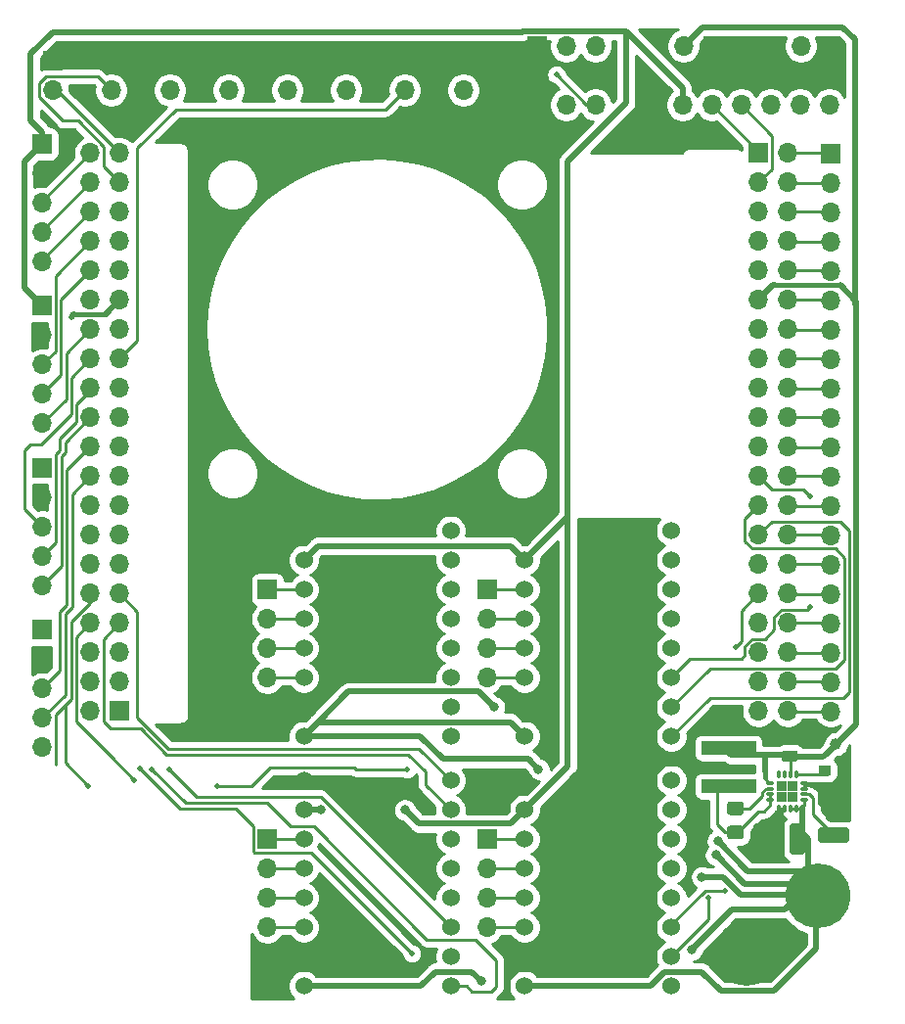
<source format=gbr>
G04 #@! TF.GenerationSoftware,KiCad,Pcbnew,5.1.9-73d0e3b20d~88~ubuntu20.04.1*
G04 #@! TF.CreationDate,2021-03-18T21:34:13+01:00*
G04 #@! TF.ProjectId,de10-shield,64653130-2d73-4686-9965-6c642e6b6963,rev?*
G04 #@! TF.SameCoordinates,Original*
G04 #@! TF.FileFunction,Copper,L1,Top*
G04 #@! TF.FilePolarity,Positive*
%FSLAX46Y46*%
G04 Gerber Fmt 4.6, Leading zero omitted, Abs format (unit mm)*
G04 Created by KiCad (PCBNEW 5.1.9-73d0e3b20d~88~ubuntu20.04.1) date 2021-03-18 21:34:13*
%MOMM*%
%LPD*%
G01*
G04 APERTURE LIST*
G04 #@! TA.AperFunction,ComponentPad*
%ADD10O,1.700000X1.700000*%
G04 #@! TD*
G04 #@! TA.AperFunction,ComponentPad*
%ADD11R,1.700000X1.700000*%
G04 #@! TD*
G04 #@! TA.AperFunction,SMDPad,CuDef*
%ADD12R,4.700000X1.180000*%
G04 #@! TD*
G04 #@! TA.AperFunction,SMDPad,CuDef*
%ADD13C,1.000000*%
G04 #@! TD*
G04 #@! TA.AperFunction,SMDPad,CuDef*
%ADD14O,0.750000X0.300000*%
G04 #@! TD*
G04 #@! TA.AperFunction,SMDPad,CuDef*
%ADD15O,0.300000X0.750000*%
G04 #@! TD*
G04 #@! TA.AperFunction,SMDPad,CuDef*
%ADD16R,0.900000X0.900000*%
G04 #@! TD*
G04 #@! TA.AperFunction,ComponentPad*
%ADD17C,1.524000*%
G04 #@! TD*
G04 #@! TA.AperFunction,ComponentPad*
%ADD18C,5.600000*%
G04 #@! TD*
G04 #@! TA.AperFunction,ViaPad*
%ADD19C,0.500000*%
G04 #@! TD*
G04 #@! TA.AperFunction,ViaPad*
%ADD20C,0.800000*%
G04 #@! TD*
G04 #@! TA.AperFunction,Conductor*
%ADD21C,0.500000*%
G04 #@! TD*
G04 #@! TA.AperFunction,Conductor*
%ADD22C,0.250000*%
G04 #@! TD*
G04 #@! TA.AperFunction,Conductor*
%ADD23C,0.400000*%
G04 #@! TD*
G04 #@! TA.AperFunction,Conductor*
%ADD24C,0.254000*%
G04 #@! TD*
G04 #@! TA.AperFunction,Conductor*
%ADD25C,0.100000*%
G04 #@! TD*
G04 APERTURE END LIST*
D10*
X152540000Y-107050000D03*
X150000000Y-107050000D03*
X152540000Y-104510000D03*
X150000000Y-104510000D03*
X152540000Y-101970000D03*
X150000000Y-101970000D03*
X152540000Y-99430000D03*
X150000000Y-99430000D03*
X152540000Y-96890000D03*
X150000000Y-96890000D03*
X152540000Y-94350000D03*
X150000000Y-94350000D03*
X152540000Y-91810000D03*
X150000000Y-91810000D03*
X152540000Y-89270000D03*
X150000000Y-89270000D03*
X152540000Y-86730000D03*
X150000000Y-86730000D03*
X152540000Y-84190000D03*
X150000000Y-84190000D03*
X152540000Y-81650000D03*
X150000000Y-81650000D03*
X152540000Y-79110000D03*
X150000000Y-79110000D03*
X152540000Y-76570000D03*
X150000000Y-76570000D03*
X152540000Y-74030000D03*
X150000000Y-74030000D03*
X152540000Y-71490000D03*
X150000000Y-71490000D03*
X152540000Y-68950000D03*
X150000000Y-68950000D03*
X152540000Y-66410000D03*
X150000000Y-66410000D03*
X152540000Y-63870000D03*
X150000000Y-63870000D03*
X152540000Y-61330000D03*
X150000000Y-61330000D03*
X152540000Y-58790000D03*
D11*
X150000000Y-58790000D03*
X94700000Y-107050000D03*
D10*
X92160000Y-107050000D03*
X94700000Y-104510000D03*
X92160000Y-104510000D03*
X94700000Y-101970000D03*
X92160000Y-101970000D03*
X94700000Y-99430000D03*
X92160000Y-99430000D03*
X94700000Y-96890000D03*
X92160000Y-96890000D03*
X94700000Y-94350000D03*
X92160000Y-94350000D03*
X94700000Y-91810000D03*
X92160000Y-91810000D03*
X94700000Y-89270000D03*
X92160000Y-89270000D03*
X94700000Y-86730000D03*
X92160000Y-86730000D03*
X94700000Y-84190000D03*
X92160000Y-84190000D03*
X94700000Y-81650000D03*
X92160000Y-81650000D03*
X94700000Y-79110000D03*
X92160000Y-79110000D03*
X94700000Y-76570000D03*
X92160000Y-76570000D03*
X94700000Y-74030000D03*
X92160000Y-74030000D03*
X94700000Y-71490000D03*
X92160000Y-71490000D03*
X94700000Y-68950000D03*
X92160000Y-68950000D03*
X94700000Y-66410000D03*
X92160000Y-66410000D03*
X94700000Y-63870000D03*
X92160000Y-63870000D03*
X94700000Y-61330000D03*
X92160000Y-61330000D03*
X94700000Y-58790000D03*
X92160000Y-58790000D03*
G04 #@! TA.AperFunction,SMDPad,CuDef*
G36*
G01*
X152243750Y-108575000D02*
X153156250Y-108575000D01*
G75*
G02*
X153400000Y-108818750I0J-243750D01*
G01*
X153400000Y-109306250D01*
G75*
G02*
X153156250Y-109550000I-243750J0D01*
G01*
X152243750Y-109550000D01*
G75*
G02*
X152000000Y-109306250I0J243750D01*
G01*
X152000000Y-108818750D01*
G75*
G02*
X152243750Y-108575000I243750J0D01*
G01*
G37*
G04 #@! TD.AperFunction*
G04 #@! TA.AperFunction,SMDPad,CuDef*
G36*
G01*
X152243750Y-110450000D02*
X153156250Y-110450000D01*
G75*
G02*
X153400000Y-110693750I0J-243750D01*
G01*
X153400000Y-111181250D01*
G75*
G02*
X153156250Y-111425000I-243750J0D01*
G01*
X152243750Y-111425000D01*
G75*
G02*
X152000000Y-111181250I0J243750D01*
G01*
X152000000Y-110693750D01*
G75*
G02*
X152243750Y-110450000I243750J0D01*
G01*
G37*
G04 #@! TD.AperFunction*
D12*
X147400000Y-110245000D03*
X147400000Y-113555000D03*
D13*
X156700000Y-109900000D03*
D11*
X107500000Y-96520000D03*
D10*
X107500000Y-99060000D03*
X107500000Y-101600000D03*
X107500000Y-104140000D03*
X107500000Y-125730000D03*
X107500000Y-123190000D03*
X107500000Y-120650000D03*
D11*
X107500000Y-118110000D03*
X126500000Y-96520000D03*
D10*
X126500000Y-99060000D03*
X126500000Y-101600000D03*
X126500000Y-104140000D03*
X126500000Y-125730000D03*
X126500000Y-123190000D03*
X126500000Y-120650000D03*
D11*
X126500000Y-118110000D03*
D10*
X88900000Y-53340000D03*
D11*
X88900000Y-50800000D03*
X93980000Y-50800000D03*
D10*
X93980000Y-53340000D03*
X99060000Y-53340000D03*
D11*
X99060000Y-50800000D03*
X104140000Y-50800000D03*
D10*
X104140000Y-53340000D03*
D11*
X109220000Y-50800000D03*
D10*
X109220000Y-53340000D03*
X114300000Y-53340000D03*
D11*
X114300000Y-50800000D03*
X119380000Y-50800000D03*
D10*
X119380000Y-53340000D03*
X124460000Y-53340000D03*
D11*
X124460000Y-50800000D03*
X156250000Y-58800000D03*
D10*
X156250000Y-61340000D03*
X156250000Y-63880000D03*
X156250000Y-66420000D03*
X156250000Y-68960000D03*
X156250000Y-71500000D03*
X156250000Y-74040000D03*
X156250000Y-76580000D03*
X156250000Y-79120000D03*
X156250000Y-81660000D03*
X156250000Y-84200000D03*
X156250000Y-86740000D03*
X156250000Y-89280000D03*
X156250000Y-91820000D03*
X156250000Y-94360000D03*
X156250000Y-96900000D03*
X156250000Y-99440000D03*
X156250000Y-101980000D03*
X156250000Y-104520000D03*
X156250000Y-107060000D03*
D11*
X140890000Y-54610000D03*
D10*
X143430000Y-54610000D03*
X145970000Y-54610000D03*
X148510000Y-54610000D03*
X151050000Y-54610000D03*
X153590000Y-54610000D03*
X156130000Y-54610000D03*
X135890000Y-49530000D03*
X133350000Y-49530000D03*
D11*
X130810000Y-49530000D03*
X130810000Y-54610000D03*
D10*
X133350000Y-54610000D03*
X135890000Y-54610000D03*
D14*
X153975000Y-114750000D03*
X153975000Y-114250000D03*
X153975000Y-113750000D03*
X153975000Y-113250000D03*
D15*
X153250000Y-112525000D03*
X152750000Y-112525000D03*
X152250000Y-112525000D03*
X151750000Y-112525000D03*
D14*
X151025000Y-113250000D03*
X151025000Y-113750000D03*
X151025000Y-114250000D03*
X151025000Y-114750000D03*
D15*
X151750000Y-115475000D03*
X152250000Y-115475000D03*
X152750000Y-115475000D03*
X153250000Y-115475000D03*
D16*
X152050000Y-113550000D03*
X152050000Y-114450000D03*
X152950000Y-113550000D03*
X152950000Y-114450000D03*
D17*
X110650000Y-91440000D03*
X110650000Y-93980000D03*
X110650000Y-96520000D03*
X110650000Y-99060000D03*
X110650000Y-101600000D03*
X110650000Y-104140000D03*
X110650000Y-106680000D03*
X110650000Y-109220000D03*
X123350000Y-109220000D03*
X123350000Y-106680000D03*
X123350000Y-104140000D03*
X123350000Y-101600000D03*
X123350000Y-99060000D03*
X123350000Y-96520000D03*
X123350000Y-93980000D03*
X123350000Y-91440000D03*
X110650000Y-113030000D03*
X110650000Y-115570000D03*
X110650000Y-118110000D03*
X110650000Y-120650000D03*
X110650000Y-123190000D03*
X110650000Y-125730000D03*
X110650000Y-128270000D03*
X110650000Y-130810000D03*
X123350000Y-130810000D03*
X123350000Y-128270000D03*
X123350000Y-125730000D03*
X123350000Y-123190000D03*
X123350000Y-120650000D03*
X123350000Y-118110000D03*
X123350000Y-115570000D03*
X123350000Y-113030000D03*
X142450000Y-91440000D03*
X142450000Y-93980000D03*
X142450000Y-96520000D03*
X142450000Y-99060000D03*
X142450000Y-101600000D03*
X142450000Y-104140000D03*
X142450000Y-106680000D03*
X142450000Y-109220000D03*
X129750000Y-109220000D03*
X129750000Y-106680000D03*
X129750000Y-104140000D03*
X129750000Y-101600000D03*
X129750000Y-99060000D03*
X129750000Y-96520000D03*
X129750000Y-93980000D03*
X129750000Y-91440000D03*
X142450000Y-113030000D03*
X142450000Y-115570000D03*
X142450000Y-118110000D03*
X142450000Y-120650000D03*
X142450000Y-123190000D03*
X142450000Y-125730000D03*
X142450000Y-128270000D03*
X142450000Y-130810000D03*
X129750000Y-130810000D03*
X129750000Y-128270000D03*
X129750000Y-125730000D03*
X129750000Y-123190000D03*
X129750000Y-120650000D03*
X129750000Y-118110000D03*
X129750000Y-115570000D03*
X129750000Y-113030000D03*
D18*
X149000000Y-128000000D03*
X155100000Y-123000000D03*
D10*
X143510000Y-49530000D03*
D11*
X146050000Y-49530000D03*
X156210000Y-49530000D03*
D10*
X153670000Y-49530000D03*
D11*
X88000000Y-58000000D03*
D10*
X88000000Y-60540000D03*
X88000000Y-63080000D03*
X88000000Y-65620000D03*
X88000000Y-68160000D03*
D11*
X88000000Y-72000000D03*
D10*
X88000000Y-74540000D03*
X88000000Y-77080000D03*
X88000000Y-79620000D03*
X88000000Y-82160000D03*
X88000000Y-96160000D03*
X88000000Y-93620000D03*
X88000000Y-91080000D03*
X88000000Y-88540000D03*
D11*
X88000000Y-86000000D03*
D10*
X88000000Y-110160000D03*
X88000000Y-107620000D03*
X88000000Y-105080000D03*
X88000000Y-102540000D03*
D11*
X88000000Y-100000000D03*
G04 #@! TA.AperFunction,SMDPad,CuDef*
G36*
G01*
X157600001Y-118425000D02*
X155399999Y-118425000D01*
G75*
G02*
X155150000Y-118175001I0J249999D01*
G01*
X155150000Y-117349999D01*
G75*
G02*
X155399999Y-117100000I249999J0D01*
G01*
X157600001Y-117100000D01*
G75*
G02*
X157850000Y-117349999I0J-249999D01*
G01*
X157850000Y-118175001D01*
G75*
G02*
X157600001Y-118425000I-249999J0D01*
G01*
G37*
G04 #@! TD.AperFunction*
G04 #@! TA.AperFunction,SMDPad,CuDef*
G36*
G01*
X157600001Y-115300000D02*
X155399999Y-115300000D01*
G75*
G02*
X155150000Y-115050001I0J249999D01*
G01*
X155150000Y-114224999D01*
G75*
G02*
X155399999Y-113975000I249999J0D01*
G01*
X157600001Y-113975000D01*
G75*
G02*
X157850000Y-114224999I0J-249999D01*
G01*
X157850000Y-115050001D01*
G75*
G02*
X157600001Y-115300000I-249999J0D01*
G01*
G37*
G04 #@! TD.AperFunction*
G04 #@! TA.AperFunction,SMDPad,CuDef*
G36*
G01*
X150900000Y-116999999D02*
X150900000Y-119200001D01*
G75*
G02*
X150650001Y-119450000I-249999J0D01*
G01*
X149824999Y-119450000D01*
G75*
G02*
X149575000Y-119200001I0J249999D01*
G01*
X149575000Y-116999999D01*
G75*
G02*
X149824999Y-116750000I249999J0D01*
G01*
X150650001Y-116750000D01*
G75*
G02*
X150900000Y-116999999I0J-249999D01*
G01*
G37*
G04 #@! TD.AperFunction*
G04 #@! TA.AperFunction,SMDPad,CuDef*
G36*
G01*
X154025000Y-116999999D02*
X154025000Y-119200001D01*
G75*
G02*
X153775001Y-119450000I-249999J0D01*
G01*
X152949999Y-119450000D01*
G75*
G02*
X152700000Y-119200001I0J249999D01*
G01*
X152700000Y-116999999D01*
G75*
G02*
X152949999Y-116750000I249999J0D01*
G01*
X153775001Y-116750000D01*
G75*
G02*
X154025000Y-116999999I0J-249999D01*
G01*
G37*
G04 #@! TD.AperFunction*
G04 #@! TA.AperFunction,SMDPad,CuDef*
G36*
G01*
X148475000Y-118125000D02*
X147525000Y-118125000D01*
G75*
G02*
X147275000Y-117875000I0J250000D01*
G01*
X147275000Y-117200000D01*
G75*
G02*
X147525000Y-116950000I250000J0D01*
G01*
X148475000Y-116950000D01*
G75*
G02*
X148725000Y-117200000I0J-250000D01*
G01*
X148725000Y-117875000D01*
G75*
G02*
X148475000Y-118125000I-250000J0D01*
G01*
G37*
G04 #@! TD.AperFunction*
G04 #@! TA.AperFunction,SMDPad,CuDef*
G36*
G01*
X148475000Y-116050000D02*
X147525000Y-116050000D01*
G75*
G02*
X147275000Y-115800000I0J250000D01*
G01*
X147275000Y-115125000D01*
G75*
G02*
X147525000Y-114875000I250000J0D01*
G01*
X148475000Y-114875000D01*
G75*
G02*
X148725000Y-115125000I0J-250000D01*
G01*
X148725000Y-115800000D01*
G75*
G02*
X148475000Y-116050000I-250000J0D01*
G01*
G37*
G04 #@! TD.AperFunction*
D18*
X118100000Y-100200000D03*
G04 #@! TA.AperFunction,SMDPad,CuDef*
G36*
G01*
X155200000Y-112437500D02*
X155200000Y-111962500D01*
G75*
G02*
X155437500Y-111725000I237500J0D01*
G01*
X156037500Y-111725000D01*
G75*
G02*
X156275000Y-111962500I0J-237500D01*
G01*
X156275000Y-112437500D01*
G75*
G02*
X156037500Y-112675000I-237500J0D01*
G01*
X155437500Y-112675000D01*
G75*
G02*
X155200000Y-112437500I0J237500D01*
G01*
G37*
G04 #@! TD.AperFunction*
G04 #@! TA.AperFunction,SMDPad,CuDef*
G36*
G01*
X156925000Y-112437500D02*
X156925000Y-111962500D01*
G75*
G02*
X157162500Y-111725000I237500J0D01*
G01*
X157762500Y-111725000D01*
G75*
G02*
X158000000Y-111962500I0J-237500D01*
G01*
X158000000Y-112437500D01*
G75*
G02*
X157762500Y-112675000I-237500J0D01*
G01*
X157162500Y-112675000D01*
G75*
G02*
X156925000Y-112437500I0J237500D01*
G01*
G37*
G04 #@! TD.AperFunction*
D19*
X132200000Y-123200000D03*
X133600000Y-123200000D03*
X132200000Y-123900000D03*
X133600000Y-122500000D03*
X133600000Y-123900000D03*
X132900000Y-123200000D03*
X132200000Y-122500000D03*
X132900000Y-122500000D03*
X132900000Y-123900000D03*
X120700000Y-121100000D03*
X113200000Y-125500000D03*
X113200000Y-124800000D03*
X113200000Y-124100000D03*
X113900000Y-124100000D03*
X113900000Y-124800000D03*
X113900000Y-125500000D03*
X114600000Y-125500000D03*
X114600000Y-124800000D03*
X114600000Y-124100000D03*
X144300000Y-108900000D03*
X144900000Y-108900000D03*
X144300000Y-109500000D03*
X145800000Y-108400000D03*
X146100000Y-108900000D03*
X145500000Y-108900000D03*
X151300000Y-117900000D03*
X151300000Y-118500000D03*
X151300000Y-119100000D03*
X151300000Y-119700000D03*
X150700000Y-119900000D03*
X150000000Y-119900000D03*
X151900000Y-117900000D03*
X151900000Y-118500000D03*
X151900000Y-119100000D03*
X151900000Y-119700000D03*
X155800000Y-115800000D03*
X156400000Y-115800000D03*
X157000000Y-115800000D03*
X157600000Y-115800000D03*
X157300000Y-116300000D03*
X156700000Y-116300000D03*
X156100000Y-116300000D03*
X155600000Y-108500000D03*
X155000000Y-108500000D03*
X154400000Y-108500000D03*
X154700000Y-108000000D03*
X154100000Y-109000000D03*
X154700000Y-109000000D03*
X155300000Y-109000000D03*
X154400000Y-109500000D03*
X155000000Y-109500000D03*
X145200000Y-108400000D03*
X144600000Y-108400000D03*
X143800000Y-111200000D03*
X143800000Y-111900000D03*
X143200000Y-111500000D03*
X142500000Y-111500000D03*
X141900000Y-111500000D03*
X141300000Y-111900000D03*
X141300000Y-111100000D03*
X141300000Y-110400000D03*
X141900000Y-110900000D03*
X142500000Y-110900000D03*
X143100000Y-110800000D03*
X143700000Y-110500000D03*
X144300000Y-110100000D03*
X90500000Y-73000000D03*
D20*
X112100000Y-115600000D03*
X119400000Y-115600000D03*
X146300000Y-119500000D03*
X145100000Y-121400000D03*
X130962001Y-112062001D03*
X126000000Y-130400000D03*
X146475000Y-118300000D03*
X144200000Y-127700000D03*
X127100000Y-106700000D03*
D19*
X92000000Y-113500000D03*
X96000000Y-113000000D03*
X103124999Y-113575001D03*
X119600000Y-112100000D03*
X99000000Y-112075000D03*
X96500000Y-112000000D03*
X120000000Y-128000000D03*
X97500000Y-112075000D03*
X132500000Y-52000000D03*
X154500000Y-98000000D03*
X154500000Y-88500000D03*
X148000000Y-101500000D03*
X147063174Y-122563174D03*
X145656587Y-123156587D03*
D21*
X88900000Y-50800000D02*
X93980000Y-50800000D01*
X93980000Y-50800000D02*
X124460000Y-50800000D01*
D22*
X153975000Y-113250000D02*
X153975000Y-113750000D01*
X151975000Y-116362500D02*
X150237500Y-118100000D01*
X151975000Y-115475000D02*
X151975000Y-116362500D01*
X151750000Y-115475000D02*
X151975000Y-115475000D01*
X151975000Y-115475000D02*
X152250000Y-115475000D01*
X155112500Y-113250000D02*
X156500000Y-114637500D01*
X153975000Y-113250000D02*
X155112500Y-113250000D01*
D21*
X150555000Y-110845000D02*
X150555000Y-112255000D01*
X147600000Y-110845000D02*
X150555000Y-110845000D01*
X150555000Y-110845000D02*
X151017500Y-110845000D01*
D23*
X150555000Y-112255000D02*
X150555000Y-112780000D01*
X151421000Y-70225000D02*
X157050000Y-70225000D01*
D21*
X158450021Y-71961019D02*
X158325021Y-71836019D01*
X158450021Y-108179979D02*
X158450021Y-71961019D01*
X155900000Y-110730000D02*
X158450021Y-108179979D01*
X158325021Y-71836019D02*
X158325021Y-54881019D01*
X143510000Y-49530000D02*
X145140000Y-47900000D01*
X145140000Y-47900000D02*
X157300000Y-47900000D01*
X158325021Y-48925021D02*
X158325021Y-54881019D01*
X157300000Y-47900000D02*
X158325021Y-48925021D01*
X158450021Y-71625021D02*
X158450021Y-71961019D01*
X157050000Y-70225000D02*
X158450021Y-71625021D01*
X151265000Y-70225000D02*
X150000000Y-71490000D01*
X151421000Y-70225000D02*
X151265000Y-70225000D01*
X147400000Y-110645000D02*
X147600000Y-110845000D01*
X147400000Y-110245000D02*
X147400000Y-110645000D01*
D22*
X152507500Y-110845000D02*
X152700000Y-111037500D01*
D21*
X151017500Y-110845000D02*
X152507500Y-110845000D01*
D22*
X152750000Y-111087500D02*
X152700000Y-111037500D01*
D21*
X155592500Y-111037500D02*
X155900000Y-110730000D01*
X152700000Y-111037500D02*
X155592500Y-111037500D01*
D22*
X152750000Y-110987500D02*
X152750000Y-112525000D01*
X152700000Y-110937500D02*
X152750000Y-110987500D01*
X150555000Y-112855000D02*
X150555000Y-112780000D01*
X150950000Y-113250000D02*
X150555000Y-112855000D01*
X151025000Y-113250000D02*
X150950000Y-113250000D01*
D23*
X93500000Y-72760000D02*
X90810000Y-72760000D01*
D21*
X93500000Y-72690000D02*
X94700000Y-71490000D01*
X93500000Y-72750000D02*
X93500000Y-72690000D01*
X90749999Y-72750001D02*
X90500000Y-73000000D01*
X90810000Y-72750000D02*
X90749999Y-72750001D01*
X88000000Y-58000000D02*
X88000000Y-57000000D01*
X88000000Y-57000000D02*
X87000000Y-56000000D01*
X87000000Y-50189998D02*
X88889998Y-48300000D01*
X87000000Y-56000000D02*
X87000000Y-50189998D01*
X129599999Y-48229999D02*
X138529999Y-48229999D01*
X129529998Y-48300000D02*
X129599999Y-48229999D01*
X88889998Y-48300000D02*
X129529998Y-48300000D01*
X143430000Y-53130000D02*
X143430000Y-54610000D01*
X138529999Y-48229999D02*
X143430000Y-53130000D01*
X138529999Y-48229999D02*
X138529999Y-54470001D01*
X138529999Y-54470001D02*
X133500000Y-59500000D01*
X133500000Y-90230000D02*
X129750000Y-93980000D01*
X133500000Y-59500000D02*
X133500000Y-90230000D01*
X111862001Y-92767999D02*
X110650000Y-93980000D01*
X128537999Y-92767999D02*
X111862001Y-92767999D01*
X129750000Y-93980000D02*
X128537999Y-92767999D01*
X112070000Y-115570000D02*
X112100000Y-115600000D01*
X110650000Y-115570000D02*
X112070000Y-115570000D01*
X128537999Y-116782001D02*
X129750000Y-115570000D01*
X120582001Y-116782001D02*
X128537999Y-116782001D01*
X119400000Y-115600000D02*
X120582001Y-116782001D01*
X133500000Y-111820000D02*
X129750000Y-115570000D01*
X133500000Y-90230000D02*
X133500000Y-111820000D01*
X88000000Y-72000000D02*
X86475010Y-70475010D01*
X86475010Y-59524990D02*
X88000000Y-58000000D01*
X86475010Y-70475010D02*
X86475010Y-59524990D01*
D22*
X154371765Y-114250000D02*
X154700000Y-114578235D01*
X153975000Y-114250000D02*
X154371765Y-114250000D01*
X154700000Y-115962500D02*
X156500000Y-117762500D01*
X154700000Y-114578235D02*
X154700000Y-115962500D01*
X155412500Y-112525000D02*
X155737500Y-112200000D01*
X154775000Y-112525000D02*
X155412500Y-112525000D01*
X155025000Y-112525000D02*
X154775000Y-112525000D01*
X154775000Y-112525000D02*
X153250000Y-112525000D01*
X150628235Y-113750000D02*
X151025000Y-113750000D01*
X150324990Y-114053245D02*
X150628235Y-113750000D01*
X148000000Y-115462500D02*
X149237500Y-115462500D01*
X150324990Y-114375010D02*
X150324990Y-114053245D01*
X149237500Y-115462500D02*
X150324990Y-114375010D01*
X151025000Y-114250000D02*
X151025000Y-114750000D01*
X147400000Y-113555000D02*
X146745000Y-113555000D01*
X146745000Y-113555000D02*
X146400000Y-113900000D01*
X146400000Y-113900000D02*
X146400000Y-116800000D01*
X147137500Y-117537500D02*
X148000000Y-117537500D01*
X146400000Y-116800000D02*
X147137500Y-117537500D01*
X148000000Y-117537500D02*
X148162500Y-117537500D01*
X148162500Y-117537500D02*
X150000000Y-115700000D01*
X150000000Y-115700000D02*
X150500000Y-115700000D01*
X150500000Y-115700000D02*
X151025000Y-115175000D01*
X151025000Y-114750000D02*
X151025000Y-115175000D01*
X152750000Y-115475000D02*
X153250000Y-115475000D01*
X153650000Y-115475000D02*
X153250000Y-115475000D01*
X153975000Y-114750000D02*
X153975000Y-115150000D01*
D21*
X128537999Y-108007999D02*
X129750000Y-109220000D01*
X111862001Y-108007999D02*
X128537999Y-108007999D01*
X110650000Y-109220000D02*
X111862001Y-108007999D01*
X148800000Y-122000000D02*
X155000000Y-122000000D01*
X146300000Y-119500000D02*
X148800000Y-122000000D01*
X146936002Y-121400000D02*
X148436002Y-122900000D01*
X145100000Y-121400000D02*
X146936002Y-121400000D01*
X154100000Y-122900000D02*
X155000000Y-122000000D01*
X148436002Y-122900000D02*
X154100000Y-122900000D01*
X130100000Y-111200000D02*
X130962001Y-112062001D01*
X122700000Y-111200000D02*
X130100000Y-111200000D01*
X120720000Y-109220000D02*
X122700000Y-111200000D01*
X110650000Y-109220000D02*
X120720000Y-109220000D01*
X110650000Y-130810000D02*
X120790000Y-130810000D01*
X125197999Y-129597999D02*
X126000000Y-130400000D01*
X122002001Y-129597999D02*
X125197999Y-129597999D01*
X120790000Y-130810000D02*
X122002001Y-129597999D01*
X146475000Y-118300000D02*
X149075000Y-120900000D01*
X153900000Y-120900000D02*
X155000000Y-122000000D01*
X149075000Y-120900000D02*
X153900000Y-120900000D01*
X155000000Y-127600000D02*
X155000000Y-122000000D01*
X151349999Y-131250001D02*
X155000000Y-127600000D01*
X146750001Y-131250001D02*
X151349999Y-131250001D01*
X141868239Y-129597999D02*
X145097999Y-129597999D01*
X140656238Y-130810000D02*
X141868239Y-129597999D01*
X145097999Y-129597999D02*
X146750001Y-131250001D01*
X129750000Y-130810000D02*
X140656238Y-130810000D01*
X155000000Y-122000000D02*
X154500000Y-122000000D01*
X154500000Y-122000000D02*
X152300000Y-124200000D01*
X147700000Y-124200000D02*
X144200000Y-127700000D01*
X152300000Y-124200000D02*
X147700000Y-124200000D01*
X114517999Y-105352001D02*
X111862001Y-108007999D01*
X125752001Y-105352001D02*
X114517999Y-105352001D01*
X127100000Y-106700000D02*
X125752001Y-105352001D01*
X153762500Y-117600000D02*
X154262500Y-118100000D01*
D22*
X153975000Y-115150000D02*
X153762500Y-115362500D01*
D21*
X153762500Y-115362500D02*
X153762500Y-117600000D01*
D22*
X153762500Y-115362500D02*
X153650000Y-115475000D01*
D21*
X154262500Y-122162500D02*
X155100000Y-123000000D01*
X154262500Y-118100000D02*
X154262500Y-122162500D01*
D22*
X89250000Y-53340000D02*
X88900000Y-53340000D01*
X94700000Y-58790000D02*
X89250000Y-53340000D01*
X93335001Y-58225999D02*
X91109002Y-56000000D01*
X93335001Y-59965001D02*
X93335001Y-58225999D01*
X94700000Y-61330000D02*
X93335001Y-59965001D01*
X92804999Y-52164999D02*
X93980000Y-53340000D01*
X87724999Y-52775999D02*
X88335999Y-52164999D01*
X87724999Y-53904001D02*
X87724999Y-52775999D01*
X89820998Y-56000000D02*
X87724999Y-53904001D01*
X88335999Y-52164999D02*
X92804999Y-52164999D01*
X91109002Y-56000000D02*
X89820998Y-56000000D01*
X96249990Y-58355022D02*
X99605012Y-55000000D01*
X96249990Y-75020010D02*
X96249990Y-58355022D01*
X94700000Y-76570000D02*
X96249990Y-75020010D01*
X117720000Y-55000000D02*
X119380000Y-53340000D01*
X99605012Y-55000000D02*
X117720000Y-55000000D01*
X92160000Y-97690998D02*
X90500000Y-99350998D01*
X92160000Y-96890000D02*
X92160000Y-97690998D01*
X90500000Y-99350998D02*
X90500000Y-106000000D01*
X89175001Y-107324999D02*
X89175001Y-111675001D01*
X90000000Y-111500000D02*
X92000000Y-113500000D01*
X90000000Y-106500000D02*
X90000000Y-111500000D01*
X90500000Y-106000000D02*
X90000000Y-106500000D01*
X90000000Y-106500000D02*
X89175001Y-107324999D01*
X92160000Y-99430000D02*
X90950011Y-100639989D01*
X94000000Y-111000000D02*
X96000000Y-113000000D01*
X90950010Y-105950010D02*
X90950010Y-107950010D01*
X90950011Y-100639989D02*
X90950010Y-105950010D01*
X90950010Y-105950010D02*
X90950009Y-106186401D01*
X90950010Y-107950010D02*
X94000000Y-111000000D01*
X103124999Y-113575001D02*
X106124999Y-113575001D01*
X107757001Y-111942999D02*
X115042999Y-111942999D01*
X106124999Y-113575001D02*
X107757001Y-111942999D01*
X115200000Y-112100000D02*
X119600000Y-112100000D01*
X115042999Y-111942999D02*
X115200000Y-112100000D01*
X120627001Y-110307001D02*
X123350000Y-113030000D01*
X98912013Y-110307001D02*
X120627001Y-110307001D01*
X96249990Y-107644978D02*
X98912013Y-110307001D01*
X96249990Y-98439990D02*
X96249990Y-107644978D01*
X94700000Y-96890000D02*
X96249990Y-98439990D01*
X93335001Y-100794999D02*
X93335001Y-107970003D01*
X94700000Y-99430000D02*
X93335001Y-100794999D01*
X96536103Y-108567501D02*
X98768602Y-110800000D01*
X93932499Y-108567501D02*
X96536103Y-108567501D01*
X93335001Y-107970003D02*
X93932499Y-108567501D01*
X98768602Y-110800000D02*
X119700000Y-110800000D01*
X119700000Y-110800000D02*
X121200000Y-112300000D01*
X121200000Y-113420000D02*
X123350000Y-115570000D01*
X121200000Y-112300000D02*
X121200000Y-113420000D01*
X112102999Y-114482999D02*
X123350000Y-125730000D01*
X101407999Y-114482999D02*
X112102999Y-114482999D01*
X99000000Y-112075000D02*
X101407999Y-114482999D01*
X111285001Y-119285001D02*
X120000000Y-128000000D01*
X106389999Y-119285001D02*
X111285001Y-119285001D01*
X106324999Y-119220001D02*
X106389999Y-119285001D01*
X106324999Y-116999999D02*
X106324999Y-119220001D01*
X99950010Y-115450010D02*
X104775010Y-115450010D01*
X104775010Y-115450010D02*
X106324999Y-116999999D01*
X96500000Y-112000000D02*
X99950010Y-115450010D01*
X107500000Y-115000000D02*
X100425000Y-115000000D01*
X121317001Y-126817001D02*
X111522999Y-117022999D01*
X100425000Y-115000000D02*
X97500000Y-112075000D01*
X125517001Y-126817001D02*
X121317001Y-126817001D01*
X127300000Y-128600000D02*
X125517001Y-126817001D01*
X127300000Y-130900000D02*
X127300000Y-128600000D01*
X109522999Y-117022999D02*
X107500000Y-115000000D01*
X126900000Y-131300000D02*
X127300000Y-130900000D01*
X111522999Y-117022999D02*
X109522999Y-117022999D01*
X125200000Y-131300000D02*
X126900000Y-131300000D01*
X124710000Y-130810000D02*
X125200000Y-131300000D01*
X123350000Y-130810000D02*
X124710000Y-130810000D01*
X150000000Y-58640000D02*
X145970000Y-54610000D01*
X150000000Y-58790000D02*
X150000000Y-58640000D01*
X156240000Y-58790000D02*
X156250000Y-58800000D01*
X152540000Y-58790000D02*
X156240000Y-58790000D01*
X151175001Y-60154999D02*
X150000000Y-61330000D01*
X151175001Y-57275001D02*
X151175001Y-60154999D01*
X148510000Y-54610000D02*
X151175001Y-57275001D01*
X152550000Y-61340000D02*
X152540000Y-61330000D01*
X156250000Y-61340000D02*
X152550000Y-61340000D01*
X156240000Y-63870000D02*
X156250000Y-63880000D01*
X152540000Y-63870000D02*
X156240000Y-63870000D01*
X152550000Y-66420000D02*
X152540000Y-66410000D01*
X156250000Y-66420000D02*
X152550000Y-66420000D01*
X156240000Y-68950000D02*
X156250000Y-68960000D01*
X152540000Y-68950000D02*
X156240000Y-68950000D01*
X152550000Y-74040000D02*
X152540000Y-74030000D01*
X156250000Y-74040000D02*
X152550000Y-74040000D01*
X135110000Y-54610000D02*
X135890000Y-54610000D01*
X132500000Y-52000000D02*
X135110000Y-54610000D01*
X156240000Y-76570000D02*
X156250000Y-76580000D01*
X152540000Y-76570000D02*
X156240000Y-76570000D01*
X152550000Y-79120000D02*
X152540000Y-79110000D01*
X156250000Y-79120000D02*
X152550000Y-79120000D01*
X156240000Y-81650000D02*
X156250000Y-81660000D01*
X152540000Y-81650000D02*
X156240000Y-81650000D01*
X152550000Y-84200000D02*
X152540000Y-84190000D01*
X156250000Y-84200000D02*
X152550000Y-84200000D01*
X154245001Y-98254999D02*
X154500000Y-98000000D01*
X151975999Y-98254999D02*
X154245001Y-98254999D01*
X151364999Y-98865999D02*
X151975999Y-98254999D01*
X151364999Y-99994001D02*
X151364999Y-98865999D01*
X150564001Y-100794999D02*
X151364999Y-99994001D01*
X151175001Y-87905001D02*
X150000000Y-86730000D01*
X153905001Y-87905001D02*
X151175001Y-87905001D01*
X154500000Y-88500000D02*
X153905001Y-87905001D01*
X142450000Y-104140000D02*
X144090000Y-102500000D01*
X148500000Y-102500000D02*
X148824999Y-102175001D01*
X144090000Y-102500000D02*
X148500000Y-102500000D01*
X149435999Y-100794999D02*
X150564001Y-100794999D01*
X148824999Y-101405999D02*
X149435999Y-100794999D01*
X148824999Y-102175001D02*
X148824999Y-101405999D01*
X156240000Y-86730000D02*
X156250000Y-86740000D01*
X152540000Y-86730000D02*
X156240000Y-86730000D01*
X148824999Y-90445001D02*
X150000000Y-89270000D01*
X148824999Y-92374001D02*
X148824999Y-90445001D01*
X149445999Y-92995001D02*
X148824999Y-92374001D01*
X156624003Y-92995001D02*
X149445999Y-92995001D01*
X157425001Y-102574999D02*
X157425001Y-93795999D01*
X156665001Y-103334999D02*
X157425001Y-102574999D01*
X157425001Y-93795999D02*
X156624003Y-92995001D01*
X145795001Y-103334999D02*
X156665001Y-103334999D01*
X142450000Y-106680000D02*
X145795001Y-103334999D01*
X152550000Y-89280000D02*
X152540000Y-89270000D01*
X156250000Y-89280000D02*
X152550000Y-89280000D01*
X151175001Y-90634999D02*
X150000000Y-91810000D01*
X142450000Y-109220000D02*
X145795001Y-105874999D01*
X157875011Y-91445009D02*
X157065001Y-90634999D01*
X157875011Y-105374987D02*
X157875011Y-91445009D01*
X157374999Y-105874999D02*
X157875011Y-105374987D01*
X157065001Y-90634999D02*
X151175001Y-90634999D01*
X145795001Y-105874999D02*
X157374999Y-105874999D01*
X156240000Y-91810000D02*
X156250000Y-91820000D01*
X152540000Y-91810000D02*
X156240000Y-91810000D01*
X148500000Y-98390000D02*
X150000000Y-96890000D01*
X148500000Y-101000000D02*
X148500000Y-98390000D01*
X148000000Y-101500000D02*
X148500000Y-101000000D01*
X152550000Y-96900000D02*
X152540000Y-96890000D01*
X156250000Y-96900000D02*
X152550000Y-96900000D01*
X156240000Y-99430000D02*
X156250000Y-99440000D01*
X152540000Y-99430000D02*
X156240000Y-99430000D01*
X145398998Y-122563174D02*
X147063174Y-122563174D01*
X142450000Y-125512172D02*
X145398998Y-122563174D01*
X142450000Y-125730000D02*
X142450000Y-125512172D01*
X152550000Y-101980000D02*
X152540000Y-101970000D01*
X156250000Y-101980000D02*
X152550000Y-101980000D01*
X145656587Y-125063413D02*
X142450000Y-128270000D01*
X145656587Y-123156587D02*
X145656587Y-125063413D01*
X156240000Y-104510000D02*
X156250000Y-104520000D01*
X152540000Y-104510000D02*
X156240000Y-104510000D01*
X152550000Y-107060000D02*
X152540000Y-107050000D01*
X156250000Y-107060000D02*
X152550000Y-107060000D01*
X110650000Y-96520000D02*
X107500000Y-96520000D01*
X107500000Y-99060000D02*
X110650000Y-99060000D01*
X110650000Y-101600000D02*
X107500000Y-101600000D01*
X107500000Y-104140000D02*
X110650000Y-104140000D01*
X110650000Y-125730000D02*
X107500000Y-125730000D01*
X107500000Y-123190000D02*
X110650000Y-123190000D01*
X110650000Y-120650000D02*
X107500000Y-120650000D01*
X107500000Y-118110000D02*
X110650000Y-118110000D01*
X126500000Y-96520000D02*
X129750000Y-96520000D01*
X129750000Y-99060000D02*
X126500000Y-99060000D01*
X126500000Y-101600000D02*
X129750000Y-101600000D01*
X129750000Y-104140000D02*
X126500000Y-104140000D01*
X129750000Y-125730000D02*
X126500000Y-125730000D01*
X126500000Y-123190000D02*
X129750000Y-123190000D01*
X129750000Y-120650000D02*
X126500000Y-120650000D01*
X126500000Y-118110000D02*
X129750000Y-118110000D01*
X88000000Y-62950000D02*
X88000000Y-63080000D01*
X92160000Y-58790000D02*
X88000000Y-62950000D01*
X88000000Y-65490000D02*
X88000000Y-65620000D01*
X92160000Y-61330000D02*
X88000000Y-65490000D01*
X88000000Y-68030000D02*
X88000000Y-68160000D01*
X92160000Y-63870000D02*
X88000000Y-68030000D01*
X89175001Y-75904999D02*
X88000000Y-77080000D01*
X89175001Y-69394999D02*
X89175001Y-75904999D01*
X92160000Y-66410000D02*
X89175001Y-69394999D01*
X92160000Y-68950000D02*
X89625011Y-71484989D01*
X89625011Y-77994989D02*
X88000000Y-79620000D01*
X89625011Y-71484989D02*
X89625011Y-77994989D01*
X88000000Y-82160000D02*
X90075021Y-80084979D01*
X90075021Y-76114979D02*
X92160000Y-74030000D01*
X90075021Y-80084979D02*
X90075021Y-76114979D01*
X92160000Y-81650000D02*
X90000000Y-83810000D01*
X90000000Y-83810000D02*
X90000000Y-84693216D01*
X89693216Y-94466784D02*
X88000000Y-96160000D01*
X89693216Y-85000000D02*
X89693216Y-94466784D01*
X90000000Y-84693216D02*
X89693216Y-85000000D01*
X89175001Y-92444999D02*
X89175001Y-84824999D01*
X88000000Y-93620000D02*
X89175001Y-92444999D01*
X89500000Y-84500000D02*
X89500000Y-83500000D01*
X89175001Y-84824999D02*
X89500000Y-84500000D01*
X90975041Y-82024959D02*
X90975041Y-80524959D01*
X89500000Y-83500000D02*
X90975041Y-82024959D01*
X92160000Y-79340000D02*
X92160000Y-79110000D01*
X90975041Y-80524959D02*
X92160000Y-79340000D01*
X90525031Y-81373971D02*
X87899002Y-84000000D01*
X90525031Y-78204969D02*
X90525031Y-81373971D01*
X92160000Y-76570000D02*
X90525031Y-78204969D01*
X87899002Y-84000000D02*
X87000000Y-84000000D01*
X87000000Y-84000000D02*
X86500000Y-84500000D01*
X86500000Y-89580000D02*
X88000000Y-91080000D01*
X86500000Y-84500000D02*
X86500000Y-89580000D01*
X88000000Y-107620000D02*
X90000000Y-105620000D01*
X90593235Y-88296765D02*
X92160000Y-86730000D01*
X90593235Y-98043175D02*
X90593235Y-88296765D01*
X90000000Y-98636410D02*
X90593235Y-98043175D01*
X90000000Y-105620000D02*
X90000000Y-98636410D01*
X90143225Y-86206775D02*
X90143225Y-97856775D01*
X92160000Y-84190000D02*
X90143225Y-86206775D01*
X90143225Y-97856775D02*
X89500000Y-98500000D01*
X89500000Y-103580000D02*
X88000000Y-105080000D01*
X89500000Y-98500000D02*
X89500000Y-103580000D01*
X156240000Y-94350000D02*
X156250000Y-94360000D01*
X152540000Y-94350000D02*
X156240000Y-94350000D01*
X156240000Y-71490000D02*
X156250000Y-71500000D01*
X152540000Y-71490000D02*
X156240000Y-71490000D01*
D24*
X134467581Y-90460000D02*
X134500000Y-90463193D01*
X134532419Y-90460000D01*
X141454345Y-90460000D01*
X141364880Y-90549465D01*
X141211995Y-90778273D01*
X141106686Y-91032510D01*
X141053000Y-91302408D01*
X141053000Y-91577592D01*
X141106686Y-91847490D01*
X141211995Y-92101727D01*
X141364880Y-92330535D01*
X141559465Y-92525120D01*
X141788273Y-92678005D01*
X141865515Y-92710000D01*
X141788273Y-92741995D01*
X141559465Y-92894880D01*
X141364880Y-93089465D01*
X141211995Y-93318273D01*
X141106686Y-93572510D01*
X141053000Y-93842408D01*
X141053000Y-94117592D01*
X141106686Y-94387490D01*
X141211995Y-94641727D01*
X141364880Y-94870535D01*
X141559465Y-95065120D01*
X141788273Y-95218005D01*
X141865515Y-95250000D01*
X141788273Y-95281995D01*
X141559465Y-95434880D01*
X141364880Y-95629465D01*
X141211995Y-95858273D01*
X141106686Y-96112510D01*
X141053000Y-96382408D01*
X141053000Y-96657592D01*
X141106686Y-96927490D01*
X141211995Y-97181727D01*
X141364880Y-97410535D01*
X141559465Y-97605120D01*
X141788273Y-97758005D01*
X141865515Y-97790000D01*
X141788273Y-97821995D01*
X141559465Y-97974880D01*
X141364880Y-98169465D01*
X141211995Y-98398273D01*
X141106686Y-98652510D01*
X141053000Y-98922408D01*
X141053000Y-99197592D01*
X141106686Y-99467490D01*
X141211995Y-99721727D01*
X141364880Y-99950535D01*
X141559465Y-100145120D01*
X141788273Y-100298005D01*
X141865515Y-100330000D01*
X141788273Y-100361995D01*
X141559465Y-100514880D01*
X141364880Y-100709465D01*
X141211995Y-100938273D01*
X141106686Y-101192510D01*
X141053000Y-101462408D01*
X141053000Y-101737592D01*
X141106686Y-102007490D01*
X141211995Y-102261727D01*
X141364880Y-102490535D01*
X141559465Y-102685120D01*
X141788273Y-102838005D01*
X141865515Y-102870000D01*
X141788273Y-102901995D01*
X141559465Y-103054880D01*
X141364880Y-103249465D01*
X141211995Y-103478273D01*
X141106686Y-103732510D01*
X141053000Y-104002408D01*
X141053000Y-104277592D01*
X141106686Y-104547490D01*
X141211995Y-104801727D01*
X141364880Y-105030535D01*
X141559465Y-105225120D01*
X141788273Y-105378005D01*
X141865515Y-105410000D01*
X141788273Y-105441995D01*
X141559465Y-105594880D01*
X141364880Y-105789465D01*
X141211995Y-106018273D01*
X141106686Y-106272510D01*
X141053000Y-106542408D01*
X141053000Y-106817592D01*
X141106686Y-107087490D01*
X141211995Y-107341727D01*
X141364880Y-107570535D01*
X141559465Y-107765120D01*
X141788273Y-107918005D01*
X141865515Y-107950000D01*
X141788273Y-107981995D01*
X141559465Y-108134880D01*
X141364880Y-108329465D01*
X141211995Y-108558273D01*
X141106686Y-108812510D01*
X141053000Y-109082408D01*
X141053000Y-109357592D01*
X141106686Y-109627490D01*
X141211995Y-109881727D01*
X141364880Y-110110535D01*
X141559465Y-110305120D01*
X141788273Y-110458005D01*
X142042510Y-110563314D01*
X142312408Y-110617000D01*
X142587592Y-110617000D01*
X142857490Y-110563314D01*
X143111727Y-110458005D01*
X143340535Y-110305120D01*
X143535120Y-110110535D01*
X143688005Y-109881727D01*
X143793314Y-109627490D01*
X143847000Y-109357592D01*
X143847000Y-109082408D01*
X143816372Y-108928429D01*
X146109803Y-106634999D01*
X148568456Y-106634999D01*
X148515000Y-106903740D01*
X148515000Y-107196260D01*
X148572068Y-107483158D01*
X148684010Y-107753411D01*
X148846525Y-107996632D01*
X149053368Y-108203475D01*
X149296589Y-108365990D01*
X149566842Y-108477932D01*
X149853740Y-108535000D01*
X150146260Y-108535000D01*
X150433158Y-108477932D01*
X150703411Y-108365990D01*
X150946632Y-108203475D01*
X151153475Y-107996632D01*
X151270000Y-107822240D01*
X151386525Y-107996632D01*
X151593368Y-108203475D01*
X151836589Y-108365990D01*
X152106842Y-108477932D01*
X152393740Y-108535000D01*
X152686260Y-108535000D01*
X152973158Y-108477932D01*
X153243411Y-108365990D01*
X153486632Y-108203475D01*
X153693475Y-107996632D01*
X153811497Y-107820000D01*
X154971822Y-107820000D01*
X155096525Y-108006632D01*
X155303368Y-108213475D01*
X155546589Y-108375990D01*
X155816842Y-108487932D01*
X156103740Y-108545000D01*
X156396260Y-108545000D01*
X156683158Y-108487932D01*
X156953411Y-108375990D01*
X157101142Y-108277279D01*
X156613421Y-108765000D01*
X156588212Y-108765000D01*
X156368933Y-108808617D01*
X156162376Y-108894176D01*
X155976480Y-109018388D01*
X155818388Y-109176480D01*
X155694176Y-109362376D01*
X155608617Y-109568933D01*
X155565000Y-109788212D01*
X155565000Y-109813422D01*
X155225922Y-110152500D01*
X153847328Y-110152500D01*
X153779792Y-110070208D01*
X153646164Y-109960542D01*
X153493709Y-109879053D01*
X153328285Y-109828872D01*
X153156250Y-109811928D01*
X152243750Y-109811928D01*
X152071715Y-109828872D01*
X151906291Y-109879053D01*
X151754850Y-109960000D01*
X150598476Y-109960000D01*
X150555000Y-109955718D01*
X150511523Y-109960000D01*
X150388072Y-109960000D01*
X150388072Y-109655000D01*
X150375812Y-109530518D01*
X150339502Y-109410820D01*
X150280537Y-109300506D01*
X150201185Y-109203815D01*
X150104494Y-109124463D01*
X149994180Y-109065498D01*
X149874482Y-109029188D01*
X149750000Y-109016928D01*
X145050000Y-109016928D01*
X144925518Y-109029188D01*
X144805820Y-109065498D01*
X144695506Y-109124463D01*
X144598815Y-109203815D01*
X144519463Y-109300506D01*
X144460498Y-109410820D01*
X144424188Y-109530518D01*
X144411928Y-109655000D01*
X144411928Y-110835000D01*
X144424188Y-110959482D01*
X144460498Y-111079180D01*
X144519463Y-111189494D01*
X144598815Y-111286185D01*
X144695506Y-111365537D01*
X144805820Y-111424502D01*
X144925518Y-111460812D01*
X145050000Y-111473072D01*
X146970572Y-111473072D01*
X146971183Y-111473817D01*
X147105941Y-111584411D01*
X147259687Y-111666589D01*
X147426510Y-111717195D01*
X147556523Y-111730000D01*
X147556531Y-111730000D01*
X147600000Y-111734281D01*
X147643469Y-111730000D01*
X149670001Y-111730000D01*
X149670001Y-112298477D01*
X149672803Y-112326928D01*
X145050000Y-112326928D01*
X144925518Y-112339188D01*
X144805820Y-112375498D01*
X144695506Y-112434463D01*
X144598815Y-112513815D01*
X144519463Y-112610506D01*
X144460498Y-112720820D01*
X144424188Y-112840518D01*
X144411928Y-112965000D01*
X144411928Y-114145000D01*
X144424188Y-114269482D01*
X144460498Y-114389180D01*
X144519463Y-114499494D01*
X144598815Y-114596185D01*
X144695506Y-114675537D01*
X144805820Y-114734502D01*
X144925518Y-114770812D01*
X145050000Y-114783072D01*
X145640000Y-114783072D01*
X145640001Y-116762668D01*
X145636324Y-116800000D01*
X145640001Y-116837333D01*
X145650998Y-116948986D01*
X145656639Y-116967581D01*
X145694454Y-117092246D01*
X145765026Y-117224276D01*
X145831090Y-117304774D01*
X145860000Y-117340001D01*
X145888998Y-117363799D01*
X145938736Y-117413537D01*
X145815226Y-117496063D01*
X145671063Y-117640226D01*
X145557795Y-117809744D01*
X145479774Y-117998102D01*
X145440000Y-118198061D01*
X145440000Y-118401939D01*
X145479774Y-118601898D01*
X145554350Y-118781939D01*
X145496063Y-118840226D01*
X145382795Y-119009744D01*
X145304774Y-119198102D01*
X145265000Y-119398061D01*
X145265000Y-119601939D01*
X145304774Y-119801898D01*
X145382795Y-119990256D01*
X145496063Y-120159774D01*
X145640226Y-120303937D01*
X145809744Y-120417205D01*
X145998102Y-120495226D01*
X146054957Y-120506535D01*
X146063422Y-120515000D01*
X145638454Y-120515000D01*
X145590256Y-120482795D01*
X145401898Y-120404774D01*
X145201939Y-120365000D01*
X144998061Y-120365000D01*
X144798102Y-120404774D01*
X144609744Y-120482795D01*
X144440226Y-120596063D01*
X144296063Y-120740226D01*
X144182795Y-120909744D01*
X144104774Y-121098102D01*
X144065000Y-121298061D01*
X144065000Y-121501939D01*
X144104774Y-121701898D01*
X144182795Y-121890256D01*
X144296063Y-122059774D01*
X144440226Y-122203937D01*
X144586018Y-122301352D01*
X143845003Y-123042368D01*
X143793314Y-122782510D01*
X143688005Y-122528273D01*
X143535120Y-122299465D01*
X143340535Y-122104880D01*
X143111727Y-121951995D01*
X143034485Y-121920000D01*
X143111727Y-121888005D01*
X143340535Y-121735120D01*
X143535120Y-121540535D01*
X143688005Y-121311727D01*
X143793314Y-121057490D01*
X143847000Y-120787592D01*
X143847000Y-120512408D01*
X143793314Y-120242510D01*
X143688005Y-119988273D01*
X143535120Y-119759465D01*
X143340535Y-119564880D01*
X143111727Y-119411995D01*
X143034485Y-119380000D01*
X143111727Y-119348005D01*
X143340535Y-119195120D01*
X143535120Y-119000535D01*
X143688005Y-118771727D01*
X143793314Y-118517490D01*
X143847000Y-118247592D01*
X143847000Y-117972408D01*
X143793314Y-117702510D01*
X143688005Y-117448273D01*
X143535120Y-117219465D01*
X143340535Y-117024880D01*
X143111727Y-116871995D01*
X143034485Y-116840000D01*
X143111727Y-116808005D01*
X143340535Y-116655120D01*
X143535120Y-116460535D01*
X143688005Y-116231727D01*
X143793314Y-115977490D01*
X143847000Y-115707592D01*
X143847000Y-115432408D01*
X143793314Y-115162510D01*
X143688005Y-114908273D01*
X143535120Y-114679465D01*
X143340535Y-114484880D01*
X143111727Y-114331995D01*
X143034485Y-114300000D01*
X143111727Y-114268005D01*
X143340535Y-114115120D01*
X143535120Y-113920535D01*
X143688005Y-113691727D01*
X143793314Y-113437490D01*
X143847000Y-113167592D01*
X143847000Y-112892408D01*
X143793314Y-112622510D01*
X143688005Y-112368273D01*
X143535120Y-112139465D01*
X143340535Y-111944880D01*
X143111727Y-111791995D01*
X142857490Y-111686686D01*
X142587592Y-111633000D01*
X142312408Y-111633000D01*
X142042510Y-111686686D01*
X141788273Y-111791995D01*
X141559465Y-111944880D01*
X141364880Y-112139465D01*
X141211995Y-112368273D01*
X141106686Y-112622510D01*
X141053000Y-112892408D01*
X141053000Y-113167592D01*
X141106686Y-113437490D01*
X141211995Y-113691727D01*
X141364880Y-113920535D01*
X141559465Y-114115120D01*
X141788273Y-114268005D01*
X141865515Y-114300000D01*
X141788273Y-114331995D01*
X141559465Y-114484880D01*
X141364880Y-114679465D01*
X141211995Y-114908273D01*
X141106686Y-115162510D01*
X141053000Y-115432408D01*
X141053000Y-115707592D01*
X141106686Y-115977490D01*
X141211995Y-116231727D01*
X141364880Y-116460535D01*
X141559465Y-116655120D01*
X141788273Y-116808005D01*
X141865515Y-116840000D01*
X141788273Y-116871995D01*
X141559465Y-117024880D01*
X141364880Y-117219465D01*
X141211995Y-117448273D01*
X141106686Y-117702510D01*
X141053000Y-117972408D01*
X141053000Y-118247592D01*
X141106686Y-118517490D01*
X141211995Y-118771727D01*
X141364880Y-119000535D01*
X141559465Y-119195120D01*
X141788273Y-119348005D01*
X141865515Y-119380000D01*
X141788273Y-119411995D01*
X141559465Y-119564880D01*
X141364880Y-119759465D01*
X141211995Y-119988273D01*
X141106686Y-120242510D01*
X141053000Y-120512408D01*
X141053000Y-120787592D01*
X141106686Y-121057490D01*
X141211995Y-121311727D01*
X141364880Y-121540535D01*
X141559465Y-121735120D01*
X141788273Y-121888005D01*
X141865515Y-121920000D01*
X141788273Y-121951995D01*
X141559465Y-122104880D01*
X141364880Y-122299465D01*
X141211995Y-122528273D01*
X141106686Y-122782510D01*
X141053000Y-123052408D01*
X141053000Y-123327592D01*
X141106686Y-123597490D01*
X141211995Y-123851727D01*
X141364880Y-124080535D01*
X141559465Y-124275120D01*
X141788273Y-124428005D01*
X141865515Y-124460000D01*
X141788273Y-124491995D01*
X141559465Y-124644880D01*
X141364880Y-124839465D01*
X141211995Y-125068273D01*
X141106686Y-125322510D01*
X141053000Y-125592408D01*
X141053000Y-125867592D01*
X141106686Y-126137490D01*
X141211995Y-126391727D01*
X141364880Y-126620535D01*
X141559465Y-126815120D01*
X141788273Y-126968005D01*
X141865515Y-127000000D01*
X141788273Y-127031995D01*
X141559465Y-127184880D01*
X141364880Y-127379465D01*
X141211995Y-127608273D01*
X141106686Y-127862510D01*
X141053000Y-128132408D01*
X141053000Y-128407592D01*
X141106686Y-128677490D01*
X141211995Y-128931727D01*
X141238099Y-128970794D01*
X141211709Y-129002950D01*
X140289660Y-129925000D01*
X130838818Y-129925000D01*
X130835120Y-129919465D01*
X130640535Y-129724880D01*
X130411727Y-129571995D01*
X130157490Y-129466686D01*
X129887592Y-129413000D01*
X129612408Y-129413000D01*
X129342510Y-129466686D01*
X129088273Y-129571995D01*
X128859465Y-129724880D01*
X128664880Y-129919465D01*
X128511995Y-130148273D01*
X128406686Y-130402510D01*
X128353000Y-130672408D01*
X128353000Y-130947592D01*
X128406686Y-131217490D01*
X128511995Y-131471727D01*
X128664880Y-131700535D01*
X128837345Y-131873000D01*
X127399792Y-131873000D01*
X127440001Y-131840001D01*
X127463803Y-131810998D01*
X127811003Y-131463799D01*
X127840001Y-131440001D01*
X127934974Y-131324276D01*
X128005546Y-131192247D01*
X128049003Y-131048986D01*
X128060000Y-130937333D01*
X128060000Y-130937324D01*
X128063676Y-130900001D01*
X128060000Y-130862678D01*
X128060000Y-128637322D01*
X128063676Y-128599999D01*
X128060000Y-128562676D01*
X128060000Y-128562667D01*
X128049003Y-128451014D01*
X128005546Y-128307753D01*
X127934974Y-128175724D01*
X127840001Y-128059999D01*
X127811003Y-128036201D01*
X126932804Y-127158002D01*
X126933158Y-127157932D01*
X127203411Y-127045990D01*
X127446632Y-126883475D01*
X127653475Y-126676632D01*
X127778178Y-126490000D01*
X128577659Y-126490000D01*
X128664880Y-126620535D01*
X128859465Y-126815120D01*
X129088273Y-126968005D01*
X129342510Y-127073314D01*
X129612408Y-127127000D01*
X129887592Y-127127000D01*
X130157490Y-127073314D01*
X130411727Y-126968005D01*
X130640535Y-126815120D01*
X130835120Y-126620535D01*
X130988005Y-126391727D01*
X131093314Y-126137490D01*
X131147000Y-125867592D01*
X131147000Y-125592408D01*
X131093314Y-125322510D01*
X130988005Y-125068273D01*
X130835120Y-124839465D01*
X130640535Y-124644880D01*
X130411727Y-124491995D01*
X130334485Y-124460000D01*
X130411727Y-124428005D01*
X130640535Y-124275120D01*
X130835120Y-124080535D01*
X130988005Y-123851727D01*
X131093314Y-123597490D01*
X131147000Y-123327592D01*
X131147000Y-123052408D01*
X131093314Y-122782510D01*
X130988005Y-122528273D01*
X130835120Y-122299465D01*
X130640535Y-122104880D01*
X130411727Y-121951995D01*
X130334485Y-121920000D01*
X130411727Y-121888005D01*
X130640535Y-121735120D01*
X130835120Y-121540535D01*
X130988005Y-121311727D01*
X131093314Y-121057490D01*
X131147000Y-120787592D01*
X131147000Y-120512408D01*
X131093314Y-120242510D01*
X130988005Y-119988273D01*
X130835120Y-119759465D01*
X130640535Y-119564880D01*
X130411727Y-119411995D01*
X130334485Y-119380000D01*
X130411727Y-119348005D01*
X130640535Y-119195120D01*
X130835120Y-119000535D01*
X130988005Y-118771727D01*
X131093314Y-118517490D01*
X131147000Y-118247592D01*
X131147000Y-117972408D01*
X131093314Y-117702510D01*
X130988005Y-117448273D01*
X130835120Y-117219465D01*
X130640535Y-117024880D01*
X130411727Y-116871995D01*
X130334485Y-116840000D01*
X130411727Y-116808005D01*
X130640535Y-116655120D01*
X130835120Y-116460535D01*
X130988005Y-116231727D01*
X131093314Y-115977490D01*
X131147000Y-115707592D01*
X131147000Y-115432408D01*
X131145701Y-115425877D01*
X134095049Y-112476530D01*
X134128817Y-112448817D01*
X134166982Y-112402314D01*
X134239411Y-112314059D01*
X134267536Y-112261440D01*
X134321589Y-112160313D01*
X134372195Y-111993490D01*
X134385000Y-111863477D01*
X134385000Y-111863469D01*
X134389281Y-111820000D01*
X134385000Y-111776531D01*
X134385000Y-90451867D01*
X134467581Y-90460000D01*
G04 #@! TA.AperFunction,Conductor*
D25*
G36*
X134467581Y-90460000D02*
G01*
X134500000Y-90463193D01*
X134532419Y-90460000D01*
X141454345Y-90460000D01*
X141364880Y-90549465D01*
X141211995Y-90778273D01*
X141106686Y-91032510D01*
X141053000Y-91302408D01*
X141053000Y-91577592D01*
X141106686Y-91847490D01*
X141211995Y-92101727D01*
X141364880Y-92330535D01*
X141559465Y-92525120D01*
X141788273Y-92678005D01*
X141865515Y-92710000D01*
X141788273Y-92741995D01*
X141559465Y-92894880D01*
X141364880Y-93089465D01*
X141211995Y-93318273D01*
X141106686Y-93572510D01*
X141053000Y-93842408D01*
X141053000Y-94117592D01*
X141106686Y-94387490D01*
X141211995Y-94641727D01*
X141364880Y-94870535D01*
X141559465Y-95065120D01*
X141788273Y-95218005D01*
X141865515Y-95250000D01*
X141788273Y-95281995D01*
X141559465Y-95434880D01*
X141364880Y-95629465D01*
X141211995Y-95858273D01*
X141106686Y-96112510D01*
X141053000Y-96382408D01*
X141053000Y-96657592D01*
X141106686Y-96927490D01*
X141211995Y-97181727D01*
X141364880Y-97410535D01*
X141559465Y-97605120D01*
X141788273Y-97758005D01*
X141865515Y-97790000D01*
X141788273Y-97821995D01*
X141559465Y-97974880D01*
X141364880Y-98169465D01*
X141211995Y-98398273D01*
X141106686Y-98652510D01*
X141053000Y-98922408D01*
X141053000Y-99197592D01*
X141106686Y-99467490D01*
X141211995Y-99721727D01*
X141364880Y-99950535D01*
X141559465Y-100145120D01*
X141788273Y-100298005D01*
X141865515Y-100330000D01*
X141788273Y-100361995D01*
X141559465Y-100514880D01*
X141364880Y-100709465D01*
X141211995Y-100938273D01*
X141106686Y-101192510D01*
X141053000Y-101462408D01*
X141053000Y-101737592D01*
X141106686Y-102007490D01*
X141211995Y-102261727D01*
X141364880Y-102490535D01*
X141559465Y-102685120D01*
X141788273Y-102838005D01*
X141865515Y-102870000D01*
X141788273Y-102901995D01*
X141559465Y-103054880D01*
X141364880Y-103249465D01*
X141211995Y-103478273D01*
X141106686Y-103732510D01*
X141053000Y-104002408D01*
X141053000Y-104277592D01*
X141106686Y-104547490D01*
X141211995Y-104801727D01*
X141364880Y-105030535D01*
X141559465Y-105225120D01*
X141788273Y-105378005D01*
X141865515Y-105410000D01*
X141788273Y-105441995D01*
X141559465Y-105594880D01*
X141364880Y-105789465D01*
X141211995Y-106018273D01*
X141106686Y-106272510D01*
X141053000Y-106542408D01*
X141053000Y-106817592D01*
X141106686Y-107087490D01*
X141211995Y-107341727D01*
X141364880Y-107570535D01*
X141559465Y-107765120D01*
X141788273Y-107918005D01*
X141865515Y-107950000D01*
X141788273Y-107981995D01*
X141559465Y-108134880D01*
X141364880Y-108329465D01*
X141211995Y-108558273D01*
X141106686Y-108812510D01*
X141053000Y-109082408D01*
X141053000Y-109357592D01*
X141106686Y-109627490D01*
X141211995Y-109881727D01*
X141364880Y-110110535D01*
X141559465Y-110305120D01*
X141788273Y-110458005D01*
X142042510Y-110563314D01*
X142312408Y-110617000D01*
X142587592Y-110617000D01*
X142857490Y-110563314D01*
X143111727Y-110458005D01*
X143340535Y-110305120D01*
X143535120Y-110110535D01*
X143688005Y-109881727D01*
X143793314Y-109627490D01*
X143847000Y-109357592D01*
X143847000Y-109082408D01*
X143816372Y-108928429D01*
X146109803Y-106634999D01*
X148568456Y-106634999D01*
X148515000Y-106903740D01*
X148515000Y-107196260D01*
X148572068Y-107483158D01*
X148684010Y-107753411D01*
X148846525Y-107996632D01*
X149053368Y-108203475D01*
X149296589Y-108365990D01*
X149566842Y-108477932D01*
X149853740Y-108535000D01*
X150146260Y-108535000D01*
X150433158Y-108477932D01*
X150703411Y-108365990D01*
X150946632Y-108203475D01*
X151153475Y-107996632D01*
X151270000Y-107822240D01*
X151386525Y-107996632D01*
X151593368Y-108203475D01*
X151836589Y-108365990D01*
X152106842Y-108477932D01*
X152393740Y-108535000D01*
X152686260Y-108535000D01*
X152973158Y-108477932D01*
X153243411Y-108365990D01*
X153486632Y-108203475D01*
X153693475Y-107996632D01*
X153811497Y-107820000D01*
X154971822Y-107820000D01*
X155096525Y-108006632D01*
X155303368Y-108213475D01*
X155546589Y-108375990D01*
X155816842Y-108487932D01*
X156103740Y-108545000D01*
X156396260Y-108545000D01*
X156683158Y-108487932D01*
X156953411Y-108375990D01*
X157101142Y-108277279D01*
X156613421Y-108765000D01*
X156588212Y-108765000D01*
X156368933Y-108808617D01*
X156162376Y-108894176D01*
X155976480Y-109018388D01*
X155818388Y-109176480D01*
X155694176Y-109362376D01*
X155608617Y-109568933D01*
X155565000Y-109788212D01*
X155565000Y-109813422D01*
X155225922Y-110152500D01*
X153847328Y-110152500D01*
X153779792Y-110070208D01*
X153646164Y-109960542D01*
X153493709Y-109879053D01*
X153328285Y-109828872D01*
X153156250Y-109811928D01*
X152243750Y-109811928D01*
X152071715Y-109828872D01*
X151906291Y-109879053D01*
X151754850Y-109960000D01*
X150598476Y-109960000D01*
X150555000Y-109955718D01*
X150511523Y-109960000D01*
X150388072Y-109960000D01*
X150388072Y-109655000D01*
X150375812Y-109530518D01*
X150339502Y-109410820D01*
X150280537Y-109300506D01*
X150201185Y-109203815D01*
X150104494Y-109124463D01*
X149994180Y-109065498D01*
X149874482Y-109029188D01*
X149750000Y-109016928D01*
X145050000Y-109016928D01*
X144925518Y-109029188D01*
X144805820Y-109065498D01*
X144695506Y-109124463D01*
X144598815Y-109203815D01*
X144519463Y-109300506D01*
X144460498Y-109410820D01*
X144424188Y-109530518D01*
X144411928Y-109655000D01*
X144411928Y-110835000D01*
X144424188Y-110959482D01*
X144460498Y-111079180D01*
X144519463Y-111189494D01*
X144598815Y-111286185D01*
X144695506Y-111365537D01*
X144805820Y-111424502D01*
X144925518Y-111460812D01*
X145050000Y-111473072D01*
X146970572Y-111473072D01*
X146971183Y-111473817D01*
X147105941Y-111584411D01*
X147259687Y-111666589D01*
X147426510Y-111717195D01*
X147556523Y-111730000D01*
X147556531Y-111730000D01*
X147600000Y-111734281D01*
X147643469Y-111730000D01*
X149670001Y-111730000D01*
X149670001Y-112298477D01*
X149672803Y-112326928D01*
X145050000Y-112326928D01*
X144925518Y-112339188D01*
X144805820Y-112375498D01*
X144695506Y-112434463D01*
X144598815Y-112513815D01*
X144519463Y-112610506D01*
X144460498Y-112720820D01*
X144424188Y-112840518D01*
X144411928Y-112965000D01*
X144411928Y-114145000D01*
X144424188Y-114269482D01*
X144460498Y-114389180D01*
X144519463Y-114499494D01*
X144598815Y-114596185D01*
X144695506Y-114675537D01*
X144805820Y-114734502D01*
X144925518Y-114770812D01*
X145050000Y-114783072D01*
X145640000Y-114783072D01*
X145640001Y-116762668D01*
X145636324Y-116800000D01*
X145640001Y-116837333D01*
X145650998Y-116948986D01*
X145656639Y-116967581D01*
X145694454Y-117092246D01*
X145765026Y-117224276D01*
X145831090Y-117304774D01*
X145860000Y-117340001D01*
X145888998Y-117363799D01*
X145938736Y-117413537D01*
X145815226Y-117496063D01*
X145671063Y-117640226D01*
X145557795Y-117809744D01*
X145479774Y-117998102D01*
X145440000Y-118198061D01*
X145440000Y-118401939D01*
X145479774Y-118601898D01*
X145554350Y-118781939D01*
X145496063Y-118840226D01*
X145382795Y-119009744D01*
X145304774Y-119198102D01*
X145265000Y-119398061D01*
X145265000Y-119601939D01*
X145304774Y-119801898D01*
X145382795Y-119990256D01*
X145496063Y-120159774D01*
X145640226Y-120303937D01*
X145809744Y-120417205D01*
X145998102Y-120495226D01*
X146054957Y-120506535D01*
X146063422Y-120515000D01*
X145638454Y-120515000D01*
X145590256Y-120482795D01*
X145401898Y-120404774D01*
X145201939Y-120365000D01*
X144998061Y-120365000D01*
X144798102Y-120404774D01*
X144609744Y-120482795D01*
X144440226Y-120596063D01*
X144296063Y-120740226D01*
X144182795Y-120909744D01*
X144104774Y-121098102D01*
X144065000Y-121298061D01*
X144065000Y-121501939D01*
X144104774Y-121701898D01*
X144182795Y-121890256D01*
X144296063Y-122059774D01*
X144440226Y-122203937D01*
X144586018Y-122301352D01*
X143845003Y-123042368D01*
X143793314Y-122782510D01*
X143688005Y-122528273D01*
X143535120Y-122299465D01*
X143340535Y-122104880D01*
X143111727Y-121951995D01*
X143034485Y-121920000D01*
X143111727Y-121888005D01*
X143340535Y-121735120D01*
X143535120Y-121540535D01*
X143688005Y-121311727D01*
X143793314Y-121057490D01*
X143847000Y-120787592D01*
X143847000Y-120512408D01*
X143793314Y-120242510D01*
X143688005Y-119988273D01*
X143535120Y-119759465D01*
X143340535Y-119564880D01*
X143111727Y-119411995D01*
X143034485Y-119380000D01*
X143111727Y-119348005D01*
X143340535Y-119195120D01*
X143535120Y-119000535D01*
X143688005Y-118771727D01*
X143793314Y-118517490D01*
X143847000Y-118247592D01*
X143847000Y-117972408D01*
X143793314Y-117702510D01*
X143688005Y-117448273D01*
X143535120Y-117219465D01*
X143340535Y-117024880D01*
X143111727Y-116871995D01*
X143034485Y-116840000D01*
X143111727Y-116808005D01*
X143340535Y-116655120D01*
X143535120Y-116460535D01*
X143688005Y-116231727D01*
X143793314Y-115977490D01*
X143847000Y-115707592D01*
X143847000Y-115432408D01*
X143793314Y-115162510D01*
X143688005Y-114908273D01*
X143535120Y-114679465D01*
X143340535Y-114484880D01*
X143111727Y-114331995D01*
X143034485Y-114300000D01*
X143111727Y-114268005D01*
X143340535Y-114115120D01*
X143535120Y-113920535D01*
X143688005Y-113691727D01*
X143793314Y-113437490D01*
X143847000Y-113167592D01*
X143847000Y-112892408D01*
X143793314Y-112622510D01*
X143688005Y-112368273D01*
X143535120Y-112139465D01*
X143340535Y-111944880D01*
X143111727Y-111791995D01*
X142857490Y-111686686D01*
X142587592Y-111633000D01*
X142312408Y-111633000D01*
X142042510Y-111686686D01*
X141788273Y-111791995D01*
X141559465Y-111944880D01*
X141364880Y-112139465D01*
X141211995Y-112368273D01*
X141106686Y-112622510D01*
X141053000Y-112892408D01*
X141053000Y-113167592D01*
X141106686Y-113437490D01*
X141211995Y-113691727D01*
X141364880Y-113920535D01*
X141559465Y-114115120D01*
X141788273Y-114268005D01*
X141865515Y-114300000D01*
X141788273Y-114331995D01*
X141559465Y-114484880D01*
X141364880Y-114679465D01*
X141211995Y-114908273D01*
X141106686Y-115162510D01*
X141053000Y-115432408D01*
X141053000Y-115707592D01*
X141106686Y-115977490D01*
X141211995Y-116231727D01*
X141364880Y-116460535D01*
X141559465Y-116655120D01*
X141788273Y-116808005D01*
X141865515Y-116840000D01*
X141788273Y-116871995D01*
X141559465Y-117024880D01*
X141364880Y-117219465D01*
X141211995Y-117448273D01*
X141106686Y-117702510D01*
X141053000Y-117972408D01*
X141053000Y-118247592D01*
X141106686Y-118517490D01*
X141211995Y-118771727D01*
X141364880Y-119000535D01*
X141559465Y-119195120D01*
X141788273Y-119348005D01*
X141865515Y-119380000D01*
X141788273Y-119411995D01*
X141559465Y-119564880D01*
X141364880Y-119759465D01*
X141211995Y-119988273D01*
X141106686Y-120242510D01*
X141053000Y-120512408D01*
X141053000Y-120787592D01*
X141106686Y-121057490D01*
X141211995Y-121311727D01*
X141364880Y-121540535D01*
X141559465Y-121735120D01*
X141788273Y-121888005D01*
X141865515Y-121920000D01*
X141788273Y-121951995D01*
X141559465Y-122104880D01*
X141364880Y-122299465D01*
X141211995Y-122528273D01*
X141106686Y-122782510D01*
X141053000Y-123052408D01*
X141053000Y-123327592D01*
X141106686Y-123597490D01*
X141211995Y-123851727D01*
X141364880Y-124080535D01*
X141559465Y-124275120D01*
X141788273Y-124428005D01*
X141865515Y-124460000D01*
X141788273Y-124491995D01*
X141559465Y-124644880D01*
X141364880Y-124839465D01*
X141211995Y-125068273D01*
X141106686Y-125322510D01*
X141053000Y-125592408D01*
X141053000Y-125867592D01*
X141106686Y-126137490D01*
X141211995Y-126391727D01*
X141364880Y-126620535D01*
X141559465Y-126815120D01*
X141788273Y-126968005D01*
X141865515Y-127000000D01*
X141788273Y-127031995D01*
X141559465Y-127184880D01*
X141364880Y-127379465D01*
X141211995Y-127608273D01*
X141106686Y-127862510D01*
X141053000Y-128132408D01*
X141053000Y-128407592D01*
X141106686Y-128677490D01*
X141211995Y-128931727D01*
X141238099Y-128970794D01*
X141211709Y-129002950D01*
X140289660Y-129925000D01*
X130838818Y-129925000D01*
X130835120Y-129919465D01*
X130640535Y-129724880D01*
X130411727Y-129571995D01*
X130157490Y-129466686D01*
X129887592Y-129413000D01*
X129612408Y-129413000D01*
X129342510Y-129466686D01*
X129088273Y-129571995D01*
X128859465Y-129724880D01*
X128664880Y-129919465D01*
X128511995Y-130148273D01*
X128406686Y-130402510D01*
X128353000Y-130672408D01*
X128353000Y-130947592D01*
X128406686Y-131217490D01*
X128511995Y-131471727D01*
X128664880Y-131700535D01*
X128837345Y-131873000D01*
X127399792Y-131873000D01*
X127440001Y-131840001D01*
X127463803Y-131810998D01*
X127811003Y-131463799D01*
X127840001Y-131440001D01*
X127934974Y-131324276D01*
X128005546Y-131192247D01*
X128049003Y-131048986D01*
X128060000Y-130937333D01*
X128060000Y-130937324D01*
X128063676Y-130900001D01*
X128060000Y-130862678D01*
X128060000Y-128637322D01*
X128063676Y-128599999D01*
X128060000Y-128562676D01*
X128060000Y-128562667D01*
X128049003Y-128451014D01*
X128005546Y-128307753D01*
X127934974Y-128175724D01*
X127840001Y-128059999D01*
X127811003Y-128036201D01*
X126932804Y-127158002D01*
X126933158Y-127157932D01*
X127203411Y-127045990D01*
X127446632Y-126883475D01*
X127653475Y-126676632D01*
X127778178Y-126490000D01*
X128577659Y-126490000D01*
X128664880Y-126620535D01*
X128859465Y-126815120D01*
X129088273Y-126968005D01*
X129342510Y-127073314D01*
X129612408Y-127127000D01*
X129887592Y-127127000D01*
X130157490Y-127073314D01*
X130411727Y-126968005D01*
X130640535Y-126815120D01*
X130835120Y-126620535D01*
X130988005Y-126391727D01*
X131093314Y-126137490D01*
X131147000Y-125867592D01*
X131147000Y-125592408D01*
X131093314Y-125322510D01*
X130988005Y-125068273D01*
X130835120Y-124839465D01*
X130640535Y-124644880D01*
X130411727Y-124491995D01*
X130334485Y-124460000D01*
X130411727Y-124428005D01*
X130640535Y-124275120D01*
X130835120Y-124080535D01*
X130988005Y-123851727D01*
X131093314Y-123597490D01*
X131147000Y-123327592D01*
X131147000Y-123052408D01*
X131093314Y-122782510D01*
X130988005Y-122528273D01*
X130835120Y-122299465D01*
X130640535Y-122104880D01*
X130411727Y-121951995D01*
X130334485Y-121920000D01*
X130411727Y-121888005D01*
X130640535Y-121735120D01*
X130835120Y-121540535D01*
X130988005Y-121311727D01*
X131093314Y-121057490D01*
X131147000Y-120787592D01*
X131147000Y-120512408D01*
X131093314Y-120242510D01*
X130988005Y-119988273D01*
X130835120Y-119759465D01*
X130640535Y-119564880D01*
X130411727Y-119411995D01*
X130334485Y-119380000D01*
X130411727Y-119348005D01*
X130640535Y-119195120D01*
X130835120Y-119000535D01*
X130988005Y-118771727D01*
X131093314Y-118517490D01*
X131147000Y-118247592D01*
X131147000Y-117972408D01*
X131093314Y-117702510D01*
X130988005Y-117448273D01*
X130835120Y-117219465D01*
X130640535Y-117024880D01*
X130411727Y-116871995D01*
X130334485Y-116840000D01*
X130411727Y-116808005D01*
X130640535Y-116655120D01*
X130835120Y-116460535D01*
X130988005Y-116231727D01*
X131093314Y-115977490D01*
X131147000Y-115707592D01*
X131147000Y-115432408D01*
X131145701Y-115425877D01*
X134095049Y-112476530D01*
X134128817Y-112448817D01*
X134166982Y-112402314D01*
X134239411Y-112314059D01*
X134267536Y-112261440D01*
X134321589Y-112160313D01*
X134372195Y-111993490D01*
X134385000Y-111863477D01*
X134385000Y-111863469D01*
X134389281Y-111820000D01*
X134385000Y-111776531D01*
X134385000Y-90451867D01*
X134467581Y-90460000D01*
G37*
G04 #@! TD.AperFunction*
D24*
X120753206Y-127328009D02*
X120777000Y-127357002D01*
X120805993Y-127380796D01*
X120805997Y-127380800D01*
X120876686Y-127438812D01*
X120892725Y-127451975D01*
X121024754Y-127522547D01*
X121168015Y-127566004D01*
X121279668Y-127577001D01*
X121279677Y-127577001D01*
X121317000Y-127580677D01*
X121354323Y-127577001D01*
X122132890Y-127577001D01*
X122111995Y-127608273D01*
X122006686Y-127862510D01*
X121953000Y-128132408D01*
X121953000Y-128407592D01*
X122006686Y-128677490D01*
X122020371Y-128710527D01*
X122002000Y-128708718D01*
X121958534Y-128712999D01*
X121958524Y-128712999D01*
X121828511Y-128725804D01*
X121661688Y-128776410D01*
X121507942Y-128858588D01*
X121507940Y-128858589D01*
X121507941Y-128858589D01*
X121406954Y-128941467D01*
X121406952Y-128941469D01*
X121373184Y-128969182D01*
X121345471Y-129002950D01*
X120423422Y-129925000D01*
X111738818Y-129925000D01*
X111735120Y-129919465D01*
X111540535Y-129724880D01*
X111311727Y-129571995D01*
X111057490Y-129466686D01*
X110787592Y-129413000D01*
X110512408Y-129413000D01*
X110242510Y-129466686D01*
X109988273Y-129571995D01*
X109759465Y-129724880D01*
X109564880Y-129919465D01*
X109411995Y-130148273D01*
X109306686Y-130402510D01*
X109253000Y-130672408D01*
X109253000Y-130947592D01*
X109306686Y-131217490D01*
X109411995Y-131471727D01*
X109564880Y-131700535D01*
X109737345Y-131873000D01*
X106127000Y-131873000D01*
X106127000Y-126295776D01*
X106184010Y-126433411D01*
X106346525Y-126676632D01*
X106553368Y-126883475D01*
X106796589Y-127045990D01*
X107066842Y-127157932D01*
X107353740Y-127215000D01*
X107646260Y-127215000D01*
X107933158Y-127157932D01*
X108203411Y-127045990D01*
X108446632Y-126883475D01*
X108653475Y-126676632D01*
X108778178Y-126490000D01*
X109477659Y-126490000D01*
X109564880Y-126620535D01*
X109759465Y-126815120D01*
X109988273Y-126968005D01*
X110242510Y-127073314D01*
X110512408Y-127127000D01*
X110787592Y-127127000D01*
X111057490Y-127073314D01*
X111311727Y-126968005D01*
X111540535Y-126815120D01*
X111735120Y-126620535D01*
X111888005Y-126391727D01*
X111993314Y-126137490D01*
X112047000Y-125867592D01*
X112047000Y-125592408D01*
X111993314Y-125322510D01*
X111888005Y-125068273D01*
X111735120Y-124839465D01*
X111540535Y-124644880D01*
X111311727Y-124491995D01*
X111234485Y-124460000D01*
X111311727Y-124428005D01*
X111540535Y-124275120D01*
X111735120Y-124080535D01*
X111888005Y-123851727D01*
X111993314Y-123597490D01*
X112047000Y-123327592D01*
X112047000Y-123052408D01*
X111993314Y-122782510D01*
X111888005Y-122528273D01*
X111735120Y-122299465D01*
X111540535Y-122104880D01*
X111311727Y-121951995D01*
X111234485Y-121920000D01*
X111311727Y-121888005D01*
X111540535Y-121735120D01*
X111735120Y-121540535D01*
X111888005Y-121311727D01*
X111990202Y-121065003D01*
X119140485Y-128215287D01*
X119149010Y-128258145D01*
X119215723Y-128419205D01*
X119312576Y-128564155D01*
X119435845Y-128687424D01*
X119580795Y-128784277D01*
X119741855Y-128850990D01*
X119912835Y-128885000D01*
X120087165Y-128885000D01*
X120258145Y-128850990D01*
X120419205Y-128784277D01*
X120564155Y-128687424D01*
X120687424Y-128564155D01*
X120784277Y-128419205D01*
X120850990Y-128258145D01*
X120885000Y-128087165D01*
X120885000Y-127912835D01*
X120850990Y-127741855D01*
X120784277Y-127580795D01*
X120687424Y-127435845D01*
X120564155Y-127312576D01*
X120419205Y-127215723D01*
X120258145Y-127149010D01*
X120215287Y-127140485D01*
X111871392Y-118796591D01*
X111888005Y-118771727D01*
X111978486Y-118553287D01*
X120753206Y-127328009D01*
G04 #@! TA.AperFunction,Conductor*
D25*
G36*
X120753206Y-127328009D02*
G01*
X120777000Y-127357002D01*
X120805993Y-127380796D01*
X120805997Y-127380800D01*
X120876686Y-127438812D01*
X120892725Y-127451975D01*
X121024754Y-127522547D01*
X121168015Y-127566004D01*
X121279668Y-127577001D01*
X121279677Y-127577001D01*
X121317000Y-127580677D01*
X121354323Y-127577001D01*
X122132890Y-127577001D01*
X122111995Y-127608273D01*
X122006686Y-127862510D01*
X121953000Y-128132408D01*
X121953000Y-128407592D01*
X122006686Y-128677490D01*
X122020371Y-128710527D01*
X122002000Y-128708718D01*
X121958534Y-128712999D01*
X121958524Y-128712999D01*
X121828511Y-128725804D01*
X121661688Y-128776410D01*
X121507942Y-128858588D01*
X121507940Y-128858589D01*
X121507941Y-128858589D01*
X121406954Y-128941467D01*
X121406952Y-128941469D01*
X121373184Y-128969182D01*
X121345471Y-129002950D01*
X120423422Y-129925000D01*
X111738818Y-129925000D01*
X111735120Y-129919465D01*
X111540535Y-129724880D01*
X111311727Y-129571995D01*
X111057490Y-129466686D01*
X110787592Y-129413000D01*
X110512408Y-129413000D01*
X110242510Y-129466686D01*
X109988273Y-129571995D01*
X109759465Y-129724880D01*
X109564880Y-129919465D01*
X109411995Y-130148273D01*
X109306686Y-130402510D01*
X109253000Y-130672408D01*
X109253000Y-130947592D01*
X109306686Y-131217490D01*
X109411995Y-131471727D01*
X109564880Y-131700535D01*
X109737345Y-131873000D01*
X106127000Y-131873000D01*
X106127000Y-126295776D01*
X106184010Y-126433411D01*
X106346525Y-126676632D01*
X106553368Y-126883475D01*
X106796589Y-127045990D01*
X107066842Y-127157932D01*
X107353740Y-127215000D01*
X107646260Y-127215000D01*
X107933158Y-127157932D01*
X108203411Y-127045990D01*
X108446632Y-126883475D01*
X108653475Y-126676632D01*
X108778178Y-126490000D01*
X109477659Y-126490000D01*
X109564880Y-126620535D01*
X109759465Y-126815120D01*
X109988273Y-126968005D01*
X110242510Y-127073314D01*
X110512408Y-127127000D01*
X110787592Y-127127000D01*
X111057490Y-127073314D01*
X111311727Y-126968005D01*
X111540535Y-126815120D01*
X111735120Y-126620535D01*
X111888005Y-126391727D01*
X111993314Y-126137490D01*
X112047000Y-125867592D01*
X112047000Y-125592408D01*
X111993314Y-125322510D01*
X111888005Y-125068273D01*
X111735120Y-124839465D01*
X111540535Y-124644880D01*
X111311727Y-124491995D01*
X111234485Y-124460000D01*
X111311727Y-124428005D01*
X111540535Y-124275120D01*
X111735120Y-124080535D01*
X111888005Y-123851727D01*
X111993314Y-123597490D01*
X112047000Y-123327592D01*
X112047000Y-123052408D01*
X111993314Y-122782510D01*
X111888005Y-122528273D01*
X111735120Y-122299465D01*
X111540535Y-122104880D01*
X111311727Y-121951995D01*
X111234485Y-121920000D01*
X111311727Y-121888005D01*
X111540535Y-121735120D01*
X111735120Y-121540535D01*
X111888005Y-121311727D01*
X111990202Y-121065003D01*
X119140485Y-128215287D01*
X119149010Y-128258145D01*
X119215723Y-128419205D01*
X119312576Y-128564155D01*
X119435845Y-128687424D01*
X119580795Y-128784277D01*
X119741855Y-128850990D01*
X119912835Y-128885000D01*
X120087165Y-128885000D01*
X120258145Y-128850990D01*
X120419205Y-128784277D01*
X120564155Y-128687424D01*
X120687424Y-128564155D01*
X120784277Y-128419205D01*
X120850990Y-128258145D01*
X120885000Y-128087165D01*
X120885000Y-127912835D01*
X120850990Y-127741855D01*
X120784277Y-127580795D01*
X120687424Y-127435845D01*
X120564155Y-127312576D01*
X120419205Y-127215723D01*
X120258145Y-127149010D01*
X120215287Y-127140485D01*
X111871392Y-118796591D01*
X111888005Y-118771727D01*
X111978486Y-118553287D01*
X120753206Y-127328009D01*
G37*
G04 #@! TD.AperFunction*
D24*
X152431862Y-125189685D02*
X152910315Y-125668138D01*
X153472918Y-126044057D01*
X154098048Y-126302994D01*
X154115000Y-126306366D01*
X154115000Y-127233421D01*
X150983421Y-130365001D01*
X147116580Y-130365001D01*
X145754533Y-129002955D01*
X145726816Y-128969182D01*
X145592058Y-128858588D01*
X145438312Y-128776410D01*
X145271489Y-128725804D01*
X145141476Y-128712999D01*
X145141468Y-128712999D01*
X145097999Y-128708718D01*
X145054530Y-128712999D01*
X144412546Y-128712999D01*
X144501898Y-128695226D01*
X144690256Y-128617205D01*
X144859774Y-128503937D01*
X145003937Y-128359774D01*
X145117205Y-128190256D01*
X145195226Y-128001898D01*
X145206535Y-127945043D01*
X148066579Y-125085000D01*
X152256531Y-125085000D01*
X152300000Y-125089281D01*
X152343469Y-125085000D01*
X152343477Y-125085000D01*
X152360775Y-125083296D01*
X152431862Y-125189685D01*
G04 #@! TA.AperFunction,Conductor*
D25*
G36*
X152431862Y-125189685D02*
G01*
X152910315Y-125668138D01*
X153472918Y-126044057D01*
X154098048Y-126302994D01*
X154115000Y-126306366D01*
X154115000Y-127233421D01*
X150983421Y-130365001D01*
X147116580Y-130365001D01*
X145754533Y-129002955D01*
X145726816Y-128969182D01*
X145592058Y-128858588D01*
X145438312Y-128776410D01*
X145271489Y-128725804D01*
X145141476Y-128712999D01*
X145141468Y-128712999D01*
X145097999Y-128708718D01*
X145054530Y-128712999D01*
X144412546Y-128712999D01*
X144501898Y-128695226D01*
X144690256Y-128617205D01*
X144859774Y-128503937D01*
X145003937Y-128359774D01*
X145117205Y-128190256D01*
X145195226Y-128001898D01*
X145206535Y-127945043D01*
X148066579Y-125085000D01*
X152256531Y-125085000D01*
X152300000Y-125089281D01*
X152343469Y-125085000D01*
X152343477Y-125085000D01*
X152360775Y-125083296D01*
X152431862Y-125189685D01*
G37*
G04 #@! TD.AperFunction*
D24*
X120440000Y-112614802D02*
X120440001Y-113382668D01*
X120436324Y-113420000D01*
X120440001Y-113457333D01*
X120450998Y-113568986D01*
X120458525Y-113593799D01*
X120494454Y-113712246D01*
X120565026Y-113844276D01*
X120627611Y-113920535D01*
X120660000Y-113960001D01*
X120688998Y-113983799D01*
X121983628Y-115278430D01*
X121953000Y-115432408D01*
X121953000Y-115707592D01*
X121990676Y-115897001D01*
X120948580Y-115897001D01*
X120406535Y-115354957D01*
X120395226Y-115298102D01*
X120317205Y-115109744D01*
X120203937Y-114940226D01*
X120059774Y-114796063D01*
X119890256Y-114682795D01*
X119701898Y-114604774D01*
X119501939Y-114565000D01*
X119298061Y-114565000D01*
X119098102Y-114604774D01*
X118909744Y-114682795D01*
X118740226Y-114796063D01*
X118596063Y-114940226D01*
X118482795Y-115109744D01*
X118404774Y-115298102D01*
X118365000Y-115498061D01*
X118365000Y-115701939D01*
X118404774Y-115901898D01*
X118482795Y-116090256D01*
X118596063Y-116259774D01*
X118740226Y-116403937D01*
X118909744Y-116517205D01*
X119098102Y-116595226D01*
X119154957Y-116606535D01*
X119925471Y-117377050D01*
X119953184Y-117410818D01*
X119986952Y-117438531D01*
X119986954Y-117438533D01*
X120024015Y-117468948D01*
X120087942Y-117521412D01*
X120241688Y-117603590D01*
X120408511Y-117654196D01*
X120538524Y-117667001D01*
X120538532Y-117667001D01*
X120582001Y-117671282D01*
X120625470Y-117667001D01*
X122021394Y-117667001D01*
X122006686Y-117702510D01*
X121953000Y-117972408D01*
X121953000Y-118247592D01*
X122006686Y-118517490D01*
X122111995Y-118771727D01*
X122264880Y-119000535D01*
X122459465Y-119195120D01*
X122688273Y-119348005D01*
X122765515Y-119380000D01*
X122688273Y-119411995D01*
X122459465Y-119564880D01*
X122264880Y-119759465D01*
X122111995Y-119988273D01*
X122006686Y-120242510D01*
X121953000Y-120512408D01*
X121953000Y-120787592D01*
X122006686Y-121057490D01*
X122111995Y-121311727D01*
X122264880Y-121540535D01*
X122459465Y-121735120D01*
X122688273Y-121888005D01*
X122765515Y-121920000D01*
X122688273Y-121951995D01*
X122459465Y-122104880D01*
X122264880Y-122299465D01*
X122111995Y-122528273D01*
X122006686Y-122782510D01*
X121953000Y-123052408D01*
X121953000Y-123258198D01*
X112666803Y-113972002D01*
X112643000Y-113942998D01*
X112527275Y-113848025D01*
X112395246Y-113777453D01*
X112251985Y-113733996D01*
X112140332Y-113722999D01*
X112140321Y-113722999D01*
X112102999Y-113719323D01*
X112065677Y-113722999D01*
X107051802Y-113722999D01*
X108071803Y-112702999D01*
X114736762Y-112702999D01*
X114775724Y-112734974D01*
X114907753Y-112805546D01*
X115051014Y-112849003D01*
X115162667Y-112860000D01*
X115162677Y-112860000D01*
X115200000Y-112863676D01*
X115237323Y-112860000D01*
X119144462Y-112860000D01*
X119180795Y-112884277D01*
X119341855Y-112950990D01*
X119512835Y-112985000D01*
X119687165Y-112985000D01*
X119858145Y-112950990D01*
X120019205Y-112884277D01*
X120164155Y-112787424D01*
X120287424Y-112664155D01*
X120368306Y-112543108D01*
X120440000Y-112614802D01*
G04 #@! TA.AperFunction,Conductor*
D25*
G36*
X120440000Y-112614802D02*
G01*
X120440001Y-113382668D01*
X120436324Y-113420000D01*
X120440001Y-113457333D01*
X120450998Y-113568986D01*
X120458525Y-113593799D01*
X120494454Y-113712246D01*
X120565026Y-113844276D01*
X120627611Y-113920535D01*
X120660000Y-113960001D01*
X120688998Y-113983799D01*
X121983628Y-115278430D01*
X121953000Y-115432408D01*
X121953000Y-115707592D01*
X121990676Y-115897001D01*
X120948580Y-115897001D01*
X120406535Y-115354957D01*
X120395226Y-115298102D01*
X120317205Y-115109744D01*
X120203937Y-114940226D01*
X120059774Y-114796063D01*
X119890256Y-114682795D01*
X119701898Y-114604774D01*
X119501939Y-114565000D01*
X119298061Y-114565000D01*
X119098102Y-114604774D01*
X118909744Y-114682795D01*
X118740226Y-114796063D01*
X118596063Y-114940226D01*
X118482795Y-115109744D01*
X118404774Y-115298102D01*
X118365000Y-115498061D01*
X118365000Y-115701939D01*
X118404774Y-115901898D01*
X118482795Y-116090256D01*
X118596063Y-116259774D01*
X118740226Y-116403937D01*
X118909744Y-116517205D01*
X119098102Y-116595226D01*
X119154957Y-116606535D01*
X119925471Y-117377050D01*
X119953184Y-117410818D01*
X119986952Y-117438531D01*
X119986954Y-117438533D01*
X120024015Y-117468948D01*
X120087942Y-117521412D01*
X120241688Y-117603590D01*
X120408511Y-117654196D01*
X120538524Y-117667001D01*
X120538532Y-117667001D01*
X120582001Y-117671282D01*
X120625470Y-117667001D01*
X122021394Y-117667001D01*
X122006686Y-117702510D01*
X121953000Y-117972408D01*
X121953000Y-118247592D01*
X122006686Y-118517490D01*
X122111995Y-118771727D01*
X122264880Y-119000535D01*
X122459465Y-119195120D01*
X122688273Y-119348005D01*
X122765515Y-119380000D01*
X122688273Y-119411995D01*
X122459465Y-119564880D01*
X122264880Y-119759465D01*
X122111995Y-119988273D01*
X122006686Y-120242510D01*
X121953000Y-120512408D01*
X121953000Y-120787592D01*
X122006686Y-121057490D01*
X122111995Y-121311727D01*
X122264880Y-121540535D01*
X122459465Y-121735120D01*
X122688273Y-121888005D01*
X122765515Y-121920000D01*
X122688273Y-121951995D01*
X122459465Y-122104880D01*
X122264880Y-122299465D01*
X122111995Y-122528273D01*
X122006686Y-122782510D01*
X121953000Y-123052408D01*
X121953000Y-123258198D01*
X112666803Y-113972002D01*
X112643000Y-113942998D01*
X112527275Y-113848025D01*
X112395246Y-113777453D01*
X112251985Y-113733996D01*
X112140332Y-113722999D01*
X112140321Y-113722999D01*
X112102999Y-113719323D01*
X112065677Y-113722999D01*
X107051802Y-113722999D01*
X108071803Y-112702999D01*
X114736762Y-112702999D01*
X114775724Y-112734974D01*
X114907753Y-112805546D01*
X115051014Y-112849003D01*
X115162667Y-112860000D01*
X115162677Y-112860000D01*
X115200000Y-112863676D01*
X115237323Y-112860000D01*
X119144462Y-112860000D01*
X119180795Y-112884277D01*
X119341855Y-112950990D01*
X119512835Y-112985000D01*
X119687165Y-112985000D01*
X119858145Y-112950990D01*
X120019205Y-112884277D01*
X120164155Y-112787424D01*
X120287424Y-112664155D01*
X120368306Y-112543108D01*
X120440000Y-112614802D01*
G37*
G04 #@! TD.AperFunction*
D24*
X151965000Y-115738560D02*
X151976359Y-115853886D01*
X152021246Y-116001859D01*
X152094138Y-116138232D01*
X152192236Y-116257764D01*
X152311767Y-116355862D01*
X152329923Y-116365567D01*
X152322038Y-116372038D01*
X152211595Y-116506613D01*
X152129528Y-116660149D01*
X152078992Y-116826745D01*
X152061928Y-116999999D01*
X152061928Y-119200001D01*
X152078992Y-119373255D01*
X152129528Y-119539851D01*
X152211595Y-119693387D01*
X152322038Y-119827962D01*
X152456613Y-119938405D01*
X152599912Y-120015000D01*
X149441579Y-120015000D01*
X148189650Y-118763072D01*
X148475000Y-118763072D01*
X148648254Y-118746008D01*
X148814850Y-118695472D01*
X148968386Y-118613405D01*
X149102962Y-118502962D01*
X149213405Y-118368386D01*
X149295472Y-118214850D01*
X149346008Y-118048254D01*
X149363072Y-117875000D01*
X149363072Y-117411730D01*
X150314803Y-116460000D01*
X150462678Y-116460000D01*
X150500000Y-116463676D01*
X150537322Y-116460000D01*
X150537333Y-116460000D01*
X150648986Y-116449003D01*
X150792247Y-116405546D01*
X150924276Y-116334974D01*
X151040001Y-116240001D01*
X151063803Y-116210998D01*
X151536002Y-115738800D01*
X151565001Y-115715001D01*
X151614451Y-115654746D01*
X151659974Y-115599277D01*
X151692689Y-115538072D01*
X151965000Y-115538072D01*
X151965000Y-115738560D01*
G04 #@! TA.AperFunction,Conductor*
D25*
G36*
X151965000Y-115738560D02*
G01*
X151976359Y-115853886D01*
X152021246Y-116001859D01*
X152094138Y-116138232D01*
X152192236Y-116257764D01*
X152311767Y-116355862D01*
X152329923Y-116365567D01*
X152322038Y-116372038D01*
X152211595Y-116506613D01*
X152129528Y-116660149D01*
X152078992Y-116826745D01*
X152061928Y-116999999D01*
X152061928Y-119200001D01*
X152078992Y-119373255D01*
X152129528Y-119539851D01*
X152211595Y-119693387D01*
X152322038Y-119827962D01*
X152456613Y-119938405D01*
X152599912Y-120015000D01*
X149441579Y-120015000D01*
X148189650Y-118763072D01*
X148475000Y-118763072D01*
X148648254Y-118746008D01*
X148814850Y-118695472D01*
X148968386Y-118613405D01*
X149102962Y-118502962D01*
X149213405Y-118368386D01*
X149295472Y-118214850D01*
X149346008Y-118048254D01*
X149363072Y-117875000D01*
X149363072Y-117411730D01*
X150314803Y-116460000D01*
X150462678Y-116460000D01*
X150500000Y-116463676D01*
X150537322Y-116460000D01*
X150537333Y-116460000D01*
X150648986Y-116449003D01*
X150792247Y-116405546D01*
X150924276Y-116334974D01*
X151040001Y-116240001D01*
X151063803Y-116210998D01*
X151536002Y-115738800D01*
X151565001Y-115715001D01*
X151614451Y-115654746D01*
X151659974Y-115599277D01*
X151692689Y-115538072D01*
X151965000Y-115538072D01*
X151965000Y-115738560D01*
G37*
G04 #@! TD.AperFunction*
D24*
X157873000Y-116509249D02*
X157773255Y-116478992D01*
X157600001Y-116461928D01*
X156274230Y-116461928D01*
X155460000Y-115647699D01*
X155460000Y-114615557D01*
X155463676Y-114578234D01*
X155460000Y-114540911D01*
X155460000Y-114540902D01*
X155449003Y-114429249D01*
X155405546Y-114285988D01*
X155334974Y-114153959D01*
X155240001Y-114038234D01*
X155211003Y-114014436D01*
X154935568Y-113739002D01*
X154911766Y-113709999D01*
X154796041Y-113615026D01*
X154664012Y-113544454D01*
X154520751Y-113500997D01*
X154409098Y-113490000D01*
X154409087Y-113490000D01*
X154393936Y-113488508D01*
X154353887Y-113476359D01*
X154238561Y-113465000D01*
X154038072Y-113465000D01*
X154038072Y-113285000D01*
X155229604Y-113285000D01*
X155266684Y-113296248D01*
X155437500Y-113313072D01*
X156037500Y-113313072D01*
X156208316Y-113296248D01*
X156372567Y-113246423D01*
X156523942Y-113165512D01*
X156656623Y-113056623D01*
X156765512Y-112923942D01*
X156846423Y-112772567D01*
X156896248Y-112608316D01*
X156913072Y-112437500D01*
X156913072Y-111962500D01*
X156896248Y-111791684D01*
X156846423Y-111627433D01*
X156765512Y-111476058D01*
X156656623Y-111343377D01*
X156591580Y-111289998D01*
X156855217Y-111026362D01*
X157031067Y-110991383D01*
X157237624Y-110905824D01*
X157423520Y-110781612D01*
X157581612Y-110623520D01*
X157705824Y-110437624D01*
X157791383Y-110231067D01*
X157826361Y-110055217D01*
X157873000Y-110008578D01*
X157873000Y-116509249D01*
G04 #@! TA.AperFunction,Conductor*
D25*
G36*
X157873000Y-116509249D02*
G01*
X157773255Y-116478992D01*
X157600001Y-116461928D01*
X156274230Y-116461928D01*
X155460000Y-115647699D01*
X155460000Y-114615557D01*
X155463676Y-114578234D01*
X155460000Y-114540911D01*
X155460000Y-114540902D01*
X155449003Y-114429249D01*
X155405546Y-114285988D01*
X155334974Y-114153959D01*
X155240001Y-114038234D01*
X155211003Y-114014436D01*
X154935568Y-113739002D01*
X154911766Y-113709999D01*
X154796041Y-113615026D01*
X154664012Y-113544454D01*
X154520751Y-113500997D01*
X154409098Y-113490000D01*
X154409087Y-113490000D01*
X154393936Y-113488508D01*
X154353887Y-113476359D01*
X154238561Y-113465000D01*
X154038072Y-113465000D01*
X154038072Y-113285000D01*
X155229604Y-113285000D01*
X155266684Y-113296248D01*
X155437500Y-113313072D01*
X156037500Y-113313072D01*
X156208316Y-113296248D01*
X156372567Y-113246423D01*
X156523942Y-113165512D01*
X156656623Y-113056623D01*
X156765512Y-112923942D01*
X156846423Y-112772567D01*
X156896248Y-112608316D01*
X156913072Y-112437500D01*
X156913072Y-111962500D01*
X156896248Y-111791684D01*
X156846423Y-111627433D01*
X156765512Y-111476058D01*
X156656623Y-111343377D01*
X156591580Y-111289998D01*
X156855217Y-111026362D01*
X157031067Y-110991383D01*
X157237624Y-110905824D01*
X157423520Y-110781612D01*
X157581612Y-110623520D01*
X157705824Y-110437624D01*
X157791383Y-110231067D01*
X157826361Y-110055217D01*
X157873000Y-110008578D01*
X157873000Y-116509249D01*
G37*
G04 #@! TD.AperFunction*
D24*
X129955466Y-112307045D02*
X129966775Y-112363899D01*
X130044796Y-112552257D01*
X130158064Y-112721775D01*
X130302227Y-112865938D01*
X130471745Y-112979206D01*
X130660103Y-113057227D01*
X130860062Y-113097001D01*
X130971421Y-113097001D01*
X129894123Y-114174299D01*
X129887592Y-114173000D01*
X129612408Y-114173000D01*
X129342510Y-114226686D01*
X129088273Y-114331995D01*
X128859465Y-114484880D01*
X128664880Y-114679465D01*
X128511995Y-114908273D01*
X128406686Y-115162510D01*
X128353000Y-115432408D01*
X128353000Y-115707592D01*
X128354299Y-115714123D01*
X128171421Y-115897001D01*
X124709324Y-115897001D01*
X124747000Y-115707592D01*
X124747000Y-115432408D01*
X124693314Y-115162510D01*
X124588005Y-114908273D01*
X124435120Y-114679465D01*
X124240535Y-114484880D01*
X124011727Y-114331995D01*
X123934485Y-114300000D01*
X124011727Y-114268005D01*
X124240535Y-114115120D01*
X124435120Y-113920535D01*
X124588005Y-113691727D01*
X124693314Y-113437490D01*
X124747000Y-113167592D01*
X124747000Y-112892408D01*
X124693314Y-112622510D01*
X124588005Y-112368273D01*
X124435120Y-112139465D01*
X124380655Y-112085000D01*
X129733422Y-112085000D01*
X129955466Y-112307045D01*
G04 #@! TA.AperFunction,Conductor*
D25*
G36*
X129955466Y-112307045D02*
G01*
X129966775Y-112363899D01*
X130044796Y-112552257D01*
X130158064Y-112721775D01*
X130302227Y-112865938D01*
X130471745Y-112979206D01*
X130660103Y-113057227D01*
X130860062Y-113097001D01*
X130971421Y-113097001D01*
X129894123Y-114174299D01*
X129887592Y-114173000D01*
X129612408Y-114173000D01*
X129342510Y-114226686D01*
X129088273Y-114331995D01*
X128859465Y-114484880D01*
X128664880Y-114679465D01*
X128511995Y-114908273D01*
X128406686Y-115162510D01*
X128353000Y-115432408D01*
X128353000Y-115707592D01*
X128354299Y-115714123D01*
X128171421Y-115897001D01*
X124709324Y-115897001D01*
X124747000Y-115707592D01*
X124747000Y-115432408D01*
X124693314Y-115162510D01*
X124588005Y-114908273D01*
X124435120Y-114679465D01*
X124240535Y-114484880D01*
X124011727Y-114331995D01*
X123934485Y-114300000D01*
X124011727Y-114268005D01*
X124240535Y-114115120D01*
X124435120Y-113920535D01*
X124588005Y-113691727D01*
X124693314Y-113437490D01*
X124747000Y-113167592D01*
X124747000Y-112892408D01*
X124693314Y-112622510D01*
X124588005Y-112368273D01*
X124435120Y-112139465D01*
X124380655Y-112085000D01*
X129733422Y-112085000D01*
X129955466Y-112307045D01*
G37*
G04 #@! TD.AperFunction*
D24*
X132615001Y-111453420D02*
X131997001Y-112071420D01*
X131997001Y-111960062D01*
X131957227Y-111760103D01*
X131879206Y-111571745D01*
X131765938Y-111402227D01*
X131621775Y-111258064D01*
X131452257Y-111144796D01*
X131263899Y-111066775D01*
X131207045Y-111055466D01*
X130756534Y-110604956D01*
X130728817Y-110571183D01*
X130594059Y-110460589D01*
X130490612Y-110405296D01*
X130640535Y-110305120D01*
X130835120Y-110110535D01*
X130988005Y-109881727D01*
X131093314Y-109627490D01*
X131147000Y-109357592D01*
X131147000Y-109082408D01*
X131093314Y-108812510D01*
X130988005Y-108558273D01*
X130835120Y-108329465D01*
X130640535Y-108134880D01*
X130411727Y-107981995D01*
X130157490Y-107876686D01*
X129887592Y-107823000D01*
X129612408Y-107823000D01*
X129605877Y-107824299D01*
X129194531Y-107412953D01*
X129166816Y-107379182D01*
X129032058Y-107268588D01*
X128878312Y-107186410D01*
X128711489Y-107135804D01*
X128581476Y-107122999D01*
X128581468Y-107122999D01*
X128537999Y-107118718D01*
X128494530Y-107122999D01*
X128045064Y-107122999D01*
X128095226Y-107001898D01*
X128135000Y-106801939D01*
X128135000Y-106598061D01*
X128095226Y-106398102D01*
X128017205Y-106209744D01*
X127903937Y-106040226D01*
X127759774Y-105896063D01*
X127590256Y-105782795D01*
X127401898Y-105704774D01*
X127345044Y-105693465D01*
X127135640Y-105484062D01*
X127203411Y-105455990D01*
X127446632Y-105293475D01*
X127653475Y-105086632D01*
X127778178Y-104900000D01*
X128577659Y-104900000D01*
X128664880Y-105030535D01*
X128859465Y-105225120D01*
X129088273Y-105378005D01*
X129342510Y-105483314D01*
X129612408Y-105537000D01*
X129887592Y-105537000D01*
X130157490Y-105483314D01*
X130411727Y-105378005D01*
X130640535Y-105225120D01*
X130835120Y-105030535D01*
X130988005Y-104801727D01*
X131093314Y-104547490D01*
X131147000Y-104277592D01*
X131147000Y-104002408D01*
X131093314Y-103732510D01*
X130988005Y-103478273D01*
X130835120Y-103249465D01*
X130640535Y-103054880D01*
X130411727Y-102901995D01*
X130334485Y-102870000D01*
X130411727Y-102838005D01*
X130640535Y-102685120D01*
X130835120Y-102490535D01*
X130988005Y-102261727D01*
X131093314Y-102007490D01*
X131147000Y-101737592D01*
X131147000Y-101462408D01*
X131093314Y-101192510D01*
X130988005Y-100938273D01*
X130835120Y-100709465D01*
X130640535Y-100514880D01*
X130411727Y-100361995D01*
X130334485Y-100330000D01*
X130411727Y-100298005D01*
X130640535Y-100145120D01*
X130835120Y-99950535D01*
X130988005Y-99721727D01*
X131093314Y-99467490D01*
X131147000Y-99197592D01*
X131147000Y-98922408D01*
X131093314Y-98652510D01*
X130988005Y-98398273D01*
X130835120Y-98169465D01*
X130640535Y-97974880D01*
X130411727Y-97821995D01*
X130334485Y-97790000D01*
X130411727Y-97758005D01*
X130640535Y-97605120D01*
X130835120Y-97410535D01*
X130988005Y-97181727D01*
X131093314Y-96927490D01*
X131147000Y-96657592D01*
X131147000Y-96382408D01*
X131093314Y-96112510D01*
X130988005Y-95858273D01*
X130835120Y-95629465D01*
X130640535Y-95434880D01*
X130411727Y-95281995D01*
X130334485Y-95250000D01*
X130411727Y-95218005D01*
X130640535Y-95065120D01*
X130835120Y-94870535D01*
X130988005Y-94641727D01*
X131093314Y-94387490D01*
X131147000Y-94117592D01*
X131147000Y-93842408D01*
X131145701Y-93835877D01*
X132615000Y-92366578D01*
X132615001Y-111453420D01*
G04 #@! TA.AperFunction,Conductor*
D25*
G36*
X132615001Y-111453420D02*
G01*
X131997001Y-112071420D01*
X131997001Y-111960062D01*
X131957227Y-111760103D01*
X131879206Y-111571745D01*
X131765938Y-111402227D01*
X131621775Y-111258064D01*
X131452257Y-111144796D01*
X131263899Y-111066775D01*
X131207045Y-111055466D01*
X130756534Y-110604956D01*
X130728817Y-110571183D01*
X130594059Y-110460589D01*
X130490612Y-110405296D01*
X130640535Y-110305120D01*
X130835120Y-110110535D01*
X130988005Y-109881727D01*
X131093314Y-109627490D01*
X131147000Y-109357592D01*
X131147000Y-109082408D01*
X131093314Y-108812510D01*
X130988005Y-108558273D01*
X130835120Y-108329465D01*
X130640535Y-108134880D01*
X130411727Y-107981995D01*
X130157490Y-107876686D01*
X129887592Y-107823000D01*
X129612408Y-107823000D01*
X129605877Y-107824299D01*
X129194531Y-107412953D01*
X129166816Y-107379182D01*
X129032058Y-107268588D01*
X128878312Y-107186410D01*
X128711489Y-107135804D01*
X128581476Y-107122999D01*
X128581468Y-107122999D01*
X128537999Y-107118718D01*
X128494530Y-107122999D01*
X128045064Y-107122999D01*
X128095226Y-107001898D01*
X128135000Y-106801939D01*
X128135000Y-106598061D01*
X128095226Y-106398102D01*
X128017205Y-106209744D01*
X127903937Y-106040226D01*
X127759774Y-105896063D01*
X127590256Y-105782795D01*
X127401898Y-105704774D01*
X127345044Y-105693465D01*
X127135640Y-105484062D01*
X127203411Y-105455990D01*
X127446632Y-105293475D01*
X127653475Y-105086632D01*
X127778178Y-104900000D01*
X128577659Y-104900000D01*
X128664880Y-105030535D01*
X128859465Y-105225120D01*
X129088273Y-105378005D01*
X129342510Y-105483314D01*
X129612408Y-105537000D01*
X129887592Y-105537000D01*
X130157490Y-105483314D01*
X130411727Y-105378005D01*
X130640535Y-105225120D01*
X130835120Y-105030535D01*
X130988005Y-104801727D01*
X131093314Y-104547490D01*
X131147000Y-104277592D01*
X131147000Y-104002408D01*
X131093314Y-103732510D01*
X130988005Y-103478273D01*
X130835120Y-103249465D01*
X130640535Y-103054880D01*
X130411727Y-102901995D01*
X130334485Y-102870000D01*
X130411727Y-102838005D01*
X130640535Y-102685120D01*
X130835120Y-102490535D01*
X130988005Y-102261727D01*
X131093314Y-102007490D01*
X131147000Y-101737592D01*
X131147000Y-101462408D01*
X131093314Y-101192510D01*
X130988005Y-100938273D01*
X130835120Y-100709465D01*
X130640535Y-100514880D01*
X130411727Y-100361995D01*
X130334485Y-100330000D01*
X130411727Y-100298005D01*
X130640535Y-100145120D01*
X130835120Y-99950535D01*
X130988005Y-99721727D01*
X131093314Y-99467490D01*
X131147000Y-99197592D01*
X131147000Y-98922408D01*
X131093314Y-98652510D01*
X130988005Y-98398273D01*
X130835120Y-98169465D01*
X130640535Y-97974880D01*
X130411727Y-97821995D01*
X130334485Y-97790000D01*
X130411727Y-97758005D01*
X130640535Y-97605120D01*
X130835120Y-97410535D01*
X130988005Y-97181727D01*
X131093314Y-96927490D01*
X131147000Y-96657592D01*
X131147000Y-96382408D01*
X131093314Y-96112510D01*
X130988005Y-95858273D01*
X130835120Y-95629465D01*
X130640535Y-95434880D01*
X130411727Y-95281995D01*
X130334485Y-95250000D01*
X130411727Y-95218005D01*
X130640535Y-95065120D01*
X130835120Y-94870535D01*
X130988005Y-94641727D01*
X131093314Y-94387490D01*
X131147000Y-94117592D01*
X131147000Y-93842408D01*
X131145701Y-93835877D01*
X132615000Y-92366578D01*
X132615001Y-111453420D01*
G37*
G04 #@! TD.AperFunction*
D24*
X131865000Y-49383740D02*
X131865000Y-49676260D01*
X131922068Y-49963158D01*
X132034010Y-50233411D01*
X132196525Y-50476632D01*
X132403368Y-50683475D01*
X132646589Y-50845990D01*
X132916842Y-50957932D01*
X133203740Y-51015000D01*
X133496260Y-51015000D01*
X133783158Y-50957932D01*
X134053411Y-50845990D01*
X134296632Y-50683475D01*
X134503475Y-50476632D01*
X134620000Y-50302240D01*
X134736525Y-50476632D01*
X134943368Y-50683475D01*
X135186589Y-50845990D01*
X135456842Y-50957932D01*
X135743740Y-51015000D01*
X136036260Y-51015000D01*
X136323158Y-50957932D01*
X136593411Y-50845990D01*
X136836632Y-50683475D01*
X137043475Y-50476632D01*
X137205990Y-50233411D01*
X137317932Y-49963158D01*
X137375000Y-49676260D01*
X137375000Y-49383740D01*
X137321544Y-49114999D01*
X137644999Y-49114999D01*
X137645000Y-54103421D01*
X137360015Y-54388406D01*
X137317932Y-54176842D01*
X137205990Y-53906589D01*
X137043475Y-53663368D01*
X136836632Y-53456525D01*
X136593411Y-53294010D01*
X136323158Y-53182068D01*
X136036260Y-53125000D01*
X135743740Y-53125000D01*
X135456842Y-53182068D01*
X135186589Y-53294010D01*
X134996096Y-53421293D01*
X133359515Y-51784714D01*
X133350990Y-51741855D01*
X133284277Y-51580795D01*
X133187424Y-51435845D01*
X133064155Y-51312576D01*
X132919205Y-51215723D01*
X132758145Y-51149010D01*
X132587165Y-51115000D01*
X132412835Y-51115000D01*
X132241855Y-51149010D01*
X132080795Y-51215723D01*
X131935845Y-51312576D01*
X131812576Y-51435845D01*
X131715723Y-51580795D01*
X131649010Y-51741855D01*
X131615000Y-51912835D01*
X131615000Y-52087165D01*
X131649010Y-52258145D01*
X131715723Y-52419205D01*
X131812576Y-52564155D01*
X131935845Y-52687424D01*
X132080795Y-52784277D01*
X132241855Y-52850990D01*
X132284714Y-52859515D01*
X132697939Y-53272740D01*
X132646589Y-53294010D01*
X132403368Y-53456525D01*
X132196525Y-53663368D01*
X132034010Y-53906589D01*
X131922068Y-54176842D01*
X131865000Y-54463740D01*
X131865000Y-54756260D01*
X131922068Y-55043158D01*
X132034010Y-55313411D01*
X132196525Y-55556632D01*
X132403368Y-55763475D01*
X132646589Y-55925990D01*
X132916842Y-56037932D01*
X133203740Y-56095000D01*
X133496260Y-56095000D01*
X133783158Y-56037932D01*
X134053411Y-55925990D01*
X134296632Y-55763475D01*
X134503475Y-55556632D01*
X134620000Y-55382240D01*
X134736525Y-55556632D01*
X134943368Y-55763475D01*
X135186589Y-55925990D01*
X135456842Y-56037932D01*
X135668406Y-56080015D01*
X132904956Y-58843466D01*
X132871183Y-58871183D01*
X132760589Y-59005942D01*
X132678411Y-59159688D01*
X132644761Y-59270617D01*
X132633131Y-59308955D01*
X132627805Y-59326511D01*
X132615000Y-59456524D01*
X132615000Y-59456531D01*
X132610719Y-59500000D01*
X132615000Y-59543469D01*
X132615001Y-89863420D01*
X129894123Y-92584299D01*
X129887592Y-92583000D01*
X129612408Y-92583000D01*
X129605877Y-92584299D01*
X129194533Y-92172955D01*
X129166816Y-92139182D01*
X129032058Y-92028588D01*
X128878312Y-91946410D01*
X128711489Y-91895804D01*
X128581476Y-91882999D01*
X128581468Y-91882999D01*
X128537999Y-91878718D01*
X128494530Y-91882999D01*
X124678606Y-91882999D01*
X124693314Y-91847490D01*
X124747000Y-91577592D01*
X124747000Y-91302408D01*
X124693314Y-91032510D01*
X124588005Y-90778273D01*
X124435120Y-90549465D01*
X124240535Y-90354880D01*
X124011727Y-90201995D01*
X123757490Y-90096686D01*
X123487592Y-90043000D01*
X123212408Y-90043000D01*
X122942510Y-90096686D01*
X122688273Y-90201995D01*
X122459465Y-90354880D01*
X122264880Y-90549465D01*
X122111995Y-90778273D01*
X122006686Y-91032510D01*
X121953000Y-91302408D01*
X121953000Y-91577592D01*
X122006686Y-91847490D01*
X122021394Y-91882999D01*
X111905466Y-91882999D01*
X111862000Y-91878718D01*
X111818534Y-91882999D01*
X111818524Y-91882999D01*
X111688511Y-91895804D01*
X111521688Y-91946410D01*
X111367942Y-92028588D01*
X111367940Y-92028589D01*
X111367941Y-92028589D01*
X111266954Y-92111467D01*
X111266952Y-92111469D01*
X111233184Y-92139182D01*
X111205471Y-92172950D01*
X110794122Y-92584299D01*
X110787592Y-92583000D01*
X110512408Y-92583000D01*
X110242510Y-92636686D01*
X109988273Y-92741995D01*
X109759465Y-92894880D01*
X109564880Y-93089465D01*
X109411995Y-93318273D01*
X109306686Y-93572510D01*
X109253000Y-93842408D01*
X109253000Y-94117592D01*
X109306686Y-94387490D01*
X109411995Y-94641727D01*
X109564880Y-94870535D01*
X109759465Y-95065120D01*
X109988273Y-95218005D01*
X110065515Y-95250000D01*
X109988273Y-95281995D01*
X109759465Y-95434880D01*
X109564880Y-95629465D01*
X109477659Y-95760000D01*
X108988072Y-95760000D01*
X108988072Y-95670000D01*
X108975812Y-95545518D01*
X108939502Y-95425820D01*
X108880537Y-95315506D01*
X108801185Y-95218815D01*
X108704494Y-95139463D01*
X108594180Y-95080498D01*
X108474482Y-95044188D01*
X108350000Y-95031928D01*
X106650000Y-95031928D01*
X106525518Y-95044188D01*
X106405820Y-95080498D01*
X106295506Y-95139463D01*
X106198815Y-95218815D01*
X106119463Y-95315506D01*
X106060498Y-95425820D01*
X106024188Y-95545518D01*
X106011928Y-95670000D01*
X106011928Y-97370000D01*
X106024188Y-97494482D01*
X106060498Y-97614180D01*
X106119463Y-97724494D01*
X106198815Y-97821185D01*
X106295506Y-97900537D01*
X106405820Y-97959502D01*
X106478380Y-97981513D01*
X106346525Y-98113368D01*
X106184010Y-98356589D01*
X106072068Y-98626842D01*
X106015000Y-98913740D01*
X106015000Y-99206260D01*
X106072068Y-99493158D01*
X106184010Y-99763411D01*
X106346525Y-100006632D01*
X106553368Y-100213475D01*
X106727760Y-100330000D01*
X106553368Y-100446525D01*
X106346525Y-100653368D01*
X106184010Y-100896589D01*
X106072068Y-101166842D01*
X106015000Y-101453740D01*
X106015000Y-101746260D01*
X106072068Y-102033158D01*
X106184010Y-102303411D01*
X106346525Y-102546632D01*
X106553368Y-102753475D01*
X106727760Y-102870000D01*
X106553368Y-102986525D01*
X106346525Y-103193368D01*
X106184010Y-103436589D01*
X106072068Y-103706842D01*
X106015000Y-103993740D01*
X106015000Y-104286260D01*
X106072068Y-104573158D01*
X106184010Y-104843411D01*
X106346525Y-105086632D01*
X106553368Y-105293475D01*
X106796589Y-105455990D01*
X107066842Y-105567932D01*
X107353740Y-105625000D01*
X107646260Y-105625000D01*
X107933158Y-105567932D01*
X108203411Y-105455990D01*
X108446632Y-105293475D01*
X108653475Y-105086632D01*
X108778178Y-104900000D01*
X109477659Y-104900000D01*
X109564880Y-105030535D01*
X109759465Y-105225120D01*
X109988273Y-105378005D01*
X110242510Y-105483314D01*
X110512408Y-105537000D01*
X110787592Y-105537000D01*
X111057490Y-105483314D01*
X111311727Y-105378005D01*
X111540535Y-105225120D01*
X111735120Y-105030535D01*
X111888005Y-104801727D01*
X111993314Y-104547490D01*
X112047000Y-104277592D01*
X112047000Y-104002408D01*
X111993314Y-103732510D01*
X111888005Y-103478273D01*
X111735120Y-103249465D01*
X111540535Y-103054880D01*
X111311727Y-102901995D01*
X111234485Y-102870000D01*
X111311727Y-102838005D01*
X111540535Y-102685120D01*
X111735120Y-102490535D01*
X111888005Y-102261727D01*
X111993314Y-102007490D01*
X112047000Y-101737592D01*
X112047000Y-101462408D01*
X111993314Y-101192510D01*
X111888005Y-100938273D01*
X111735120Y-100709465D01*
X111540535Y-100514880D01*
X111311727Y-100361995D01*
X111234485Y-100330000D01*
X111311727Y-100298005D01*
X111540535Y-100145120D01*
X111735120Y-99950535D01*
X111888005Y-99721727D01*
X111993314Y-99467490D01*
X112047000Y-99197592D01*
X112047000Y-98922408D01*
X111993314Y-98652510D01*
X111888005Y-98398273D01*
X111735120Y-98169465D01*
X111540535Y-97974880D01*
X111311727Y-97821995D01*
X111234485Y-97790000D01*
X111311727Y-97758005D01*
X111540535Y-97605120D01*
X111735120Y-97410535D01*
X111888005Y-97181727D01*
X111993314Y-96927490D01*
X112047000Y-96657592D01*
X112047000Y-96382408D01*
X111993314Y-96112510D01*
X111888005Y-95858273D01*
X111735120Y-95629465D01*
X111540535Y-95434880D01*
X111311727Y-95281995D01*
X111234485Y-95250000D01*
X111311727Y-95218005D01*
X111540535Y-95065120D01*
X111735120Y-94870535D01*
X111888005Y-94641727D01*
X111993314Y-94387490D01*
X112047000Y-94117592D01*
X112047000Y-93842408D01*
X112045701Y-93835878D01*
X112228580Y-93652999D01*
X121990676Y-93652999D01*
X121953000Y-93842408D01*
X121953000Y-94117592D01*
X122006686Y-94387490D01*
X122111995Y-94641727D01*
X122264880Y-94870535D01*
X122459465Y-95065120D01*
X122688273Y-95218005D01*
X122765515Y-95250000D01*
X122688273Y-95281995D01*
X122459465Y-95434880D01*
X122264880Y-95629465D01*
X122111995Y-95858273D01*
X122006686Y-96112510D01*
X121953000Y-96382408D01*
X121953000Y-96657592D01*
X122006686Y-96927490D01*
X122111995Y-97181727D01*
X122264880Y-97410535D01*
X122459465Y-97605120D01*
X122688273Y-97758005D01*
X122765515Y-97790000D01*
X122688273Y-97821995D01*
X122459465Y-97974880D01*
X122264880Y-98169465D01*
X122111995Y-98398273D01*
X122006686Y-98652510D01*
X121953000Y-98922408D01*
X121953000Y-99197592D01*
X122006686Y-99467490D01*
X122111995Y-99721727D01*
X122264880Y-99950535D01*
X122459465Y-100145120D01*
X122688273Y-100298005D01*
X122765515Y-100330000D01*
X122688273Y-100361995D01*
X122459465Y-100514880D01*
X122264880Y-100709465D01*
X122111995Y-100938273D01*
X122006686Y-101192510D01*
X121953000Y-101462408D01*
X121953000Y-101737592D01*
X122006686Y-102007490D01*
X122111995Y-102261727D01*
X122264880Y-102490535D01*
X122459465Y-102685120D01*
X122688273Y-102838005D01*
X122765515Y-102870000D01*
X122688273Y-102901995D01*
X122459465Y-103054880D01*
X122264880Y-103249465D01*
X122111995Y-103478273D01*
X122006686Y-103732510D01*
X121953000Y-104002408D01*
X121953000Y-104277592D01*
X121990676Y-104467001D01*
X114561464Y-104467001D01*
X114517998Y-104462720D01*
X114474532Y-104467001D01*
X114474522Y-104467001D01*
X114344509Y-104479806D01*
X114177686Y-104530412D01*
X114023940Y-104612590D01*
X114023938Y-104612591D01*
X114023939Y-104612591D01*
X113922952Y-104695469D01*
X113922950Y-104695471D01*
X113889182Y-104723184D01*
X113861469Y-104756952D01*
X111266959Y-107351463D01*
X111266954Y-107351467D01*
X111266952Y-107351469D01*
X111233184Y-107379182D01*
X111205471Y-107412950D01*
X110794122Y-107824299D01*
X110787592Y-107823000D01*
X110512408Y-107823000D01*
X110242510Y-107876686D01*
X109988273Y-107981995D01*
X109759465Y-108134880D01*
X109564880Y-108329465D01*
X109411995Y-108558273D01*
X109306686Y-108812510D01*
X109253000Y-109082408D01*
X109253000Y-109357592D01*
X109290676Y-109547001D01*
X99226815Y-109547001D01*
X97839813Y-108160000D01*
X100017914Y-108160000D01*
X100050676Y-108163193D01*
X100115325Y-108156759D01*
X100179383Y-108150450D01*
X100179707Y-108150352D01*
X100180046Y-108150318D01*
X100242105Y-108131423D01*
X100303793Y-108112710D01*
X100304092Y-108112550D01*
X100304418Y-108112451D01*
X100361510Y-108081860D01*
X100418450Y-108051425D01*
X100418713Y-108051209D01*
X100419012Y-108051049D01*
X100468784Y-108010117D01*
X100518948Y-107968948D01*
X100519165Y-107968684D01*
X100519426Y-107968469D01*
X100560098Y-107918807D01*
X100601425Y-107868450D01*
X100601587Y-107868147D01*
X100601800Y-107867887D01*
X100631978Y-107811290D01*
X100662710Y-107753793D01*
X100662809Y-107753466D01*
X100662968Y-107753168D01*
X100681501Y-107691849D01*
X100700450Y-107629383D01*
X100700484Y-107629041D01*
X100700581Y-107628719D01*
X100706786Y-107565053D01*
X100713193Y-107500000D01*
X100709966Y-107467237D01*
X100688348Y-86279872D01*
X102265000Y-86279872D01*
X102265000Y-86720128D01*
X102350890Y-87151925D01*
X102519369Y-87558669D01*
X102763962Y-87924729D01*
X103075271Y-88236038D01*
X103441331Y-88480631D01*
X103848075Y-88649110D01*
X104279872Y-88735000D01*
X104720128Y-88735000D01*
X105151925Y-88649110D01*
X105558669Y-88480631D01*
X105924729Y-88236038D01*
X106236038Y-87924729D01*
X106480631Y-87558669D01*
X106649110Y-87151925D01*
X106735000Y-86720128D01*
X106735000Y-86279872D01*
X106649110Y-85848075D01*
X106480631Y-85441331D01*
X106236038Y-85075271D01*
X105924729Y-84763962D01*
X105558669Y-84519369D01*
X105151925Y-84350890D01*
X104720128Y-84265000D01*
X104279872Y-84265000D01*
X103848075Y-84350890D01*
X103441331Y-84519369D01*
X103075271Y-84763962D01*
X102763962Y-85075271D01*
X102519369Y-85441331D01*
X102350890Y-85848075D01*
X102265000Y-86279872D01*
X100688348Y-86279872D01*
X100675817Y-74000000D01*
X102177821Y-74000000D01*
X102261792Y-75575501D01*
X102512752Y-77133151D01*
X102927859Y-78655301D01*
X103502408Y-80124705D01*
X104229891Y-81524713D01*
X105102064Y-82839464D01*
X106109046Y-84054059D01*
X107239426Y-85154739D01*
X108480398Y-86129030D01*
X109817900Y-86965895D01*
X111236778Y-87655851D01*
X112720956Y-88191081D01*
X114253617Y-88565520D01*
X115817396Y-88774926D01*
X117394574Y-88816926D01*
X118967282Y-88691045D01*
X120517699Y-88398708D01*
X122028259Y-87943228D01*
X123481847Y-87329765D01*
X124861994Y-86565271D01*
X125268305Y-86279872D01*
X127265000Y-86279872D01*
X127265000Y-86720128D01*
X127350890Y-87151925D01*
X127519369Y-87558669D01*
X127763962Y-87924729D01*
X128075271Y-88236038D01*
X128441331Y-88480631D01*
X128848075Y-88649110D01*
X129279872Y-88735000D01*
X129720128Y-88735000D01*
X130151925Y-88649110D01*
X130558669Y-88480631D01*
X130924729Y-88236038D01*
X131236038Y-87924729D01*
X131480631Y-87558669D01*
X131649110Y-87151925D01*
X131735000Y-86720128D01*
X131735000Y-86279872D01*
X131649110Y-85848075D01*
X131480631Y-85441331D01*
X131236038Y-85075271D01*
X130924729Y-84763962D01*
X130558669Y-84519369D01*
X130151925Y-84350890D01*
X129720128Y-84265000D01*
X129279872Y-84265000D01*
X128848075Y-84350890D01*
X128441331Y-84519369D01*
X128075271Y-84763962D01*
X127763962Y-85075271D01*
X127519369Y-85441331D01*
X127350890Y-85848075D01*
X127265000Y-86279872D01*
X125268305Y-86279872D01*
X126153060Y-85658408D01*
X127340419Y-84619450D01*
X128410617Y-83460170D01*
X129351528Y-82193702D01*
X130152491Y-80834396D01*
X130804432Y-79397653D01*
X131299962Y-77899753D01*
X131633468Y-76357668D01*
X131801171Y-74788869D01*
X131801171Y-73211131D01*
X131633468Y-71642332D01*
X131299962Y-70100247D01*
X130804432Y-68602347D01*
X130152491Y-67165604D01*
X129351528Y-65806298D01*
X128410617Y-64539830D01*
X127340419Y-63380550D01*
X126153060Y-62341592D01*
X124861994Y-61434729D01*
X124582430Y-61279872D01*
X127265000Y-61279872D01*
X127265000Y-61720128D01*
X127350890Y-62151925D01*
X127519369Y-62558669D01*
X127763962Y-62924729D01*
X128075271Y-63236038D01*
X128441331Y-63480631D01*
X128848075Y-63649110D01*
X129279872Y-63735000D01*
X129720128Y-63735000D01*
X130151925Y-63649110D01*
X130558669Y-63480631D01*
X130924729Y-63236038D01*
X131236038Y-62924729D01*
X131480631Y-62558669D01*
X131649110Y-62151925D01*
X131735000Y-61720128D01*
X131735000Y-61279872D01*
X131649110Y-60848075D01*
X131480631Y-60441331D01*
X131236038Y-60075271D01*
X130924729Y-59763962D01*
X130558669Y-59519369D01*
X130151925Y-59350890D01*
X129720128Y-59265000D01*
X129279872Y-59265000D01*
X128848075Y-59350890D01*
X128441331Y-59519369D01*
X128075271Y-59763962D01*
X127763962Y-60075271D01*
X127519369Y-60441331D01*
X127350890Y-60848075D01*
X127265000Y-61279872D01*
X124582430Y-61279872D01*
X123481847Y-60670235D01*
X122028259Y-60056772D01*
X120517699Y-59601292D01*
X118967282Y-59308955D01*
X117394574Y-59183074D01*
X115817396Y-59225074D01*
X114253617Y-59434480D01*
X112720956Y-59808919D01*
X111236778Y-60344149D01*
X109817900Y-61034105D01*
X108480398Y-61870970D01*
X107239426Y-62845261D01*
X106109046Y-63945941D01*
X105102064Y-65160536D01*
X104229891Y-66475287D01*
X103502408Y-67875295D01*
X102927859Y-69344699D01*
X102512752Y-70866849D01*
X102261792Y-72424499D01*
X102177821Y-74000000D01*
X100675817Y-74000000D01*
X100662837Y-61279872D01*
X102265000Y-61279872D01*
X102265000Y-61720128D01*
X102350890Y-62151925D01*
X102519369Y-62558669D01*
X102763962Y-62924729D01*
X103075271Y-63236038D01*
X103441331Y-63480631D01*
X103848075Y-63649110D01*
X104279872Y-63735000D01*
X104720128Y-63735000D01*
X105151925Y-63649110D01*
X105558669Y-63480631D01*
X105924729Y-63236038D01*
X106236038Y-62924729D01*
X106480631Y-62558669D01*
X106649110Y-62151925D01*
X106735000Y-61720128D01*
X106735000Y-61279872D01*
X106649110Y-60848075D01*
X106480631Y-60441331D01*
X106236038Y-60075271D01*
X105924729Y-59763962D01*
X105558669Y-59519369D01*
X105151925Y-59350890D01*
X104720128Y-59265000D01*
X104279872Y-59265000D01*
X103848075Y-59350890D01*
X103441331Y-59519369D01*
X103075271Y-59763962D01*
X102763962Y-60075271D01*
X102519369Y-60441331D01*
X102350890Y-60848075D01*
X102265000Y-61279872D01*
X100662837Y-61279872D01*
X100660033Y-58532089D01*
X100663193Y-58500000D01*
X100659966Y-58467239D01*
X100659966Y-58466908D01*
X100656853Y-58435626D01*
X100650450Y-58370617D01*
X100650350Y-58370288D01*
X100650317Y-58369954D01*
X100631696Y-58308793D01*
X100612710Y-58246207D01*
X100612548Y-58245904D01*
X100612450Y-58245582D01*
X100582267Y-58189251D01*
X100551425Y-58131550D01*
X100551206Y-58131284D01*
X100551048Y-58130988D01*
X100510360Y-58081512D01*
X100468948Y-58031052D01*
X100468684Y-58030835D01*
X100468469Y-58030574D01*
X100418807Y-57989902D01*
X100368450Y-57948575D01*
X100368147Y-57948413D01*
X100367887Y-57948200D01*
X100311490Y-57918129D01*
X100253793Y-57887290D01*
X100253463Y-57887190D01*
X100253167Y-57887032D01*
X100191987Y-57868541D01*
X100129383Y-57849550D01*
X100129041Y-57849516D01*
X100128719Y-57849419D01*
X100064959Y-57843205D01*
X100032419Y-57840000D01*
X100032075Y-57840000D01*
X99999324Y-57836808D01*
X99967250Y-57840000D01*
X97839813Y-57840000D01*
X99919814Y-55760000D01*
X117682678Y-55760000D01*
X117720000Y-55763676D01*
X117757322Y-55760000D01*
X117757333Y-55760000D01*
X117868986Y-55749003D01*
X118012247Y-55705546D01*
X118144276Y-55634974D01*
X118260001Y-55540001D01*
X118283804Y-55510997D01*
X119013592Y-54781209D01*
X119233740Y-54825000D01*
X119526260Y-54825000D01*
X119813158Y-54767932D01*
X120083411Y-54655990D01*
X120326632Y-54493475D01*
X120533475Y-54286632D01*
X120695990Y-54043411D01*
X120807932Y-53773158D01*
X120865000Y-53486260D01*
X120865000Y-53193740D01*
X122975000Y-53193740D01*
X122975000Y-53486260D01*
X123032068Y-53773158D01*
X123144010Y-54043411D01*
X123306525Y-54286632D01*
X123513368Y-54493475D01*
X123756589Y-54655990D01*
X124026842Y-54767932D01*
X124313740Y-54825000D01*
X124606260Y-54825000D01*
X124893158Y-54767932D01*
X125163411Y-54655990D01*
X125406632Y-54493475D01*
X125613475Y-54286632D01*
X125775990Y-54043411D01*
X125887932Y-53773158D01*
X125945000Y-53486260D01*
X125945000Y-53193740D01*
X125887932Y-52906842D01*
X125775990Y-52636589D01*
X125613475Y-52393368D01*
X125406632Y-52186525D01*
X125163411Y-52024010D01*
X124893158Y-51912068D01*
X124606260Y-51855000D01*
X124313740Y-51855000D01*
X124026842Y-51912068D01*
X123756589Y-52024010D01*
X123513368Y-52186525D01*
X123306525Y-52393368D01*
X123144010Y-52636589D01*
X123032068Y-52906842D01*
X122975000Y-53193740D01*
X120865000Y-53193740D01*
X120807932Y-52906842D01*
X120695990Y-52636589D01*
X120533475Y-52393368D01*
X120326632Y-52186525D01*
X120083411Y-52024010D01*
X119813158Y-51912068D01*
X119526260Y-51855000D01*
X119233740Y-51855000D01*
X118946842Y-51912068D01*
X118676589Y-52024010D01*
X118433368Y-52186525D01*
X118226525Y-52393368D01*
X118064010Y-52636589D01*
X117952068Y-52906842D01*
X117895000Y-53193740D01*
X117895000Y-53486260D01*
X117938791Y-53706408D01*
X117405199Y-54240000D01*
X115484633Y-54240000D01*
X115615990Y-54043411D01*
X115727932Y-53773158D01*
X115785000Y-53486260D01*
X115785000Y-53193740D01*
X115727932Y-52906842D01*
X115615990Y-52636589D01*
X115453475Y-52393368D01*
X115246632Y-52186525D01*
X115003411Y-52024010D01*
X114733158Y-51912068D01*
X114446260Y-51855000D01*
X114153740Y-51855000D01*
X113866842Y-51912068D01*
X113596589Y-52024010D01*
X113353368Y-52186525D01*
X113146525Y-52393368D01*
X112984010Y-52636589D01*
X112872068Y-52906842D01*
X112815000Y-53193740D01*
X112815000Y-53486260D01*
X112872068Y-53773158D01*
X112984010Y-54043411D01*
X113115367Y-54240000D01*
X110404633Y-54240000D01*
X110535990Y-54043411D01*
X110647932Y-53773158D01*
X110705000Y-53486260D01*
X110705000Y-53193740D01*
X110647932Y-52906842D01*
X110535990Y-52636589D01*
X110373475Y-52393368D01*
X110166632Y-52186525D01*
X109923411Y-52024010D01*
X109653158Y-51912068D01*
X109366260Y-51855000D01*
X109073740Y-51855000D01*
X108786842Y-51912068D01*
X108516589Y-52024010D01*
X108273368Y-52186525D01*
X108066525Y-52393368D01*
X107904010Y-52636589D01*
X107792068Y-52906842D01*
X107735000Y-53193740D01*
X107735000Y-53486260D01*
X107792068Y-53773158D01*
X107904010Y-54043411D01*
X108035367Y-54240000D01*
X105324633Y-54240000D01*
X105455990Y-54043411D01*
X105567932Y-53773158D01*
X105625000Y-53486260D01*
X105625000Y-53193740D01*
X105567932Y-52906842D01*
X105455990Y-52636589D01*
X105293475Y-52393368D01*
X105086632Y-52186525D01*
X104843411Y-52024010D01*
X104573158Y-51912068D01*
X104286260Y-51855000D01*
X103993740Y-51855000D01*
X103706842Y-51912068D01*
X103436589Y-52024010D01*
X103193368Y-52186525D01*
X102986525Y-52393368D01*
X102824010Y-52636589D01*
X102712068Y-52906842D01*
X102655000Y-53193740D01*
X102655000Y-53486260D01*
X102712068Y-53773158D01*
X102824010Y-54043411D01*
X102955367Y-54240000D01*
X100244633Y-54240000D01*
X100375990Y-54043411D01*
X100487932Y-53773158D01*
X100545000Y-53486260D01*
X100545000Y-53193740D01*
X100487932Y-52906842D01*
X100375990Y-52636589D01*
X100213475Y-52393368D01*
X100006632Y-52186525D01*
X99763411Y-52024010D01*
X99493158Y-51912068D01*
X99206260Y-51855000D01*
X98913740Y-51855000D01*
X98626842Y-51912068D01*
X98356589Y-52024010D01*
X98113368Y-52186525D01*
X97906525Y-52393368D01*
X97744010Y-52636589D01*
X97632068Y-52906842D01*
X97575000Y-53193740D01*
X97575000Y-53486260D01*
X97632068Y-53773158D01*
X97744010Y-54043411D01*
X97906525Y-54286632D01*
X98113368Y-54493475D01*
X98356589Y-54655990D01*
X98626842Y-54767932D01*
X98739808Y-54790402D01*
X95770159Y-57760052D01*
X95646632Y-57636525D01*
X95403411Y-57474010D01*
X95133158Y-57362068D01*
X94846260Y-57305000D01*
X94553740Y-57305000D01*
X94333592Y-57348790D01*
X90385000Y-53400199D01*
X90385000Y-53193740D01*
X90331544Y-52924999D01*
X92490198Y-52924999D01*
X92538791Y-52973592D01*
X92495000Y-53193740D01*
X92495000Y-53486260D01*
X92552068Y-53773158D01*
X92664010Y-54043411D01*
X92826525Y-54286632D01*
X93033368Y-54493475D01*
X93276589Y-54655990D01*
X93546842Y-54767932D01*
X93833740Y-54825000D01*
X94126260Y-54825000D01*
X94413158Y-54767932D01*
X94683411Y-54655990D01*
X94926632Y-54493475D01*
X95133475Y-54286632D01*
X95295990Y-54043411D01*
X95407932Y-53773158D01*
X95465000Y-53486260D01*
X95465000Y-53193740D01*
X95407932Y-52906842D01*
X95295990Y-52636589D01*
X95133475Y-52393368D01*
X94926632Y-52186525D01*
X94683411Y-52024010D01*
X94413158Y-51912068D01*
X94126260Y-51855000D01*
X93833740Y-51855000D01*
X93613592Y-51898791D01*
X93368803Y-51654002D01*
X93345000Y-51624998D01*
X93229275Y-51530025D01*
X93097246Y-51459453D01*
X92953985Y-51415996D01*
X92842332Y-51404999D01*
X92842321Y-51404999D01*
X92804999Y-51401323D01*
X92767677Y-51404999D01*
X88373321Y-51404999D01*
X88335998Y-51401323D01*
X88298675Y-51404999D01*
X88298666Y-51404999D01*
X88187013Y-51415996D01*
X88043752Y-51459453D01*
X87911723Y-51530025D01*
X87911721Y-51530026D01*
X87911722Y-51530026D01*
X87885000Y-51551956D01*
X87885000Y-50556576D01*
X89256577Y-49185000D01*
X129486529Y-49185000D01*
X129529998Y-49189281D01*
X129573467Y-49185000D01*
X129573475Y-49185000D01*
X129703488Y-49172195D01*
X129870311Y-49121589D01*
X129882640Y-49114999D01*
X131918456Y-49114999D01*
X131865000Y-49383740D01*
G04 #@! TA.AperFunction,Conductor*
D25*
G36*
X131865000Y-49383740D02*
G01*
X131865000Y-49676260D01*
X131922068Y-49963158D01*
X132034010Y-50233411D01*
X132196525Y-50476632D01*
X132403368Y-50683475D01*
X132646589Y-50845990D01*
X132916842Y-50957932D01*
X133203740Y-51015000D01*
X133496260Y-51015000D01*
X133783158Y-50957932D01*
X134053411Y-50845990D01*
X134296632Y-50683475D01*
X134503475Y-50476632D01*
X134620000Y-50302240D01*
X134736525Y-50476632D01*
X134943368Y-50683475D01*
X135186589Y-50845990D01*
X135456842Y-50957932D01*
X135743740Y-51015000D01*
X136036260Y-51015000D01*
X136323158Y-50957932D01*
X136593411Y-50845990D01*
X136836632Y-50683475D01*
X137043475Y-50476632D01*
X137205990Y-50233411D01*
X137317932Y-49963158D01*
X137375000Y-49676260D01*
X137375000Y-49383740D01*
X137321544Y-49114999D01*
X137644999Y-49114999D01*
X137645000Y-54103421D01*
X137360015Y-54388406D01*
X137317932Y-54176842D01*
X137205990Y-53906589D01*
X137043475Y-53663368D01*
X136836632Y-53456525D01*
X136593411Y-53294010D01*
X136323158Y-53182068D01*
X136036260Y-53125000D01*
X135743740Y-53125000D01*
X135456842Y-53182068D01*
X135186589Y-53294010D01*
X134996096Y-53421293D01*
X133359515Y-51784714D01*
X133350990Y-51741855D01*
X133284277Y-51580795D01*
X133187424Y-51435845D01*
X133064155Y-51312576D01*
X132919205Y-51215723D01*
X132758145Y-51149010D01*
X132587165Y-51115000D01*
X132412835Y-51115000D01*
X132241855Y-51149010D01*
X132080795Y-51215723D01*
X131935845Y-51312576D01*
X131812576Y-51435845D01*
X131715723Y-51580795D01*
X131649010Y-51741855D01*
X131615000Y-51912835D01*
X131615000Y-52087165D01*
X131649010Y-52258145D01*
X131715723Y-52419205D01*
X131812576Y-52564155D01*
X131935845Y-52687424D01*
X132080795Y-52784277D01*
X132241855Y-52850990D01*
X132284714Y-52859515D01*
X132697939Y-53272740D01*
X132646589Y-53294010D01*
X132403368Y-53456525D01*
X132196525Y-53663368D01*
X132034010Y-53906589D01*
X131922068Y-54176842D01*
X131865000Y-54463740D01*
X131865000Y-54756260D01*
X131922068Y-55043158D01*
X132034010Y-55313411D01*
X132196525Y-55556632D01*
X132403368Y-55763475D01*
X132646589Y-55925990D01*
X132916842Y-56037932D01*
X133203740Y-56095000D01*
X133496260Y-56095000D01*
X133783158Y-56037932D01*
X134053411Y-55925990D01*
X134296632Y-55763475D01*
X134503475Y-55556632D01*
X134620000Y-55382240D01*
X134736525Y-55556632D01*
X134943368Y-55763475D01*
X135186589Y-55925990D01*
X135456842Y-56037932D01*
X135668406Y-56080015D01*
X132904956Y-58843466D01*
X132871183Y-58871183D01*
X132760589Y-59005942D01*
X132678411Y-59159688D01*
X132644761Y-59270617D01*
X132633131Y-59308955D01*
X132627805Y-59326511D01*
X132615000Y-59456524D01*
X132615000Y-59456531D01*
X132610719Y-59500000D01*
X132615000Y-59543469D01*
X132615001Y-89863420D01*
X129894123Y-92584299D01*
X129887592Y-92583000D01*
X129612408Y-92583000D01*
X129605877Y-92584299D01*
X129194533Y-92172955D01*
X129166816Y-92139182D01*
X129032058Y-92028588D01*
X128878312Y-91946410D01*
X128711489Y-91895804D01*
X128581476Y-91882999D01*
X128581468Y-91882999D01*
X128537999Y-91878718D01*
X128494530Y-91882999D01*
X124678606Y-91882999D01*
X124693314Y-91847490D01*
X124747000Y-91577592D01*
X124747000Y-91302408D01*
X124693314Y-91032510D01*
X124588005Y-90778273D01*
X124435120Y-90549465D01*
X124240535Y-90354880D01*
X124011727Y-90201995D01*
X123757490Y-90096686D01*
X123487592Y-90043000D01*
X123212408Y-90043000D01*
X122942510Y-90096686D01*
X122688273Y-90201995D01*
X122459465Y-90354880D01*
X122264880Y-90549465D01*
X122111995Y-90778273D01*
X122006686Y-91032510D01*
X121953000Y-91302408D01*
X121953000Y-91577592D01*
X122006686Y-91847490D01*
X122021394Y-91882999D01*
X111905466Y-91882999D01*
X111862000Y-91878718D01*
X111818534Y-91882999D01*
X111818524Y-91882999D01*
X111688511Y-91895804D01*
X111521688Y-91946410D01*
X111367942Y-92028588D01*
X111367940Y-92028589D01*
X111367941Y-92028589D01*
X111266954Y-92111467D01*
X111266952Y-92111469D01*
X111233184Y-92139182D01*
X111205471Y-92172950D01*
X110794122Y-92584299D01*
X110787592Y-92583000D01*
X110512408Y-92583000D01*
X110242510Y-92636686D01*
X109988273Y-92741995D01*
X109759465Y-92894880D01*
X109564880Y-93089465D01*
X109411995Y-93318273D01*
X109306686Y-93572510D01*
X109253000Y-93842408D01*
X109253000Y-94117592D01*
X109306686Y-94387490D01*
X109411995Y-94641727D01*
X109564880Y-94870535D01*
X109759465Y-95065120D01*
X109988273Y-95218005D01*
X110065515Y-95250000D01*
X109988273Y-95281995D01*
X109759465Y-95434880D01*
X109564880Y-95629465D01*
X109477659Y-95760000D01*
X108988072Y-95760000D01*
X108988072Y-95670000D01*
X108975812Y-95545518D01*
X108939502Y-95425820D01*
X108880537Y-95315506D01*
X108801185Y-95218815D01*
X108704494Y-95139463D01*
X108594180Y-95080498D01*
X108474482Y-95044188D01*
X108350000Y-95031928D01*
X106650000Y-95031928D01*
X106525518Y-95044188D01*
X106405820Y-95080498D01*
X106295506Y-95139463D01*
X106198815Y-95218815D01*
X106119463Y-95315506D01*
X106060498Y-95425820D01*
X106024188Y-95545518D01*
X106011928Y-95670000D01*
X106011928Y-97370000D01*
X106024188Y-97494482D01*
X106060498Y-97614180D01*
X106119463Y-97724494D01*
X106198815Y-97821185D01*
X106295506Y-97900537D01*
X106405820Y-97959502D01*
X106478380Y-97981513D01*
X106346525Y-98113368D01*
X106184010Y-98356589D01*
X106072068Y-98626842D01*
X106015000Y-98913740D01*
X106015000Y-99206260D01*
X106072068Y-99493158D01*
X106184010Y-99763411D01*
X106346525Y-100006632D01*
X106553368Y-100213475D01*
X106727760Y-100330000D01*
X106553368Y-100446525D01*
X106346525Y-100653368D01*
X106184010Y-100896589D01*
X106072068Y-101166842D01*
X106015000Y-101453740D01*
X106015000Y-101746260D01*
X106072068Y-102033158D01*
X106184010Y-102303411D01*
X106346525Y-102546632D01*
X106553368Y-102753475D01*
X106727760Y-102870000D01*
X106553368Y-102986525D01*
X106346525Y-103193368D01*
X106184010Y-103436589D01*
X106072068Y-103706842D01*
X106015000Y-103993740D01*
X106015000Y-104286260D01*
X106072068Y-104573158D01*
X106184010Y-104843411D01*
X106346525Y-105086632D01*
X106553368Y-105293475D01*
X106796589Y-105455990D01*
X107066842Y-105567932D01*
X107353740Y-105625000D01*
X107646260Y-105625000D01*
X107933158Y-105567932D01*
X108203411Y-105455990D01*
X108446632Y-105293475D01*
X108653475Y-105086632D01*
X108778178Y-104900000D01*
X109477659Y-104900000D01*
X109564880Y-105030535D01*
X109759465Y-105225120D01*
X109988273Y-105378005D01*
X110242510Y-105483314D01*
X110512408Y-105537000D01*
X110787592Y-105537000D01*
X111057490Y-105483314D01*
X111311727Y-105378005D01*
X111540535Y-105225120D01*
X111735120Y-105030535D01*
X111888005Y-104801727D01*
X111993314Y-104547490D01*
X112047000Y-104277592D01*
X112047000Y-104002408D01*
X111993314Y-103732510D01*
X111888005Y-103478273D01*
X111735120Y-103249465D01*
X111540535Y-103054880D01*
X111311727Y-102901995D01*
X111234485Y-102870000D01*
X111311727Y-102838005D01*
X111540535Y-102685120D01*
X111735120Y-102490535D01*
X111888005Y-102261727D01*
X111993314Y-102007490D01*
X112047000Y-101737592D01*
X112047000Y-101462408D01*
X111993314Y-101192510D01*
X111888005Y-100938273D01*
X111735120Y-100709465D01*
X111540535Y-100514880D01*
X111311727Y-100361995D01*
X111234485Y-100330000D01*
X111311727Y-100298005D01*
X111540535Y-100145120D01*
X111735120Y-99950535D01*
X111888005Y-99721727D01*
X111993314Y-99467490D01*
X112047000Y-99197592D01*
X112047000Y-98922408D01*
X111993314Y-98652510D01*
X111888005Y-98398273D01*
X111735120Y-98169465D01*
X111540535Y-97974880D01*
X111311727Y-97821995D01*
X111234485Y-97790000D01*
X111311727Y-97758005D01*
X111540535Y-97605120D01*
X111735120Y-97410535D01*
X111888005Y-97181727D01*
X111993314Y-96927490D01*
X112047000Y-96657592D01*
X112047000Y-96382408D01*
X111993314Y-96112510D01*
X111888005Y-95858273D01*
X111735120Y-95629465D01*
X111540535Y-95434880D01*
X111311727Y-95281995D01*
X111234485Y-95250000D01*
X111311727Y-95218005D01*
X111540535Y-95065120D01*
X111735120Y-94870535D01*
X111888005Y-94641727D01*
X111993314Y-94387490D01*
X112047000Y-94117592D01*
X112047000Y-93842408D01*
X112045701Y-93835878D01*
X112228580Y-93652999D01*
X121990676Y-93652999D01*
X121953000Y-93842408D01*
X121953000Y-94117592D01*
X122006686Y-94387490D01*
X122111995Y-94641727D01*
X122264880Y-94870535D01*
X122459465Y-95065120D01*
X122688273Y-95218005D01*
X122765515Y-95250000D01*
X122688273Y-95281995D01*
X122459465Y-95434880D01*
X122264880Y-95629465D01*
X122111995Y-95858273D01*
X122006686Y-96112510D01*
X121953000Y-96382408D01*
X121953000Y-96657592D01*
X122006686Y-96927490D01*
X122111995Y-97181727D01*
X122264880Y-97410535D01*
X122459465Y-97605120D01*
X122688273Y-97758005D01*
X122765515Y-97790000D01*
X122688273Y-97821995D01*
X122459465Y-97974880D01*
X122264880Y-98169465D01*
X122111995Y-98398273D01*
X122006686Y-98652510D01*
X121953000Y-98922408D01*
X121953000Y-99197592D01*
X122006686Y-99467490D01*
X122111995Y-99721727D01*
X122264880Y-99950535D01*
X122459465Y-100145120D01*
X122688273Y-100298005D01*
X122765515Y-100330000D01*
X122688273Y-100361995D01*
X122459465Y-100514880D01*
X122264880Y-100709465D01*
X122111995Y-100938273D01*
X122006686Y-101192510D01*
X121953000Y-101462408D01*
X121953000Y-101737592D01*
X122006686Y-102007490D01*
X122111995Y-102261727D01*
X122264880Y-102490535D01*
X122459465Y-102685120D01*
X122688273Y-102838005D01*
X122765515Y-102870000D01*
X122688273Y-102901995D01*
X122459465Y-103054880D01*
X122264880Y-103249465D01*
X122111995Y-103478273D01*
X122006686Y-103732510D01*
X121953000Y-104002408D01*
X121953000Y-104277592D01*
X121990676Y-104467001D01*
X114561464Y-104467001D01*
X114517998Y-104462720D01*
X114474532Y-104467001D01*
X114474522Y-104467001D01*
X114344509Y-104479806D01*
X114177686Y-104530412D01*
X114023940Y-104612590D01*
X114023938Y-104612591D01*
X114023939Y-104612591D01*
X113922952Y-104695469D01*
X113922950Y-104695471D01*
X113889182Y-104723184D01*
X113861469Y-104756952D01*
X111266959Y-107351463D01*
X111266954Y-107351467D01*
X111266952Y-107351469D01*
X111233184Y-107379182D01*
X111205471Y-107412950D01*
X110794122Y-107824299D01*
X110787592Y-107823000D01*
X110512408Y-107823000D01*
X110242510Y-107876686D01*
X109988273Y-107981995D01*
X109759465Y-108134880D01*
X109564880Y-108329465D01*
X109411995Y-108558273D01*
X109306686Y-108812510D01*
X109253000Y-109082408D01*
X109253000Y-109357592D01*
X109290676Y-109547001D01*
X99226815Y-109547001D01*
X97839813Y-108160000D01*
X100017914Y-108160000D01*
X100050676Y-108163193D01*
X100115325Y-108156759D01*
X100179383Y-108150450D01*
X100179707Y-108150352D01*
X100180046Y-108150318D01*
X100242105Y-108131423D01*
X100303793Y-108112710D01*
X100304092Y-108112550D01*
X100304418Y-108112451D01*
X100361510Y-108081860D01*
X100418450Y-108051425D01*
X100418713Y-108051209D01*
X100419012Y-108051049D01*
X100468784Y-108010117D01*
X100518948Y-107968948D01*
X100519165Y-107968684D01*
X100519426Y-107968469D01*
X100560098Y-107918807D01*
X100601425Y-107868450D01*
X100601587Y-107868147D01*
X100601800Y-107867887D01*
X100631978Y-107811290D01*
X100662710Y-107753793D01*
X100662809Y-107753466D01*
X100662968Y-107753168D01*
X100681501Y-107691849D01*
X100700450Y-107629383D01*
X100700484Y-107629041D01*
X100700581Y-107628719D01*
X100706786Y-107565053D01*
X100713193Y-107500000D01*
X100709966Y-107467237D01*
X100688348Y-86279872D01*
X102265000Y-86279872D01*
X102265000Y-86720128D01*
X102350890Y-87151925D01*
X102519369Y-87558669D01*
X102763962Y-87924729D01*
X103075271Y-88236038D01*
X103441331Y-88480631D01*
X103848075Y-88649110D01*
X104279872Y-88735000D01*
X104720128Y-88735000D01*
X105151925Y-88649110D01*
X105558669Y-88480631D01*
X105924729Y-88236038D01*
X106236038Y-87924729D01*
X106480631Y-87558669D01*
X106649110Y-87151925D01*
X106735000Y-86720128D01*
X106735000Y-86279872D01*
X106649110Y-85848075D01*
X106480631Y-85441331D01*
X106236038Y-85075271D01*
X105924729Y-84763962D01*
X105558669Y-84519369D01*
X105151925Y-84350890D01*
X104720128Y-84265000D01*
X104279872Y-84265000D01*
X103848075Y-84350890D01*
X103441331Y-84519369D01*
X103075271Y-84763962D01*
X102763962Y-85075271D01*
X102519369Y-85441331D01*
X102350890Y-85848075D01*
X102265000Y-86279872D01*
X100688348Y-86279872D01*
X100675817Y-74000000D01*
X102177821Y-74000000D01*
X102261792Y-75575501D01*
X102512752Y-77133151D01*
X102927859Y-78655301D01*
X103502408Y-80124705D01*
X104229891Y-81524713D01*
X105102064Y-82839464D01*
X106109046Y-84054059D01*
X107239426Y-85154739D01*
X108480398Y-86129030D01*
X109817900Y-86965895D01*
X111236778Y-87655851D01*
X112720956Y-88191081D01*
X114253617Y-88565520D01*
X115817396Y-88774926D01*
X117394574Y-88816926D01*
X118967282Y-88691045D01*
X120517699Y-88398708D01*
X122028259Y-87943228D01*
X123481847Y-87329765D01*
X124861994Y-86565271D01*
X125268305Y-86279872D01*
X127265000Y-86279872D01*
X127265000Y-86720128D01*
X127350890Y-87151925D01*
X127519369Y-87558669D01*
X127763962Y-87924729D01*
X128075271Y-88236038D01*
X128441331Y-88480631D01*
X128848075Y-88649110D01*
X129279872Y-88735000D01*
X129720128Y-88735000D01*
X130151925Y-88649110D01*
X130558669Y-88480631D01*
X130924729Y-88236038D01*
X131236038Y-87924729D01*
X131480631Y-87558669D01*
X131649110Y-87151925D01*
X131735000Y-86720128D01*
X131735000Y-86279872D01*
X131649110Y-85848075D01*
X131480631Y-85441331D01*
X131236038Y-85075271D01*
X130924729Y-84763962D01*
X130558669Y-84519369D01*
X130151925Y-84350890D01*
X129720128Y-84265000D01*
X129279872Y-84265000D01*
X128848075Y-84350890D01*
X128441331Y-84519369D01*
X128075271Y-84763962D01*
X127763962Y-85075271D01*
X127519369Y-85441331D01*
X127350890Y-85848075D01*
X127265000Y-86279872D01*
X125268305Y-86279872D01*
X126153060Y-85658408D01*
X127340419Y-84619450D01*
X128410617Y-83460170D01*
X129351528Y-82193702D01*
X130152491Y-80834396D01*
X130804432Y-79397653D01*
X131299962Y-77899753D01*
X131633468Y-76357668D01*
X131801171Y-74788869D01*
X131801171Y-73211131D01*
X131633468Y-71642332D01*
X131299962Y-70100247D01*
X130804432Y-68602347D01*
X130152491Y-67165604D01*
X129351528Y-65806298D01*
X128410617Y-64539830D01*
X127340419Y-63380550D01*
X126153060Y-62341592D01*
X124861994Y-61434729D01*
X124582430Y-61279872D01*
X127265000Y-61279872D01*
X127265000Y-61720128D01*
X127350890Y-62151925D01*
X127519369Y-62558669D01*
X127763962Y-62924729D01*
X128075271Y-63236038D01*
X128441331Y-63480631D01*
X128848075Y-63649110D01*
X129279872Y-63735000D01*
X129720128Y-63735000D01*
X130151925Y-63649110D01*
X130558669Y-63480631D01*
X130924729Y-63236038D01*
X131236038Y-62924729D01*
X131480631Y-62558669D01*
X131649110Y-62151925D01*
X131735000Y-61720128D01*
X131735000Y-61279872D01*
X131649110Y-60848075D01*
X131480631Y-60441331D01*
X131236038Y-60075271D01*
X130924729Y-59763962D01*
X130558669Y-59519369D01*
X130151925Y-59350890D01*
X129720128Y-59265000D01*
X129279872Y-59265000D01*
X128848075Y-59350890D01*
X128441331Y-59519369D01*
X128075271Y-59763962D01*
X127763962Y-60075271D01*
X127519369Y-60441331D01*
X127350890Y-60848075D01*
X127265000Y-61279872D01*
X124582430Y-61279872D01*
X123481847Y-60670235D01*
X122028259Y-60056772D01*
X120517699Y-59601292D01*
X118967282Y-59308955D01*
X117394574Y-59183074D01*
X115817396Y-59225074D01*
X114253617Y-59434480D01*
X112720956Y-59808919D01*
X111236778Y-60344149D01*
X109817900Y-61034105D01*
X108480398Y-61870970D01*
X107239426Y-62845261D01*
X106109046Y-63945941D01*
X105102064Y-65160536D01*
X104229891Y-66475287D01*
X103502408Y-67875295D01*
X102927859Y-69344699D01*
X102512752Y-70866849D01*
X102261792Y-72424499D01*
X102177821Y-74000000D01*
X100675817Y-74000000D01*
X100662837Y-61279872D01*
X102265000Y-61279872D01*
X102265000Y-61720128D01*
X102350890Y-62151925D01*
X102519369Y-62558669D01*
X102763962Y-62924729D01*
X103075271Y-63236038D01*
X103441331Y-63480631D01*
X103848075Y-63649110D01*
X104279872Y-63735000D01*
X104720128Y-63735000D01*
X105151925Y-63649110D01*
X105558669Y-63480631D01*
X105924729Y-63236038D01*
X106236038Y-62924729D01*
X106480631Y-62558669D01*
X106649110Y-62151925D01*
X106735000Y-61720128D01*
X106735000Y-61279872D01*
X106649110Y-60848075D01*
X106480631Y-60441331D01*
X106236038Y-60075271D01*
X105924729Y-59763962D01*
X105558669Y-59519369D01*
X105151925Y-59350890D01*
X104720128Y-59265000D01*
X104279872Y-59265000D01*
X103848075Y-59350890D01*
X103441331Y-59519369D01*
X103075271Y-59763962D01*
X102763962Y-60075271D01*
X102519369Y-60441331D01*
X102350890Y-60848075D01*
X102265000Y-61279872D01*
X100662837Y-61279872D01*
X100660033Y-58532089D01*
X100663193Y-58500000D01*
X100659966Y-58467239D01*
X100659966Y-58466908D01*
X100656853Y-58435626D01*
X100650450Y-58370617D01*
X100650350Y-58370288D01*
X100650317Y-58369954D01*
X100631696Y-58308793D01*
X100612710Y-58246207D01*
X100612548Y-58245904D01*
X100612450Y-58245582D01*
X100582267Y-58189251D01*
X100551425Y-58131550D01*
X100551206Y-58131284D01*
X100551048Y-58130988D01*
X100510360Y-58081512D01*
X100468948Y-58031052D01*
X100468684Y-58030835D01*
X100468469Y-58030574D01*
X100418807Y-57989902D01*
X100368450Y-57948575D01*
X100368147Y-57948413D01*
X100367887Y-57948200D01*
X100311490Y-57918129D01*
X100253793Y-57887290D01*
X100253463Y-57887190D01*
X100253167Y-57887032D01*
X100191987Y-57868541D01*
X100129383Y-57849550D01*
X100129041Y-57849516D01*
X100128719Y-57849419D01*
X100064959Y-57843205D01*
X100032419Y-57840000D01*
X100032075Y-57840000D01*
X99999324Y-57836808D01*
X99967250Y-57840000D01*
X97839813Y-57840000D01*
X99919814Y-55760000D01*
X117682678Y-55760000D01*
X117720000Y-55763676D01*
X117757322Y-55760000D01*
X117757333Y-55760000D01*
X117868986Y-55749003D01*
X118012247Y-55705546D01*
X118144276Y-55634974D01*
X118260001Y-55540001D01*
X118283804Y-55510997D01*
X119013592Y-54781209D01*
X119233740Y-54825000D01*
X119526260Y-54825000D01*
X119813158Y-54767932D01*
X120083411Y-54655990D01*
X120326632Y-54493475D01*
X120533475Y-54286632D01*
X120695990Y-54043411D01*
X120807932Y-53773158D01*
X120865000Y-53486260D01*
X120865000Y-53193740D01*
X122975000Y-53193740D01*
X122975000Y-53486260D01*
X123032068Y-53773158D01*
X123144010Y-54043411D01*
X123306525Y-54286632D01*
X123513368Y-54493475D01*
X123756589Y-54655990D01*
X124026842Y-54767932D01*
X124313740Y-54825000D01*
X124606260Y-54825000D01*
X124893158Y-54767932D01*
X125163411Y-54655990D01*
X125406632Y-54493475D01*
X125613475Y-54286632D01*
X125775990Y-54043411D01*
X125887932Y-53773158D01*
X125945000Y-53486260D01*
X125945000Y-53193740D01*
X125887932Y-52906842D01*
X125775990Y-52636589D01*
X125613475Y-52393368D01*
X125406632Y-52186525D01*
X125163411Y-52024010D01*
X124893158Y-51912068D01*
X124606260Y-51855000D01*
X124313740Y-51855000D01*
X124026842Y-51912068D01*
X123756589Y-52024010D01*
X123513368Y-52186525D01*
X123306525Y-52393368D01*
X123144010Y-52636589D01*
X123032068Y-52906842D01*
X122975000Y-53193740D01*
X120865000Y-53193740D01*
X120807932Y-52906842D01*
X120695990Y-52636589D01*
X120533475Y-52393368D01*
X120326632Y-52186525D01*
X120083411Y-52024010D01*
X119813158Y-51912068D01*
X119526260Y-51855000D01*
X119233740Y-51855000D01*
X118946842Y-51912068D01*
X118676589Y-52024010D01*
X118433368Y-52186525D01*
X118226525Y-52393368D01*
X118064010Y-52636589D01*
X117952068Y-52906842D01*
X117895000Y-53193740D01*
X117895000Y-53486260D01*
X117938791Y-53706408D01*
X117405199Y-54240000D01*
X115484633Y-54240000D01*
X115615990Y-54043411D01*
X115727932Y-53773158D01*
X115785000Y-53486260D01*
X115785000Y-53193740D01*
X115727932Y-52906842D01*
X115615990Y-52636589D01*
X115453475Y-52393368D01*
X115246632Y-52186525D01*
X115003411Y-52024010D01*
X114733158Y-51912068D01*
X114446260Y-51855000D01*
X114153740Y-51855000D01*
X113866842Y-51912068D01*
X113596589Y-52024010D01*
X113353368Y-52186525D01*
X113146525Y-52393368D01*
X112984010Y-52636589D01*
X112872068Y-52906842D01*
X112815000Y-53193740D01*
X112815000Y-53486260D01*
X112872068Y-53773158D01*
X112984010Y-54043411D01*
X113115367Y-54240000D01*
X110404633Y-54240000D01*
X110535990Y-54043411D01*
X110647932Y-53773158D01*
X110705000Y-53486260D01*
X110705000Y-53193740D01*
X110647932Y-52906842D01*
X110535990Y-52636589D01*
X110373475Y-52393368D01*
X110166632Y-52186525D01*
X109923411Y-52024010D01*
X109653158Y-51912068D01*
X109366260Y-51855000D01*
X109073740Y-51855000D01*
X108786842Y-51912068D01*
X108516589Y-52024010D01*
X108273368Y-52186525D01*
X108066525Y-52393368D01*
X107904010Y-52636589D01*
X107792068Y-52906842D01*
X107735000Y-53193740D01*
X107735000Y-53486260D01*
X107792068Y-53773158D01*
X107904010Y-54043411D01*
X108035367Y-54240000D01*
X105324633Y-54240000D01*
X105455990Y-54043411D01*
X105567932Y-53773158D01*
X105625000Y-53486260D01*
X105625000Y-53193740D01*
X105567932Y-52906842D01*
X105455990Y-52636589D01*
X105293475Y-52393368D01*
X105086632Y-52186525D01*
X104843411Y-52024010D01*
X104573158Y-51912068D01*
X104286260Y-51855000D01*
X103993740Y-51855000D01*
X103706842Y-51912068D01*
X103436589Y-52024010D01*
X103193368Y-52186525D01*
X102986525Y-52393368D01*
X102824010Y-52636589D01*
X102712068Y-52906842D01*
X102655000Y-53193740D01*
X102655000Y-53486260D01*
X102712068Y-53773158D01*
X102824010Y-54043411D01*
X102955367Y-54240000D01*
X100244633Y-54240000D01*
X100375990Y-54043411D01*
X100487932Y-53773158D01*
X100545000Y-53486260D01*
X100545000Y-53193740D01*
X100487932Y-52906842D01*
X100375990Y-52636589D01*
X100213475Y-52393368D01*
X100006632Y-52186525D01*
X99763411Y-52024010D01*
X99493158Y-51912068D01*
X99206260Y-51855000D01*
X98913740Y-51855000D01*
X98626842Y-51912068D01*
X98356589Y-52024010D01*
X98113368Y-52186525D01*
X97906525Y-52393368D01*
X97744010Y-52636589D01*
X97632068Y-52906842D01*
X97575000Y-53193740D01*
X97575000Y-53486260D01*
X97632068Y-53773158D01*
X97744010Y-54043411D01*
X97906525Y-54286632D01*
X98113368Y-54493475D01*
X98356589Y-54655990D01*
X98626842Y-54767932D01*
X98739808Y-54790402D01*
X95770159Y-57760052D01*
X95646632Y-57636525D01*
X95403411Y-57474010D01*
X95133158Y-57362068D01*
X94846260Y-57305000D01*
X94553740Y-57305000D01*
X94333592Y-57348790D01*
X90385000Y-53400199D01*
X90385000Y-53193740D01*
X90331544Y-52924999D01*
X92490198Y-52924999D01*
X92538791Y-52973592D01*
X92495000Y-53193740D01*
X92495000Y-53486260D01*
X92552068Y-53773158D01*
X92664010Y-54043411D01*
X92826525Y-54286632D01*
X93033368Y-54493475D01*
X93276589Y-54655990D01*
X93546842Y-54767932D01*
X93833740Y-54825000D01*
X94126260Y-54825000D01*
X94413158Y-54767932D01*
X94683411Y-54655990D01*
X94926632Y-54493475D01*
X95133475Y-54286632D01*
X95295990Y-54043411D01*
X95407932Y-53773158D01*
X95465000Y-53486260D01*
X95465000Y-53193740D01*
X95407932Y-52906842D01*
X95295990Y-52636589D01*
X95133475Y-52393368D01*
X94926632Y-52186525D01*
X94683411Y-52024010D01*
X94413158Y-51912068D01*
X94126260Y-51855000D01*
X93833740Y-51855000D01*
X93613592Y-51898791D01*
X93368803Y-51654002D01*
X93345000Y-51624998D01*
X93229275Y-51530025D01*
X93097246Y-51459453D01*
X92953985Y-51415996D01*
X92842332Y-51404999D01*
X92842321Y-51404999D01*
X92804999Y-51401323D01*
X92767677Y-51404999D01*
X88373321Y-51404999D01*
X88335998Y-51401323D01*
X88298675Y-51404999D01*
X88298666Y-51404999D01*
X88187013Y-51415996D01*
X88043752Y-51459453D01*
X87911723Y-51530025D01*
X87911721Y-51530026D01*
X87911722Y-51530026D01*
X87885000Y-51551956D01*
X87885000Y-50556576D01*
X89256577Y-49185000D01*
X129486529Y-49185000D01*
X129529998Y-49189281D01*
X129573467Y-49185000D01*
X129573475Y-49185000D01*
X129703488Y-49172195D01*
X129870311Y-49121589D01*
X129882640Y-49114999D01*
X131918456Y-49114999D01*
X131865000Y-49383740D01*
G37*
G04 #@! TD.AperFunction*
D24*
X87150000Y-101488072D02*
X88740001Y-101488072D01*
X88740001Y-103265197D01*
X88366408Y-103638790D01*
X88146260Y-103595000D01*
X87853740Y-103595000D01*
X87566842Y-103652068D01*
X87296589Y-103764010D01*
X87127000Y-103877326D01*
X87127000Y-101485807D01*
X87150000Y-101488072D01*
G04 #@! TA.AperFunction,Conductor*
D25*
G36*
X87150000Y-101488072D02*
G01*
X88740001Y-101488072D01*
X88740001Y-103265197D01*
X88366408Y-103638790D01*
X88146260Y-103595000D01*
X87853740Y-103595000D01*
X87566842Y-103652068D01*
X87296589Y-103764010D01*
X87127000Y-103877326D01*
X87127000Y-101485807D01*
X87150000Y-101488072D01*
G37*
G04 #@! TD.AperFunction*
D24*
X88415001Y-89648456D02*
X88146260Y-89595000D01*
X87853740Y-89595000D01*
X87633592Y-89638791D01*
X87260000Y-89265199D01*
X87260000Y-87488072D01*
X88415002Y-87488072D01*
X88415001Y-89648456D01*
G04 #@! TA.AperFunction,Conductor*
D25*
G36*
X88415001Y-89648456D02*
G01*
X88146260Y-89595000D01*
X87853740Y-89595000D01*
X87633592Y-89638791D01*
X87260000Y-89265199D01*
X87260000Y-87488072D01*
X88415002Y-87488072D01*
X88415001Y-89648456D01*
G37*
G04 #@! TD.AperFunction*
D24*
X87150000Y-73488072D02*
X88415002Y-73488072D01*
X88415002Y-75590196D01*
X88366408Y-75638790D01*
X88146260Y-75595000D01*
X87853740Y-75595000D01*
X87566842Y-75652068D01*
X87296589Y-75764010D01*
X87127000Y-75877326D01*
X87127000Y-73485807D01*
X87150000Y-73488072D01*
G04 #@! TA.AperFunction,Conductor*
D25*
G36*
X87150000Y-73488072D02*
G01*
X88415002Y-73488072D01*
X88415002Y-75590196D01*
X88366408Y-75638790D01*
X88146260Y-75595000D01*
X87853740Y-75595000D01*
X87566842Y-75652068D01*
X87296589Y-75764010D01*
X87127000Y-75877326D01*
X87127000Y-73485807D01*
X87150000Y-73488072D01*
G37*
G04 #@! TD.AperFunction*
D24*
X89257198Y-56511002D02*
X89280997Y-56540001D01*
X89396722Y-56634974D01*
X89528751Y-56705546D01*
X89672012Y-56749003D01*
X89783665Y-56760000D01*
X89783674Y-56760000D01*
X89820997Y-56763676D01*
X89858320Y-56760000D01*
X90794201Y-56760000D01*
X91493091Y-57458890D01*
X91456589Y-57474010D01*
X91213368Y-57636525D01*
X91006525Y-57843368D01*
X90844010Y-58086589D01*
X90732068Y-58356842D01*
X90675000Y-58643740D01*
X90675000Y-58936260D01*
X90718790Y-59156407D01*
X88257977Y-61617222D01*
X88146260Y-61595000D01*
X87853740Y-61595000D01*
X87566842Y-61652068D01*
X87360010Y-61737740D01*
X87360010Y-59891568D01*
X87763506Y-59488072D01*
X88850000Y-59488072D01*
X88974482Y-59475812D01*
X89094180Y-59439502D01*
X89204494Y-59380537D01*
X89301185Y-59301185D01*
X89380537Y-59204494D01*
X89439502Y-59094180D01*
X89475812Y-58974482D01*
X89488072Y-58850000D01*
X89488072Y-57150000D01*
X89475812Y-57025518D01*
X89439502Y-56905820D01*
X89380537Y-56795506D01*
X89301185Y-56698815D01*
X89204494Y-56619463D01*
X89094180Y-56560498D01*
X88974482Y-56524188D01*
X88850000Y-56511928D01*
X88742611Y-56511928D01*
X88739411Y-56505941D01*
X88656532Y-56404953D01*
X88656530Y-56404951D01*
X88628817Y-56371183D01*
X88595049Y-56343470D01*
X87885000Y-55633422D01*
X87885000Y-55138803D01*
X89257198Y-56511002D01*
G04 #@! TA.AperFunction,Conductor*
D25*
G36*
X89257198Y-56511002D02*
G01*
X89280997Y-56540001D01*
X89396722Y-56634974D01*
X89528751Y-56705546D01*
X89672012Y-56749003D01*
X89783665Y-56760000D01*
X89783674Y-56760000D01*
X89820997Y-56763676D01*
X89858320Y-56760000D01*
X90794201Y-56760000D01*
X91493091Y-57458890D01*
X91456589Y-57474010D01*
X91213368Y-57636525D01*
X91006525Y-57843368D01*
X90844010Y-58086589D01*
X90732068Y-58356842D01*
X90675000Y-58643740D01*
X90675000Y-58936260D01*
X90718790Y-59156407D01*
X88257977Y-61617222D01*
X88146260Y-61595000D01*
X87853740Y-61595000D01*
X87566842Y-61652068D01*
X87360010Y-61737740D01*
X87360010Y-59891568D01*
X87763506Y-59488072D01*
X88850000Y-59488072D01*
X88974482Y-59475812D01*
X89094180Y-59439502D01*
X89204494Y-59380537D01*
X89301185Y-59301185D01*
X89380537Y-59204494D01*
X89439502Y-59094180D01*
X89475812Y-58974482D01*
X89488072Y-58850000D01*
X89488072Y-57150000D01*
X89475812Y-57025518D01*
X89439502Y-56905820D01*
X89380537Y-56795506D01*
X89301185Y-56698815D01*
X89204494Y-56619463D01*
X89094180Y-56560498D01*
X88974482Y-56524188D01*
X88850000Y-56511928D01*
X88742611Y-56511928D01*
X88739411Y-56505941D01*
X88656532Y-56404953D01*
X88656530Y-56404951D01*
X88628817Y-56371183D01*
X88595049Y-56343470D01*
X87885000Y-55633422D01*
X87885000Y-55138803D01*
X89257198Y-56511002D01*
G37*
G04 #@! TD.AperFunction*
D24*
X142496303Y-53447882D02*
X142483368Y-53456525D01*
X142276525Y-53663368D01*
X142114010Y-53906589D01*
X142002068Y-54176842D01*
X141945000Y-54463740D01*
X141945000Y-54756260D01*
X142002068Y-55043158D01*
X142114010Y-55313411D01*
X142276525Y-55556632D01*
X142483368Y-55763475D01*
X142726589Y-55925990D01*
X142996842Y-56037932D01*
X143283740Y-56095000D01*
X143576260Y-56095000D01*
X143863158Y-56037932D01*
X144133411Y-55925990D01*
X144376632Y-55763475D01*
X144583475Y-55556632D01*
X144700000Y-55382240D01*
X144816525Y-55556632D01*
X145023368Y-55763475D01*
X145266589Y-55925990D01*
X145536842Y-56037932D01*
X145823740Y-56095000D01*
X146116260Y-56095000D01*
X146336408Y-56051209D01*
X148511928Y-58226730D01*
X148511928Y-58484257D01*
X148468450Y-58448575D01*
X148353793Y-58387290D01*
X148229383Y-58349550D01*
X148132419Y-58340000D01*
X148100000Y-58336807D01*
X148067581Y-58340000D01*
X144032419Y-58340000D01*
X144000000Y-58336807D01*
X143967581Y-58340000D01*
X143870617Y-58349550D01*
X143746207Y-58387290D01*
X143631550Y-58448575D01*
X143531052Y-58531052D01*
X143448575Y-58631550D01*
X143390608Y-58740000D01*
X135511578Y-58740000D01*
X139125048Y-55126531D01*
X139158816Y-55098818D01*
X139204496Y-55043158D01*
X139269410Y-54964060D01*
X139329833Y-54851015D01*
X139351588Y-54810314D01*
X139402194Y-54643491D01*
X139414999Y-54513478D01*
X139414999Y-54513470D01*
X139419280Y-54470001D01*
X139414999Y-54426532D01*
X139414999Y-50366577D01*
X142496303Y-53447882D01*
G04 #@! TA.AperFunction,Conductor*
D25*
G36*
X142496303Y-53447882D02*
G01*
X142483368Y-53456525D01*
X142276525Y-53663368D01*
X142114010Y-53906589D01*
X142002068Y-54176842D01*
X141945000Y-54463740D01*
X141945000Y-54756260D01*
X142002068Y-55043158D01*
X142114010Y-55313411D01*
X142276525Y-55556632D01*
X142483368Y-55763475D01*
X142726589Y-55925990D01*
X142996842Y-56037932D01*
X143283740Y-56095000D01*
X143576260Y-56095000D01*
X143863158Y-56037932D01*
X144133411Y-55925990D01*
X144376632Y-55763475D01*
X144583475Y-55556632D01*
X144700000Y-55382240D01*
X144816525Y-55556632D01*
X145023368Y-55763475D01*
X145266589Y-55925990D01*
X145536842Y-56037932D01*
X145823740Y-56095000D01*
X146116260Y-56095000D01*
X146336408Y-56051209D01*
X148511928Y-58226730D01*
X148511928Y-58484257D01*
X148468450Y-58448575D01*
X148353793Y-58387290D01*
X148229383Y-58349550D01*
X148132419Y-58340000D01*
X148100000Y-58336807D01*
X148067581Y-58340000D01*
X144032419Y-58340000D01*
X144000000Y-58336807D01*
X143967581Y-58340000D01*
X143870617Y-58349550D01*
X143746207Y-58387290D01*
X143631550Y-58448575D01*
X143531052Y-58531052D01*
X143448575Y-58631550D01*
X143390608Y-58740000D01*
X135511578Y-58740000D01*
X139125048Y-55126531D01*
X139158816Y-55098818D01*
X139204496Y-55043158D01*
X139269410Y-54964060D01*
X139329833Y-54851015D01*
X139351588Y-54810314D01*
X139402194Y-54643491D01*
X139414999Y-54513478D01*
X139414999Y-54513470D01*
X139419280Y-54470001D01*
X139414999Y-54426532D01*
X139414999Y-50366577D01*
X142496303Y-53447882D01*
G37*
G04 #@! TD.AperFunction*
D24*
X142806589Y-48214010D02*
X142563368Y-48376525D01*
X142356525Y-48583368D01*
X142194010Y-48826589D01*
X142082068Y-49096842D01*
X142025000Y-49383740D01*
X142025000Y-49676260D01*
X142082068Y-49963158D01*
X142194010Y-50233411D01*
X142356525Y-50476632D01*
X142563368Y-50683475D01*
X142806589Y-50845990D01*
X143076842Y-50957932D01*
X143363740Y-51015000D01*
X143656260Y-51015000D01*
X143943158Y-50957932D01*
X144213411Y-50845990D01*
X144456632Y-50683475D01*
X144663475Y-50476632D01*
X144825990Y-50233411D01*
X144937932Y-49963158D01*
X144995000Y-49676260D01*
X144995000Y-49383740D01*
X144980539Y-49311040D01*
X145506579Y-48785000D01*
X152381799Y-48785000D01*
X152354010Y-48826589D01*
X152242068Y-49096842D01*
X152185000Y-49383740D01*
X152185000Y-49676260D01*
X152242068Y-49963158D01*
X152354010Y-50233411D01*
X152516525Y-50476632D01*
X152723368Y-50683475D01*
X152966589Y-50845990D01*
X153236842Y-50957932D01*
X153523740Y-51015000D01*
X153816260Y-51015000D01*
X154103158Y-50957932D01*
X154373411Y-50845990D01*
X154616632Y-50683475D01*
X154823475Y-50476632D01*
X154985990Y-50233411D01*
X155097932Y-49963158D01*
X155155000Y-49676260D01*
X155155000Y-49383740D01*
X155097932Y-49096842D01*
X154985990Y-48826589D01*
X154958201Y-48785000D01*
X156933422Y-48785000D01*
X157440021Y-49291600D01*
X157440022Y-53897657D01*
X157283475Y-53663368D01*
X157076632Y-53456525D01*
X156833411Y-53294010D01*
X156563158Y-53182068D01*
X156276260Y-53125000D01*
X155983740Y-53125000D01*
X155696842Y-53182068D01*
X155426589Y-53294010D01*
X155183368Y-53456525D01*
X154976525Y-53663368D01*
X154860000Y-53837760D01*
X154743475Y-53663368D01*
X154536632Y-53456525D01*
X154293411Y-53294010D01*
X154023158Y-53182068D01*
X153736260Y-53125000D01*
X153443740Y-53125000D01*
X153156842Y-53182068D01*
X152886589Y-53294010D01*
X152643368Y-53456525D01*
X152436525Y-53663368D01*
X152320000Y-53837760D01*
X152203475Y-53663368D01*
X151996632Y-53456525D01*
X151753411Y-53294010D01*
X151483158Y-53182068D01*
X151196260Y-53125000D01*
X150903740Y-53125000D01*
X150616842Y-53182068D01*
X150346589Y-53294010D01*
X150103368Y-53456525D01*
X149896525Y-53663368D01*
X149780000Y-53837760D01*
X149663475Y-53663368D01*
X149456632Y-53456525D01*
X149213411Y-53294010D01*
X148943158Y-53182068D01*
X148656260Y-53125000D01*
X148363740Y-53125000D01*
X148076842Y-53182068D01*
X147806589Y-53294010D01*
X147563368Y-53456525D01*
X147356525Y-53663368D01*
X147240000Y-53837760D01*
X147123475Y-53663368D01*
X146916632Y-53456525D01*
X146673411Y-53294010D01*
X146403158Y-53182068D01*
X146116260Y-53125000D01*
X145823740Y-53125000D01*
X145536842Y-53182068D01*
X145266589Y-53294010D01*
X145023368Y-53456525D01*
X144816525Y-53663368D01*
X144700000Y-53837760D01*
X144583475Y-53663368D01*
X144376632Y-53456525D01*
X144315000Y-53415344D01*
X144315000Y-53173469D01*
X144319281Y-53130000D01*
X144315000Y-53086531D01*
X144315000Y-53086523D01*
X144302195Y-52956510D01*
X144251589Y-52789687D01*
X144169411Y-52635941D01*
X144120484Y-52576324D01*
X144086532Y-52534953D01*
X144086530Y-52534951D01*
X144058817Y-52501183D01*
X144025051Y-52473472D01*
X139678578Y-48127000D01*
X143016651Y-48127000D01*
X142806589Y-48214010D01*
G04 #@! TA.AperFunction,Conductor*
D25*
G36*
X142806589Y-48214010D02*
G01*
X142563368Y-48376525D01*
X142356525Y-48583368D01*
X142194010Y-48826589D01*
X142082068Y-49096842D01*
X142025000Y-49383740D01*
X142025000Y-49676260D01*
X142082068Y-49963158D01*
X142194010Y-50233411D01*
X142356525Y-50476632D01*
X142563368Y-50683475D01*
X142806589Y-50845990D01*
X143076842Y-50957932D01*
X143363740Y-51015000D01*
X143656260Y-51015000D01*
X143943158Y-50957932D01*
X144213411Y-50845990D01*
X144456632Y-50683475D01*
X144663475Y-50476632D01*
X144825990Y-50233411D01*
X144937932Y-49963158D01*
X144995000Y-49676260D01*
X144995000Y-49383740D01*
X144980539Y-49311040D01*
X145506579Y-48785000D01*
X152381799Y-48785000D01*
X152354010Y-48826589D01*
X152242068Y-49096842D01*
X152185000Y-49383740D01*
X152185000Y-49676260D01*
X152242068Y-49963158D01*
X152354010Y-50233411D01*
X152516525Y-50476632D01*
X152723368Y-50683475D01*
X152966589Y-50845990D01*
X153236842Y-50957932D01*
X153523740Y-51015000D01*
X153816260Y-51015000D01*
X154103158Y-50957932D01*
X154373411Y-50845990D01*
X154616632Y-50683475D01*
X154823475Y-50476632D01*
X154985990Y-50233411D01*
X155097932Y-49963158D01*
X155155000Y-49676260D01*
X155155000Y-49383740D01*
X155097932Y-49096842D01*
X154985990Y-48826589D01*
X154958201Y-48785000D01*
X156933422Y-48785000D01*
X157440021Y-49291600D01*
X157440022Y-53897657D01*
X157283475Y-53663368D01*
X157076632Y-53456525D01*
X156833411Y-53294010D01*
X156563158Y-53182068D01*
X156276260Y-53125000D01*
X155983740Y-53125000D01*
X155696842Y-53182068D01*
X155426589Y-53294010D01*
X155183368Y-53456525D01*
X154976525Y-53663368D01*
X154860000Y-53837760D01*
X154743475Y-53663368D01*
X154536632Y-53456525D01*
X154293411Y-53294010D01*
X154023158Y-53182068D01*
X153736260Y-53125000D01*
X153443740Y-53125000D01*
X153156842Y-53182068D01*
X152886589Y-53294010D01*
X152643368Y-53456525D01*
X152436525Y-53663368D01*
X152320000Y-53837760D01*
X152203475Y-53663368D01*
X151996632Y-53456525D01*
X151753411Y-53294010D01*
X151483158Y-53182068D01*
X151196260Y-53125000D01*
X150903740Y-53125000D01*
X150616842Y-53182068D01*
X150346589Y-53294010D01*
X150103368Y-53456525D01*
X149896525Y-53663368D01*
X149780000Y-53837760D01*
X149663475Y-53663368D01*
X149456632Y-53456525D01*
X149213411Y-53294010D01*
X148943158Y-53182068D01*
X148656260Y-53125000D01*
X148363740Y-53125000D01*
X148076842Y-53182068D01*
X147806589Y-53294010D01*
X147563368Y-53456525D01*
X147356525Y-53663368D01*
X147240000Y-53837760D01*
X147123475Y-53663368D01*
X146916632Y-53456525D01*
X146673411Y-53294010D01*
X146403158Y-53182068D01*
X146116260Y-53125000D01*
X145823740Y-53125000D01*
X145536842Y-53182068D01*
X145266589Y-53294010D01*
X145023368Y-53456525D01*
X144816525Y-53663368D01*
X144700000Y-53837760D01*
X144583475Y-53663368D01*
X144376632Y-53456525D01*
X144315000Y-53415344D01*
X144315000Y-53173469D01*
X144319281Y-53130000D01*
X144315000Y-53086531D01*
X144315000Y-53086523D01*
X144302195Y-52956510D01*
X144251589Y-52789687D01*
X144169411Y-52635941D01*
X144120484Y-52576324D01*
X144086532Y-52534953D01*
X144086530Y-52534951D01*
X144058817Y-52501183D01*
X144025051Y-52473472D01*
X139678578Y-48127000D01*
X143016651Y-48127000D01*
X142806589Y-48214010D01*
G37*
G04 #@! TD.AperFunction*
M02*

</source>
